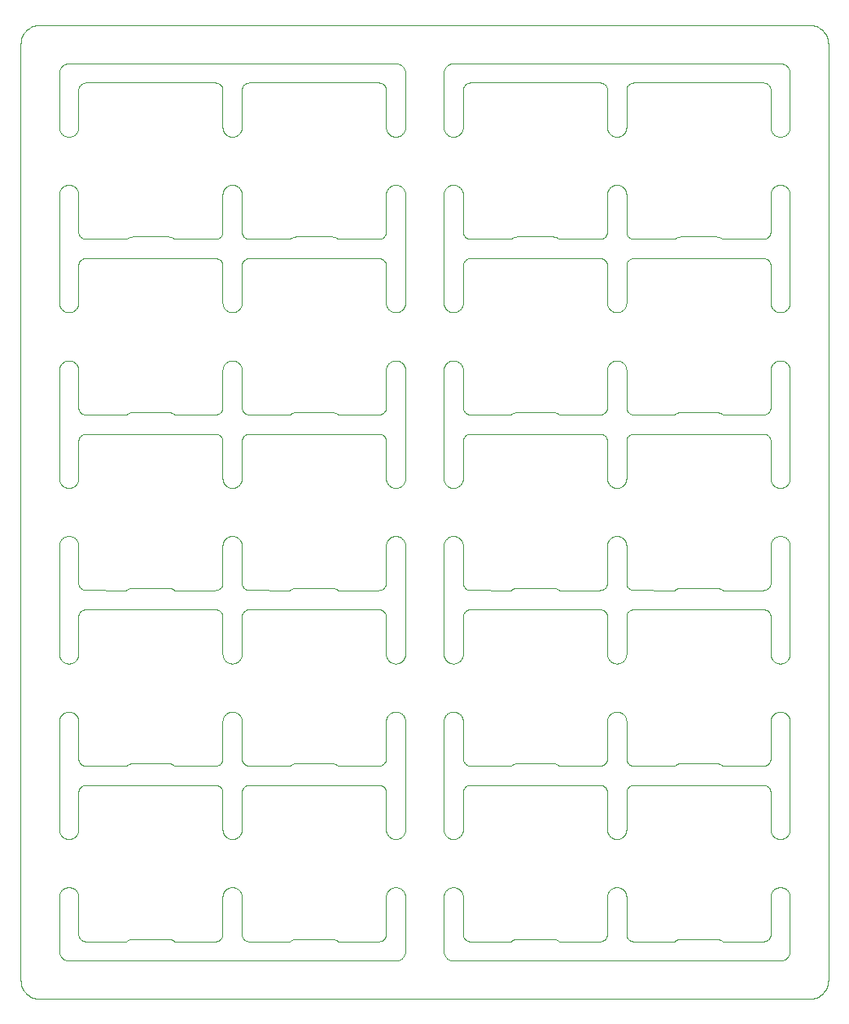
<source format=gbr>
%TF.GenerationSoftware,KiCad,Pcbnew,8.0.1-unknown-202403172319~81f55dfc9c~ubuntu22.04.1*%
%TF.CreationDate,2024-06-20T10:51:26+01:00*%
%TF.ProjectId,PANEL_COM_MOD,50414e45-4c5f-4434-9f4d-5f4d4f442e6b,1.0*%
%TF.SameCoordinates,Original*%
%TF.FileFunction,Profile,NP*%
%FSLAX46Y46*%
G04 Gerber Fmt 4.6, Leading zero omitted, Abs format (unit mm)*
G04 Created by KiCad (PCBNEW 8.0.1-unknown-202403172319~81f55dfc9c~ubuntu22.04.1) date 2024-06-20 10:51:26*
%MOMM*%
%LPD*%
G01*
G04 APERTURE LIST*
%TA.AperFunction,Profile*%
%ADD10C,0.100000*%
%TD*%
G04 APERTURE END LIST*
D10*
X6454306Y-76939056D02*
X6463056Y-76942745D01*
X37886210Y-58396555D02*
X37892631Y-58385648D01*
X6611549Y-42513437D02*
X6599091Y-42515669D01*
X61076119Y-53742317D02*
X61096009Y-53697445D01*
X38804909Y-34894215D02*
X38853268Y-34885823D01*
X39831470Y-17069428D02*
X39857729Y-17110896D01*
X20871588Y-61080734D02*
X20864178Y-61069951D01*
X39514104Y-4142271D02*
X39555571Y-4168530D01*
X77824883Y-40231017D02*
X77857817Y-40188470D01*
X39980786Y-35679909D02*
X39989177Y-35728269D01*
X4142272Y-11139102D02*
X4118079Y-11096396D01*
X68008224Y-40492521D02*
X68047523Y-40460380D01*
X45995184Y-83723021D02*
X45989176Y-83771734D01*
X78485896Y-66232731D02*
X78444429Y-66206472D01*
X62773136Y-71740523D02*
X62803334Y-71779209D01*
X39382685Y-29798880D02*
X39336891Y-29816544D01*
X45857858Y-53610788D02*
X45882053Y-53653485D01*
X77988380Y-24869802D02*
X77985996Y-24856937D01*
X60413236Y-40481473D02*
X60462257Y-40468780D01*
X79881921Y-17153602D02*
X79903989Y-17197443D01*
X77462257Y-40468780D02*
X77474425Y-40465299D01*
X11047524Y-58710381D02*
X11088404Y-58680277D01*
X38076121Y-11007683D02*
X38058456Y-10961889D01*
X5336891Y-66316546D02*
X5290286Y-66331942D01*
X45980785Y-10820090D02*
X45970031Y-10867980D01*
X78019214Y-29070091D02*
X78010823Y-29021731D01*
X63071649Y-58318655D02*
X63076933Y-58330156D01*
X20984333Y-39900910D02*
X20986565Y-39888452D01*
X21196792Y-35279300D02*
X21226989Y-35240606D01*
X78328440Y-11365950D02*
X78292892Y-11332106D01*
X60793464Y-76766602D02*
X60799962Y-76759678D01*
X60872272Y-58417702D02*
X60899057Y-58374729D01*
X22941689Y-17287965D02*
X22957090Y-17334561D01*
X20669268Y-24378412D02*
X20647318Y-24364157D01*
X23018528Y-24836763D02*
X23015668Y-24849091D01*
X46283556Y-22087077D02*
X46291028Y-22092937D01*
X78142270Y-84139106D02*
X78118078Y-84096400D01*
X63057481Y-79463146D02*
X63038795Y-79513601D01*
X21444429Y-89793533D02*
X21485897Y-89767274D01*
X63386179Y-79094525D02*
X63375272Y-79100945D01*
X45857728Y-84139106D02*
X45831469Y-84180574D01*
X63206637Y-58516506D02*
X63215586Y-58525455D01*
X44617315Y-84548883D02*
X44572444Y-84528992D01*
X79671559Y-66115953D02*
X79634393Y-66148013D01*
X61029967Y-72132021D02*
X61043058Y-72084717D01*
X62995184Y-47223019D02*
X62989176Y-47271732D01*
X62671687Y-89883990D02*
X62707233Y-89917827D01*
X79707107Y-35167893D02*
X79740951Y-35203441D01*
X45970031Y-10867980D02*
X45956940Y-10915284D01*
X46000641Y-61487350D02*
X46000000Y-61512671D01*
X6321732Y-58615311D02*
X6332299Y-58622275D01*
X60341374Y-42505818D02*
X60315346Y-42503082D01*
X77462257Y-76968782D02*
X77474425Y-76965301D01*
X23113789Y-40146554D02*
X23120753Y-40157121D01*
X6386180Y-60844524D02*
X6375273Y-60850944D01*
X46071649Y-40068654D02*
X46076933Y-40080155D01*
X6454360Y-79061081D02*
X6442860Y-79066365D01*
X20892631Y-40135647D02*
X20917205Y-40091373D01*
X60602601Y-22161339D02*
X60613819Y-22155479D01*
X20738320Y-22068824D02*
X20747711Y-22060340D01*
X44663109Y-97191548D02*
X44617315Y-97173883D01*
X23661604Y-79005770D02*
X23611549Y-79013439D01*
X63252287Y-58560342D02*
X63261678Y-58568826D01*
X78004814Y-90526985D02*
X78010822Y-90478272D01*
X62741077Y-53453365D02*
X62773136Y-53490522D01*
X61853268Y-48114178D02*
X61804908Y-48105786D01*
X21709714Y-16668059D02*
X21757019Y-16654968D01*
X77994182Y-6658623D02*
X77992474Y-6645651D01*
X22882054Y-17153483D02*
X22904125Y-17197316D01*
X37400909Y-40484333D02*
X37413237Y-40481473D01*
X62941688Y-72037968D02*
X62957089Y-72084564D01*
X44528602Y-4118078D02*
X44572444Y-4096010D01*
X39923880Y-17242315D02*
X39941545Y-17288108D01*
X79956940Y-29165285D02*
X79941544Y-29211891D01*
X39773011Y-4365606D02*
X39803208Y-4404300D01*
X15490670Y-40261606D02*
X15540658Y-40270584D01*
X61757018Y-66345033D02*
X61709714Y-66331942D01*
X37992475Y-61395654D02*
X37988381Y-61369804D01*
X39000001Y-97250004D02*
X5000000Y-97250004D01*
X20678267Y-40365310D02*
X20688468Y-40357819D01*
X61118078Y-65846399D02*
X61096010Y-65802558D01*
X37798348Y-79238659D02*
X37789341Y-79229168D01*
X63375271Y-58649060D02*
X63386178Y-58655481D01*
X22427702Y-53220988D02*
X22471540Y-53243051D01*
X37988381Y-43119803D02*
X37985997Y-43106938D01*
X44168530Y-17069428D02*
X44196792Y-17029299D01*
X77997945Y-43197698D02*
X77996918Y-43184655D01*
X68047523Y-95210383D02*
X68088403Y-95180279D01*
X44663109Y-89683459D02*
X44709714Y-89668063D01*
X60380197Y-42511620D02*
X60354347Y-42507526D01*
X60872272Y-76667703D02*
X60899057Y-76624730D01*
X22336891Y-66316546D02*
X22290286Y-66331942D01*
X38000000Y-72375001D02*
X38001204Y-72325933D01*
X79049068Y-48123796D02*
X79000000Y-48125001D01*
X44709714Y-29831940D02*
X44663109Y-29816544D01*
X62956940Y-65665287D02*
X62941544Y-65711893D01*
X77741893Y-79184142D02*
X77731944Y-79175645D01*
X37474426Y-40465299D02*
X37486402Y-40461205D01*
X38444430Y-11456469D02*
X38404301Y-11428207D01*
X55490669Y-58511607D02*
X55540657Y-58520585D01*
X79098018Y-84620188D02*
X79049068Y-84623798D01*
X61118077Y-90153606D02*
X61142270Y-90110900D01*
X6206638Y-76766507D02*
X6215587Y-76775456D01*
X45923879Y-11007683D02*
X45903989Y-11052555D01*
X37994233Y-94588402D02*
X37995832Y-94575847D01*
X38528603Y-16743078D02*
X38572444Y-16721010D01*
X77338397Y-95244237D02*
X77388450Y-95236569D01*
X39595700Y-29678208D02*
X39555571Y-29706470D01*
X62555705Y-16793488D02*
X62595831Y-16821744D01*
X61168529Y-84180574D02*
X61142270Y-84139106D01*
X45290445Y-16668048D02*
X45337045Y-16683440D01*
X21757019Y-11595030D02*
X21709715Y-11581939D01*
X62803207Y-29470700D02*
X62773010Y-29509394D01*
X20354348Y-60757527D02*
X20341376Y-60755819D01*
X39382685Y-53201121D02*
X39427556Y-53221012D01*
X37923192Y-94830218D02*
X37927320Y-94821666D01*
X11000115Y-40499512D02*
X11036356Y-40469092D01*
X61001203Y-35825931D02*
X61004814Y-35776982D01*
X5803208Y-53529301D02*
X5831470Y-53569430D01*
X4709715Y-97206944D02*
X4663110Y-97191548D01*
X77899057Y-40124728D02*
X77905478Y-40113821D01*
X4001205Y-10674068D02*
X4000000Y-10625000D01*
X23549923Y-76972268D02*
X23562091Y-76975750D01*
X44444429Y-35043530D02*
X44485896Y-35017271D01*
X78142270Y-11139102D02*
X78118078Y-11096396D01*
X63419780Y-22173190D02*
X63428434Y-22177100D01*
X77885842Y-79352685D02*
X77871587Y-79330735D01*
X77770834Y-24460659D02*
X77761343Y-24451652D01*
X63013434Y-24861549D02*
X63005766Y-24911602D01*
X77669267Y-42628413D02*
X77647317Y-42614158D01*
X68088403Y-22180275D02*
X68130758Y-22152284D01*
X45903989Y-29302556D02*
X45881921Y-29346397D01*
X15590125Y-58532089D02*
X15638944Y-58546089D01*
X6252288Y-76810343D02*
X6261679Y-76818827D01*
X55734136Y-40331429D02*
X55780265Y-40352677D01*
X38076120Y-17242315D02*
X38096010Y-17197443D01*
X39471398Y-48006922D02*
X39427556Y-48028990D01*
X5881922Y-29346397D02*
X5857729Y-29389103D01*
X11409525Y-95032364D02*
X11458974Y-95020862D01*
X63599090Y-6015667D02*
X63586762Y-6018528D01*
X60871587Y-24580732D02*
X60864177Y-24569949D01*
X62923879Y-47507685D02*
X62903989Y-47552557D01*
X79049068Y-11623794D02*
X79000000Y-11624999D01*
X61292892Y-89917896D02*
X61328440Y-89884052D01*
X37801846Y-22007112D02*
X37834829Y-21968691D01*
X39941545Y-65711893D02*
X39923880Y-65757686D01*
X37602602Y-22161339D02*
X37613820Y-22155479D01*
X61901981Y-84620188D02*
X61853268Y-84614180D01*
X78058455Y-35538109D02*
X78076119Y-35492316D01*
X77256543Y-42500172D02*
X77243454Y-42500001D01*
X82765251Y-152519D02*
X82753811Y-148106D01*
X78328440Y-29615951D02*
X78292892Y-29582107D01*
X15780266Y-95102680D02*
X15825256Y-95126243D01*
X46008965Y-21613522D02*
X46011197Y-21625979D01*
X61404299Y-53321793D02*
X61444428Y-53293531D01*
X1609879Y-101211279D02*
X1621959Y-101213375D01*
X20840829Y-6288394D02*
X20824358Y-6268054D01*
X22998796Y-83674072D02*
X22995185Y-83723021D01*
X46611548Y-24263436D02*
X46599090Y-24265668D01*
X4004816Y-72276984D02*
X4010824Y-72228271D01*
X6000000Y-83625004D02*
X5998796Y-83674072D01*
X46003366Y-6683612D02*
X46000641Y-6737347D01*
X77865308Y-21928267D02*
X77872272Y-21917700D01*
X72440290Y-22005177D02*
X72490669Y-22011605D01*
X23043613Y-42998513D02*
X23037469Y-43016489D01*
X37636162Y-42607322D02*
X37613496Y-42594235D01*
X44663109Y-11566543D02*
X44617315Y-11548879D01*
X72780265Y-76852679D02*
X72825255Y-76876242D01*
X20965431Y-76474473D02*
X20967985Y-76465327D01*
X37701225Y-79151209D02*
X37680051Y-79135825D01*
X44617315Y-11548879D02*
X44572444Y-11528988D01*
X77954554Y-61243565D02*
X77945175Y-61219131D01*
X61259047Y-71703443D02*
X61292892Y-71667895D01*
X4029969Y-35632019D02*
X4043060Y-35584715D01*
X45471397Y-84506924D02*
X45427555Y-84528992D01*
X63082793Y-58341374D02*
X63107367Y-58385648D01*
X38226990Y-29509394D02*
X38196792Y-29470700D01*
X39956941Y-35584715D02*
X39970032Y-35632019D01*
X38365606Y-16851988D02*
X38404300Y-16821791D01*
X5941689Y-90287969D02*
X5957090Y-90334565D01*
X4365607Y-11398010D02*
X4328441Y-11365950D01*
X78168529Y-35319429D02*
X78196791Y-35279300D01*
X63562090Y-40475748D02*
X63574418Y-40478608D01*
X46574418Y-95228611D02*
X46624019Y-95238805D01*
X1246189Y-148106D02*
X1234749Y-152519D01*
X23076934Y-94830158D02*
X23082794Y-94841376D01*
X4528603Y-29756921D02*
X4485897Y-29732729D01*
X38168530Y-47680572D02*
X38142271Y-47639104D01*
X4853269Y-4010823D02*
X4901982Y-4004815D01*
X20636162Y-24357321D02*
X20613496Y-24344234D01*
X46000641Y-43237349D02*
X46000000Y-43262670D01*
X63000000Y-79762672D02*
X63000000Y-83625004D01*
X60728510Y-76826825D02*
X60738319Y-76818828D01*
X46008965Y-94613526D02*
X46011197Y-94625983D01*
X44617315Y-97173883D02*
X44572444Y-97153993D01*
X61853268Y-11614176D02*
X61804908Y-11605784D01*
X20956387Y-40001489D02*
X20962531Y-39983513D01*
X60601996Y-24337991D02*
X60578677Y-24326109D01*
X4663110Y-84566547D02*
X4617316Y-84548883D01*
X63042892Y-76498394D02*
X63046985Y-76510370D01*
X46046985Y-94760371D02*
X46051680Y-94772124D01*
X21004815Y-90526985D02*
X21010823Y-90478272D01*
X62831469Y-11180570D02*
X62803207Y-11220699D01*
X37243455Y-5999999D02*
X23762672Y-5999999D01*
X46599090Y-60765670D02*
X46586762Y-60768531D01*
X45195091Y-11605784D02*
X45146731Y-11614176D01*
X44259048Y-35203441D02*
X44292892Y-35167893D01*
X6513598Y-24288797D02*
X6466114Y-24306383D01*
X38572445Y-84528992D02*
X38528603Y-84506924D01*
X60968778Y-39962259D02*
X60981471Y-39913238D01*
X23198154Y-60992890D02*
X23163107Y-61033714D01*
X78950931Y-29873795D02*
X78901981Y-29870185D01*
X1407876Y-101159750D02*
X1419519Y-101163596D01*
X21019214Y-90429912D02*
X21029968Y-90382022D01*
X81987727Y-101250003D02*
X82012257Y-101249401D01*
X32868992Y-22152056D02*
X32911360Y-22180060D01*
X60967010Y-79530791D02*
X60958922Y-79505900D01*
X4328441Y-11365950D02*
X4292893Y-11332106D01*
X46466112Y-79056386D02*
X46454359Y-79061081D01*
X20400909Y-76984335D02*
X20413237Y-76981475D01*
X79195091Y-34894215D02*
X79242980Y-34904969D01*
X78444428Y-35043530D02*
X78485896Y-35017271D01*
X37942518Y-76536860D02*
X37961204Y-76486405D01*
X60400908Y-58734334D02*
X60413236Y-58731474D01*
X44444429Y-4168530D02*
X44485896Y-4142271D01*
X77933638Y-94807144D02*
X77938922Y-94795644D01*
X77262651Y-40499359D02*
X77313223Y-40496794D01*
X79671559Y-96990955D02*
X79634393Y-97023014D01*
X6206639Y-42733498D02*
X6198154Y-42742889D01*
X46226555Y-95036880D02*
X46233396Y-95043466D01*
X44118078Y-29346397D02*
X44096010Y-29302556D01*
X60789340Y-60979167D02*
X60770834Y-60960661D01*
X60923890Y-79421325D02*
X60912008Y-79398006D01*
X20747711Y-40310341D02*
X20784412Y-40275454D01*
X45000196Y-16624999D02*
X45049258Y-16626203D01*
X61226989Y-84259397D02*
X61196791Y-84220703D01*
X20393063Y-79014006D02*
X20380198Y-79011622D01*
X4572445Y-84528992D02*
X4528603Y-84506924D01*
X20533887Y-58693620D02*
X20545640Y-58688925D01*
X62773136Y-53490522D02*
X62803334Y-53529208D01*
X20354348Y-79007528D02*
X20341376Y-79005820D01*
X55952251Y-22210180D02*
X55991562Y-22242336D01*
X79000000Y-16624999D02*
X79049068Y-16626204D01*
X46120752Y-21907120D02*
X46149680Y-21948681D01*
X51458973Y-40270859D02*
X51508941Y-40261881D01*
X46737344Y-79000645D02*
X46686774Y-79003211D01*
X79514103Y-16767270D02*
X79555570Y-16793529D01*
X44096010Y-29302556D02*
X44076120Y-29257684D01*
X78043059Y-29165285D02*
X78029968Y-29117981D01*
X83110973Y-337311D02*
X83100614Y-330751D01*
X60905765Y-79386507D02*
X60892678Y-79363841D01*
X21950932Y-66373797D02*
X21901982Y-66370187D01*
X39382685Y-71451122D02*
X39427556Y-71471013D01*
X23000000Y-10625000D02*
X22998796Y-10674068D01*
X62980785Y-47320092D02*
X62970031Y-47367982D01*
X15590125Y-76782090D02*
X15638944Y-76796090D01*
X38058456Y-90288112D02*
X38076120Y-90242319D01*
X37669268Y-60878414D02*
X37647318Y-60864159D01*
X38000000Y-47125002D02*
X38000000Y-43256546D01*
X20917205Y-76591375D02*
X20923065Y-76580157D01*
X61226988Y-35240606D02*
X61259047Y-35203441D01*
X21572445Y-11528988D02*
X21528603Y-11506920D01*
X28422123Y-22029151D02*
X28469145Y-22018796D01*
X4118079Y-29346397D02*
X4096011Y-29302556D01*
X37601997Y-6087990D02*
X37578678Y-6076108D01*
X6375272Y-58649060D02*
X6386179Y-58655481D01*
X5382685Y-29798880D02*
X5336891Y-29816544D01*
X60613495Y-6094233D02*
X60601997Y-6087990D01*
X37313224Y-58746795D02*
X37325843Y-58745834D01*
X77985996Y-61356939D02*
X77980554Y-61331339D01*
X61029967Y-17382018D02*
X61043058Y-17334714D01*
X37578678Y-42576110D02*
X37566868Y-42570477D01*
X37793361Y-58516505D02*
X37801846Y-58507114D01*
X46000959Y-58025344D02*
X46001280Y-58037972D01*
X39242981Y-29845031D02*
X39195092Y-29855785D01*
X79195091Y-48105786D02*
X79146731Y-48114178D01*
X37984333Y-58150911D02*
X37986565Y-58138453D01*
X77988380Y-43119803D02*
X77985996Y-43106938D01*
X21043060Y-29165285D02*
X21029969Y-29117981D01*
X61853267Y-16635822D02*
X61901981Y-16629814D01*
X60929523Y-6433131D02*
X60923890Y-6421321D01*
X6375272Y-76899061D02*
X6386179Y-76905482D01*
X78029968Y-47367982D02*
X78019214Y-47320092D01*
X4000000Y-83625004D02*
X4000000Y-72375001D01*
X77871587Y-42830733D02*
X77864177Y-42819950D01*
X60980554Y-6581336D02*
X60977500Y-6568613D01*
X6712029Y-76998721D02*
X6724653Y-76999043D01*
X77770834Y-79210662D02*
X77761343Y-79201655D01*
X23586763Y-42518530D02*
X23537742Y-42531222D01*
X46027733Y-21700076D02*
X46042892Y-21748391D01*
X83553331Y-100508933D02*
X83655628Y-100371001D01*
X60388450Y-22236565D02*
X60400908Y-22234333D01*
X22427556Y-29778989D02*
X22382685Y-29798880D01*
X78226989Y-11259393D02*
X78196791Y-11220699D01*
X20486402Y-22211204D02*
X20533887Y-22193618D01*
X5980786Y-47320092D02*
X5970032Y-47367982D01*
X20995832Y-21575843D02*
X20996793Y-21563224D01*
X60980554Y-79581340D02*
X60977500Y-79568617D01*
X44444429Y-11456469D02*
X44404300Y-11428207D01*
X62514241Y-16767236D02*
X62555705Y-16793488D01*
X23762672Y-24250000D02*
X23737345Y-24250642D01*
X46268833Y-22075072D02*
X46283556Y-22087077D01*
X45998981Y-90575745D02*
X46000195Y-90624806D01*
X4000000Y-90625002D02*
X4001205Y-90575934D01*
X45671559Y-66115953D02*
X45634393Y-66148013D01*
X62382834Y-16701101D02*
X62427701Y-16720986D01*
X39941545Y-47461892D02*
X39923880Y-47507685D01*
X4001205Y-96299072D02*
X4000000Y-96250004D01*
X37338398Y-22244233D02*
X37388451Y-22236565D01*
X63000641Y-24987348D02*
X63000000Y-25012669D01*
X46004167Y-79674160D02*
X46003206Y-79686779D01*
X44528602Y-66256923D02*
X44485896Y-66232731D01*
X67987737Y-95250001D02*
X67999883Y-95249706D01*
X61076120Y-11007683D02*
X61058455Y-10961889D01*
X4950932Y-71376207D02*
X5000000Y-71375002D01*
X4029969Y-17382018D02*
X4043060Y-17334714D01*
X37636162Y-6107320D02*
X37613496Y-6094233D01*
X5000000Y-48125001D02*
X4950932Y-48123796D01*
X77647317Y-60864159D02*
X77636161Y-60857323D01*
X32440291Y-58505179D02*
X32490670Y-58511607D01*
X20929524Y-79433135D02*
X20923891Y-79421325D01*
X62382684Y-84548883D02*
X62336890Y-84566547D01*
X62903989Y-84052559D02*
X62881921Y-84096400D01*
X5049259Y-89626207D02*
X5098202Y-89629817D01*
X22555571Y-84456473D02*
X22514104Y-84482732D01*
X44019214Y-53929910D02*
X44029968Y-53882020D01*
X79595699Y-89821795D02*
X79634393Y-89851992D01*
X38118079Y-84096400D02*
X38096011Y-84052559D01*
X38196792Y-17029299D02*
X38226989Y-16990605D01*
X60988380Y-61369804D02*
X60985996Y-61356939D01*
X61142270Y-84139106D02*
X61118078Y-84096400D01*
X38404301Y-11428207D02*
X38365607Y-11398010D01*
X37927320Y-94821666D02*
X37935251Y-94804404D01*
X11008225Y-95242524D02*
X11047524Y-95210383D01*
X4444430Y-89793533D02*
X4485897Y-89767274D01*
X46007448Y-24895855D02*
X46005048Y-24914699D01*
X39941545Y-96586894D02*
X39923880Y-96632688D01*
X60688468Y-40357819D02*
X60728510Y-40326823D01*
X37985997Y-6606936D02*
X37980555Y-6581336D01*
X39923880Y-11007683D02*
X39903990Y-11052555D01*
X45098201Y-53129815D02*
X45146908Y-53135822D01*
X22634394Y-47898012D02*
X22595700Y-47928209D01*
X21029969Y-65617983D02*
X21019215Y-65570093D01*
X45514103Y-84482732D02*
X45471397Y-84506924D01*
X46120752Y-40157121D02*
X46149680Y-40198682D01*
X61118078Y-29346397D02*
X61096010Y-29302556D01*
X37262652Y-58749360D02*
X37313224Y-58746795D01*
X60770834Y-79210662D02*
X60761343Y-79201655D01*
X62831469Y-65930573D02*
X62803207Y-65970702D01*
X60977500Y-79568617D02*
X60970726Y-79543337D01*
X61528602Y-11506920D02*
X61485896Y-11482728D01*
X11559302Y-95005453D02*
X11609923Y-95001587D01*
X77981471Y-21663237D02*
X77984331Y-21650909D01*
X21328441Y-53384050D02*
X21365606Y-53351990D01*
X33012259Y-77000003D02*
X37237331Y-77000003D01*
X20688469Y-58607820D02*
X20728511Y-58576824D01*
X22049259Y-34876204D02*
X22098202Y-34879814D01*
X60494102Y-42541078D02*
X60469211Y-42532990D01*
X27999885Y-76999704D02*
X28008225Y-76992523D01*
X38292893Y-71667895D02*
X38328441Y-71634051D01*
X4259049Y-11296558D02*
X4226990Y-11259393D01*
X37494103Y-24291077D02*
X37469212Y-24282989D01*
X37354348Y-42507526D02*
X37341376Y-42505818D01*
X63107368Y-42864355D02*
X63081257Y-42911399D01*
X21168530Y-35319429D02*
X21196792Y-35279300D01*
X5242981Y-66345033D02*
X5195092Y-66355787D01*
X20680051Y-6135821D02*
X20669268Y-6128411D01*
X20542959Y-24309831D02*
X20530871Y-24304824D01*
X79903989Y-47552557D02*
X79881921Y-47596398D01*
X23686775Y-79003211D02*
X23674157Y-79004172D01*
X39634394Y-89851992D02*
X39671560Y-89884052D01*
X60857817Y-58438470D02*
X60865308Y-58428269D01*
X4804909Y-34894215D02*
X4853269Y-34885823D01*
X46699436Y-58747760D02*
X46712028Y-58748720D01*
X20506436Y-42545446D02*
X20494103Y-42541078D01*
X722121Y-100787783D02*
X731405Y-100795792D01*
X37338398Y-40494234D02*
X37388451Y-40486566D01*
X60636161Y-24357321D02*
X60613495Y-24344234D01*
X46724652Y-22249040D02*
X50987737Y-22249997D01*
X77701224Y-42651207D02*
X77680050Y-42635823D01*
X63005766Y-6661601D02*
X63004167Y-6674156D01*
X21196792Y-71779302D02*
X21226989Y-71740608D01*
X78804908Y-66355787D02*
X78757018Y-66345033D01*
X38757019Y-48095032D02*
X38709715Y-48081941D01*
X39595700Y-97053211D02*
X39555571Y-97081473D01*
X63737344Y-6000641D02*
X63686774Y-6003207D01*
X61019213Y-90429912D02*
X61029967Y-90382022D01*
X46082794Y-42908630D02*
X46076934Y-42919847D01*
X46454359Y-6061077D02*
X46442859Y-6066361D01*
X62998795Y-47174070D02*
X62995184Y-47223019D01*
X77999999Y-28875001D02*
X77999999Y-25006545D01*
X63321732Y-60884694D02*
X63311531Y-60892185D01*
X6000722Y-76278488D02*
X6001142Y-76287978D01*
X45337045Y-16683440D02*
X45382834Y-16701101D01*
X68219454Y-58602928D02*
X68265566Y-58581688D01*
X4292893Y-53417894D02*
X4328441Y-53384050D01*
X63321731Y-22115309D02*
X63332298Y-22122273D01*
X22595832Y-35071745D02*
X22634524Y-35101935D01*
X21804909Y-66355787D02*
X21757019Y-66345033D01*
X39980786Y-96445095D02*
X39970032Y-96492984D01*
X63737344Y-79000645D02*
X63686774Y-79003211D01*
X39803208Y-11220699D02*
X39773011Y-11259393D01*
X4010824Y-10771730D02*
X4004816Y-10723017D01*
X60728510Y-95076826D02*
X60738319Y-95068829D01*
X20965298Y-21724426D02*
X20968779Y-21712258D01*
X20545640Y-40438924D02*
X20557140Y-40433640D01*
X63198152Y-22007112D02*
X63206637Y-22016503D01*
X46261678Y-40318826D02*
X46271487Y-40326823D01*
X60566867Y-60820478D02*
X60542958Y-60809833D01*
X83110973Y-100912692D02*
X83120997Y-100905632D01*
X63261678Y-22068825D02*
X63271487Y-22076822D01*
X21528603Y-11506920D02*
X21485897Y-11482728D01*
X39995185Y-96348022D02*
X39989177Y-96396735D01*
X37965298Y-58224428D02*
X37968779Y-58212260D01*
X62290445Y-89668052D02*
X62337045Y-89683444D01*
X80000000Y-90625002D02*
X80000000Y-96250004D01*
X37918742Y-21838602D02*
X37923192Y-21830214D01*
X330752Y-100350618D02*
X337312Y-100360977D01*
X60999314Y-24973834D02*
X60997945Y-24947697D01*
X44663109Y-16683455D02*
X44709714Y-16668059D01*
X77613495Y-42594235D02*
X77601997Y-42587992D01*
X20731945Y-6175641D02*
X20711605Y-6159170D01*
X79941544Y-53788110D02*
X79956940Y-53834716D01*
X63000000Y-28875001D02*
X62998795Y-28924069D01*
X21572445Y-66278991D02*
X21528603Y-66256923D01*
X77542958Y-42559832D02*
X77530870Y-42554825D01*
X4226990Y-16990605D02*
X4259049Y-16953440D01*
X60818929Y-21988413D02*
X60824883Y-21981016D01*
X5740952Y-66046561D02*
X5707108Y-66082109D01*
X44058455Y-4663109D02*
X44076120Y-4617315D01*
X44029968Y-90382022D02*
X44043059Y-90334718D01*
X22857729Y-47639104D02*
X22831470Y-47680572D01*
X6042893Y-39998392D02*
X6046986Y-40010368D01*
X77799962Y-22009675D02*
X77812698Y-21995579D01*
X20647318Y-24364157D02*
X20636162Y-24357321D01*
X46549922Y-76972268D02*
X46562090Y-76975750D01*
X23094521Y-61136182D02*
X23088661Y-61147400D01*
X77393062Y-60764005D02*
X77380197Y-60761621D01*
X63057481Y-24713143D02*
X63038795Y-24763598D01*
X23737345Y-42500643D02*
X23686775Y-42503209D01*
X37986565Y-21638451D02*
X37994233Y-21588398D01*
X4328441Y-71634051D02*
X4365607Y-71601991D01*
X77793464Y-58516601D02*
X77799962Y-58509677D01*
X39514104Y-29732729D02*
X39471398Y-29756921D01*
X6261679Y-22068825D02*
X6271488Y-22076822D01*
X38328441Y-53384050D02*
X38365606Y-53351990D01*
X62555705Y-53293490D02*
X62595831Y-53321746D01*
X38404301Y-29678208D02*
X38365607Y-29648011D01*
X62471397Y-84506924D02*
X62427555Y-84528992D01*
X39995185Y-65473020D02*
X39989177Y-65521733D01*
X20456666Y-42529274D02*
X20431386Y-42522500D01*
X37992475Y-6645651D02*
X37988381Y-6619801D01*
X56000114Y-58749704D02*
X56012258Y-58750001D01*
X46397396Y-76911342D02*
X46445702Y-76935037D01*
X20999358Y-58012654D02*
X21000000Y-57987333D01*
X61804908Y-89644218D02*
X61853267Y-89635826D01*
X78292892Y-84332110D02*
X78259048Y-84296562D01*
X51047523Y-22210379D02*
X51088403Y-22180275D01*
X72911359Y-58680062D02*
X72952251Y-58710182D01*
X63149680Y-40198682D02*
X63157171Y-40208883D01*
X62989346Y-72228095D02*
X62995362Y-72276801D01*
X45555705Y-71543491D02*
X45595831Y-71571747D01*
X21196792Y-47720701D02*
X21168530Y-47680572D01*
X20601997Y-6087990D02*
X20578678Y-6076108D01*
X32590125Y-22032087D02*
X32638944Y-22046087D01*
X37994183Y-61408626D02*
X37992475Y-61395654D01*
X22146732Y-66364179D02*
X22098019Y-66370187D01*
X77557139Y-58683641D02*
X77602601Y-58661341D01*
X44029968Y-4757019D02*
X44043059Y-4709714D01*
X46000000Y-10625000D02*
X45998795Y-10674068D01*
X78485896Y-71517273D02*
X78528602Y-71493081D01*
X78853267Y-89635826D02*
X78901981Y-89629818D01*
X60905765Y-61136506D02*
X60892678Y-61113840D01*
X22427702Y-89720990D02*
X22471540Y-89743053D01*
X38804909Y-84605788D02*
X38757019Y-84595034D01*
X45882053Y-35403484D02*
X45904124Y-35447317D01*
X60341374Y-79005820D02*
X60315346Y-79003084D01*
X4404301Y-29678208D02*
X4365607Y-29648011D01*
X77994232Y-94588402D02*
X77995831Y-94575847D01*
X62049258Y-34876204D02*
X62098201Y-34879814D01*
X37864178Y-6319948D02*
X37848794Y-6298774D01*
X46240482Y-95049787D02*
X46281307Y-95084833D01*
X4663110Y-16683455D02*
X4709715Y-16668059D01*
X32868992Y-76902059D02*
X32911360Y-76930063D01*
X46636476Y-40491034D02*
X46649031Y-40492633D01*
X77688468Y-95107822D02*
X77728510Y-95076826D01*
X11074682Y-40439949D02*
X11114366Y-40412683D01*
X46386179Y-60844524D02*
X46375272Y-60850944D01*
X63149680Y-94948685D02*
X63157171Y-94958886D01*
X63034701Y-79525577D02*
X63031220Y-79537745D01*
X61901981Y-34879815D02*
X61950930Y-34876205D01*
X79831469Y-84180574D02*
X79803207Y-84220703D01*
X45831597Y-17069327D02*
X45857858Y-17110786D01*
X21076120Y-53742317D02*
X21096010Y-53697445D01*
X79857728Y-35360897D02*
X79881921Y-35403603D01*
X60933638Y-94807144D02*
X60938922Y-94795644D01*
X79049068Y-34876205D02*
X79098018Y-34879815D01*
X22970032Y-65617983D02*
X22956941Y-65665287D01*
X4572445Y-16721010D02*
X4617316Y-16701119D01*
X1068301Y-101019093D02*
X1223539Y-101092515D01*
X60905478Y-21863820D02*
X60911338Y-21852602D01*
X39290286Y-4043059D02*
X39336891Y-4058455D01*
X21528603Y-84506924D02*
X21485897Y-84482732D01*
X22634524Y-89851938D02*
X22671688Y-89883990D01*
X60486401Y-58711206D02*
X60533886Y-58693620D01*
X20798348Y-42738657D02*
X20789341Y-42729166D01*
X23034569Y-43025531D02*
X23032015Y-43034677D01*
X5881922Y-47596398D02*
X5857729Y-47639104D01*
X23051681Y-94772124D02*
X23071650Y-94818657D01*
X62881921Y-11096396D02*
X62857728Y-11139102D01*
X20276166Y-42500686D02*
X20256544Y-42500172D01*
X37313224Y-76996796D02*
X37325843Y-76995835D01*
X62998795Y-83674072D02*
X62995184Y-83723021D01*
X62904124Y-90197320D02*
X62924019Y-90242183D01*
X39941545Y-53788110D02*
X39956941Y-53834716D01*
X60474425Y-76965301D02*
X60486401Y-76961207D01*
X61168529Y-17069428D02*
X61196791Y-17029299D01*
X46501607Y-95207110D02*
X46549922Y-95222269D01*
X77711604Y-24409171D02*
X77701224Y-24401206D01*
X45595699Y-29678208D02*
X45555570Y-29706470D01*
X56000114Y-76999705D02*
X56012258Y-77000002D01*
X32686989Y-95062552D02*
X32734137Y-95081432D01*
X4010824Y-90478272D02*
X4019215Y-90429912D01*
X63321732Y-6134691D02*
X63311531Y-6142182D01*
X37418663Y-24269445D02*
X37393063Y-24264003D01*
X38043060Y-10915284D02*
X38029969Y-10867980D01*
X4142272Y-47639104D02*
X4118079Y-47596398D01*
X20325843Y-76995835D02*
X20338398Y-76994236D01*
X37701225Y-6151205D02*
X37680051Y-6135821D01*
X79956940Y-96540289D02*
X79941544Y-96586894D01*
X32590125Y-58532089D02*
X32638944Y-58546089D01*
X37988381Y-24869802D02*
X37985997Y-24856937D01*
X6198154Y-79242891D02*
X6163107Y-79283715D01*
X63000000Y-25012669D02*
X63000000Y-28875001D01*
X60997945Y-43197698D02*
X60996918Y-43184655D01*
X44259048Y-16953440D02*
X44292892Y-16917892D01*
X46013913Y-43108419D02*
X46005766Y-43161603D01*
X44029968Y-65617983D02*
X44019214Y-65570093D01*
X61617315Y-89701123D02*
X61663108Y-89683459D01*
X23724653Y-40499041D02*
X27987540Y-40499998D01*
X11422123Y-22029151D02*
X11469145Y-22018796D01*
X63120753Y-61092882D02*
X63113789Y-61103450D01*
X79941544Y-90288112D02*
X79956940Y-90334718D01*
X63113788Y-58396555D02*
X63120752Y-58407122D01*
X23000196Y-35874803D02*
X23000960Y-39775343D01*
X6076934Y-94830158D02*
X6082794Y-94841376D01*
X21292893Y-84332110D02*
X21259049Y-84296562D01*
X72734136Y-58581430D02*
X72780265Y-58602678D01*
X77601996Y-60837993D02*
X77578677Y-60826111D01*
X60354347Y-60757527D02*
X60341375Y-60755819D01*
X20533887Y-40443619D02*
X20545640Y-40438924D01*
X77885842Y-6352681D02*
X77871587Y-6330731D01*
X62634393Y-11398010D02*
X62595699Y-11428207D01*
X61142270Y-29389103D02*
X61118078Y-29346397D01*
X77354347Y-79007528D02*
X77341375Y-79005820D01*
X45146731Y-48114178D02*
X45098018Y-48120186D01*
X83963371Y-1621958D02*
X83961275Y-1609878D01*
X78572443Y-53221012D02*
X78617315Y-53201121D01*
X5998796Y-17575930D02*
X6000000Y-17624998D01*
X44950931Y-4001204D02*
X44999999Y-4000000D01*
X79634393Y-16851988D02*
X79671559Y-16884048D01*
X5923880Y-11007683D02*
X5903990Y-11052555D01*
X82953319Y-242466D02*
X82942651Y-236423D01*
X39049069Y-97248799D02*
X39000001Y-97250004D01*
X68559301Y-58505451D02*
X68609922Y-58501585D01*
X1234749Y-152519D02*
X1223539Y-157488D01*
X5903990Y-29302556D02*
X5881922Y-29346397D01*
X79195091Y-29855785D02*
X79146731Y-29864177D01*
X39382685Y-34951120D02*
X39427556Y-34971011D01*
X60992474Y-43145653D02*
X60988380Y-43119803D01*
X77871587Y-79330735D02*
X77864177Y-79319952D01*
X72952251Y-95210184D02*
X72991562Y-95242340D01*
X21004815Y-72276984D02*
X21010823Y-72228271D01*
X82942651Y-101013580D02*
X82953319Y-101007537D01*
X37680051Y-6135821D02*
X37669268Y-6128411D01*
X82580481Y-86407D02*
X82568664Y-83137D01*
X60996918Y-6684652D02*
X60994182Y-6658624D01*
X23157172Y-21958883D02*
X23165170Y-21968691D01*
X22243147Y-89654964D02*
X22290446Y-89668052D01*
X20789341Y-24479165D02*
X20770835Y-24460659D01*
X60761343Y-42701653D02*
X60741893Y-42684140D01*
X6261679Y-76818828D02*
X6271488Y-76826825D01*
X63007366Y-94600971D02*
X63008965Y-94613526D01*
X28114366Y-40412683D02*
X28155317Y-40387360D01*
X61404299Y-16821791D02*
X61444428Y-16793529D01*
X22427702Y-16720986D02*
X22471540Y-16743049D01*
X11422123Y-40279152D02*
X11469145Y-40268797D01*
X60970726Y-79543337D02*
X60967010Y-79530791D01*
X60770834Y-6210658D02*
X60761343Y-6201651D01*
X39707108Y-71667895D02*
X39740952Y-71703443D01*
X77613819Y-22155479D02*
X77624726Y-22149058D01*
X21485897Y-66232731D02*
X21444430Y-66206472D01*
X32540658Y-22020583D02*
X32590125Y-22032087D01*
X23454360Y-6061077D02*
X23442860Y-6066361D01*
X16000115Y-40499703D02*
X16012259Y-40500000D01*
X20647318Y-60864159D02*
X20636162Y-60857323D01*
X37840829Y-79288398D02*
X37824358Y-79268058D01*
X60954554Y-24743563D02*
X60945175Y-24719129D01*
X78196791Y-53529301D02*
X78226988Y-53490607D01*
X63064748Y-42945601D02*
X63060948Y-42954304D01*
X20701225Y-24401206D02*
X20680051Y-24385822D01*
X23489581Y-58703146D02*
X23498586Y-58706160D01*
X77613819Y-76905482D02*
X77624726Y-76899061D01*
X78259048Y-29546559D02*
X78226989Y-29509394D01*
X79773010Y-89990609D02*
X79803207Y-90029303D01*
X23291117Y-95092831D02*
X23301318Y-95100322D01*
X6364353Y-95142635D02*
X6408627Y-95167209D01*
X39290286Y-16668059D02*
X39336891Y-16683455D01*
X23386180Y-24344522D02*
X23375273Y-24350942D01*
X37338398Y-76994236D02*
X37388451Y-76986568D01*
X44226989Y-53490607D02*
X44259048Y-53453442D01*
X79595699Y-11428207D02*
X79555570Y-11456469D01*
X4485897Y-11482728D02*
X4444430Y-11456469D01*
X77636161Y-6107320D02*
X77613495Y-6094233D01*
X61058455Y-10961889D02*
X61043059Y-10915284D01*
X5195092Y-71394217D02*
X5242981Y-71404971D01*
X77999357Y-94512656D02*
X77999999Y-94487335D01*
X60905765Y-24636504D02*
X60892678Y-24613838D01*
X83258929Y-100803335D02*
X83268595Y-100795792D01*
X21617316Y-89701123D02*
X21663109Y-89683459D01*
X4000000Y-47125002D02*
X4000000Y-35874999D01*
X37302303Y-6002053D02*
X37276166Y-6000684D01*
X67999884Y-76999704D02*
X68008224Y-76992523D01*
X77761343Y-79201655D02*
X77741893Y-79184142D01*
X32686989Y-76812551D02*
X32734137Y-76831431D01*
X77256543Y-60750173D02*
X77243454Y-60750002D01*
X46477878Y-95198322D02*
X46489631Y-95203017D01*
X77738319Y-22068824D02*
X77747710Y-22060340D01*
X22773011Y-84259397D02*
X22740952Y-84296562D01*
X77999999Y-39737332D02*
X77999999Y-35874999D01*
X78118077Y-90153606D02*
X78142270Y-90110900D01*
X20506436Y-60795447D02*
X20494103Y-60791079D01*
X77431385Y-6022498D02*
X77418662Y-6019444D01*
X20938923Y-94795644D02*
X20943618Y-94783891D01*
X38709715Y-11581939D02*
X38663110Y-11566543D01*
X45146731Y-66364179D02*
X45098018Y-66370187D01*
X22555571Y-66206472D02*
X22514104Y-66232731D01*
X23027734Y-94700080D02*
X23042893Y-94748395D01*
X38404300Y-71571794D02*
X38444429Y-71543532D01*
X20970727Y-43043335D02*
X20967011Y-43030789D01*
X77313223Y-58746795D02*
X77325842Y-58745834D01*
X77812698Y-94995583D02*
X77818929Y-94988417D01*
X55686988Y-76812551D02*
X55734136Y-76831431D01*
X78001204Y-65424071D02*
X77999999Y-65375003D01*
X78029967Y-35632019D02*
X78043058Y-35584715D01*
X21142271Y-71860899D02*
X21168530Y-71819431D01*
X44118078Y-4528602D02*
X44142271Y-4485896D01*
X78259047Y-16953440D02*
X78292892Y-16917892D01*
X77968778Y-76462261D02*
X77981471Y-76413240D01*
X78259048Y-11296558D02*
X78226989Y-11259393D01*
X46021794Y-43071267D02*
X46017500Y-43089773D01*
X37731945Y-79175645D02*
X37711605Y-79159174D01*
X28265567Y-76831689D02*
X28312697Y-76812817D01*
X60961203Y-39986403D02*
X60965297Y-39974427D01*
X37980555Y-79581340D02*
X37977501Y-79568617D01*
X77731944Y-60925644D02*
X77711604Y-60909173D01*
X21058456Y-29211890D02*
X21043060Y-29165285D01*
X39427556Y-84528992D02*
X39382685Y-84548883D01*
X44572444Y-29778989D02*
X44528602Y-29756921D01*
X51559301Y-22005449D02*
X51609922Y-22001583D01*
X39098019Y-71379817D02*
X39146732Y-71385825D01*
X78043059Y-83915288D02*
X78029968Y-83867984D01*
X78019213Y-72179911D02*
X78029967Y-72132021D01*
X5514104Y-35017271D02*
X5555571Y-35043530D01*
X79980785Y-65570093D02*
X79970031Y-65617983D01*
X44196792Y-96845703D02*
X44168530Y-96805574D01*
X4365607Y-53351990D02*
X4404301Y-53321793D01*
X37243455Y-60750002D02*
X23762672Y-60750002D01*
X6454360Y-60811080D02*
X6442860Y-60816364D01*
X45195091Y-84605788D02*
X45146731Y-84614180D01*
X44485896Y-66232731D02*
X44444429Y-66206472D01*
X79881921Y-4528602D02*
X79903989Y-4572444D01*
X78142270Y-53610898D02*
X78168529Y-53569430D01*
X46046985Y-40010368D02*
X46051680Y-40022121D01*
X83277879Y-100787783D02*
X83405120Y-100672459D01*
X21292893Y-71667895D02*
X21328441Y-71634051D01*
X37850318Y-21948681D02*
X37879246Y-21907120D01*
X6001924Y-39797443D02*
X6007367Y-39850968D01*
X62049258Y-89626207D02*
X62098201Y-89629817D01*
X23005767Y-24911602D02*
X23004168Y-24924157D01*
X61572444Y-84528992D02*
X61528602Y-84506924D01*
X77929523Y-61183134D02*
X77923890Y-61171324D01*
X21804909Y-89644218D02*
X21853268Y-89635826D01*
X46586762Y-79018532D02*
X46537741Y-79031224D01*
X60741893Y-24434139D02*
X60731944Y-24425642D01*
X20728511Y-76826825D02*
X20738320Y-76818828D01*
X6149681Y-76698684D02*
X6157172Y-76708885D01*
X21292893Y-89917896D02*
X21328441Y-89884052D01*
X37999829Y-79743459D02*
X37999315Y-79723837D01*
X23525574Y-24284703D02*
X23513598Y-24288797D01*
X5956941Y-10915284D02*
X5941545Y-10961890D01*
X38328441Y-89884052D02*
X38365606Y-89851992D01*
X22882054Y-53653485D02*
X22904125Y-53697318D01*
X46408626Y-95167209D02*
X46419844Y-95173069D01*
X60992474Y-6645651D02*
X60988380Y-6619801D01*
X77938922Y-21795640D02*
X77943617Y-21783887D01*
X63624019Y-22238801D02*
X63636476Y-22241033D01*
X11088404Y-58680277D02*
X11130759Y-58652286D01*
X79290285Y-4043059D02*
X79336890Y-4058455D01*
X46008965Y-76363525D02*
X46011197Y-76375982D01*
X78142270Y-65889105D02*
X78118078Y-65846399D01*
X4043060Y-90334718D02*
X4058456Y-90288112D01*
X21444429Y-35043530D02*
X21485897Y-35017271D01*
X79740951Y-71703443D02*
X79773010Y-71740608D01*
X20728511Y-22076822D02*
X20738320Y-22068825D01*
X44058455Y-96586894D02*
X44043059Y-96540289D01*
X11432Y-1791826D02*
X9931Y-1803995D01*
X5857729Y-65889105D02*
X5831470Y-65930573D01*
X15590125Y-22032087D02*
X15638944Y-22046087D01*
X37647318Y-60864159D02*
X37636162Y-60857323D01*
X46252288Y-42689661D02*
X46215587Y-42724549D01*
X21804909Y-84605788D02*
X21757019Y-84595034D01*
X23056382Y-61216116D02*
X23038796Y-61263600D01*
X20994233Y-21588398D02*
X20995832Y-21575843D01*
X62941544Y-47461892D02*
X62923879Y-47507685D01*
X5740952Y-71703443D02*
X5773011Y-71740608D01*
X37276166Y-79000688D02*
X37256544Y-79000174D01*
X79195091Y-84605788D02*
X79146731Y-84614180D01*
X63157171Y-58458885D02*
X63165169Y-58468693D01*
X80000000Y-17624998D02*
X80000000Y-28875001D01*
X20994233Y-94588402D02*
X20995832Y-94575847D01*
X22995363Y-72276801D02*
X22998982Y-72325744D01*
X4572445Y-97153993D02*
X4528603Y-97131925D01*
X23762672Y-42500001D02*
X23737345Y-42500643D01*
X44804908Y-4019214D02*
X44853268Y-4010823D01*
X62671559Y-47865952D02*
X62634393Y-47898012D01*
X37935251Y-76554403D02*
X37939051Y-76545700D01*
X77954554Y-79493566D02*
X77945175Y-79469132D01*
X37892679Y-24613838D02*
X37885843Y-24602682D01*
X5382685Y-34951120D02*
X5427556Y-34971011D01*
X79555570Y-29706470D02*
X79514103Y-29732729D01*
X23271489Y-24423178D02*
X23261680Y-24431176D01*
X44950931Y-97248799D02*
X44901981Y-97245188D01*
X45671559Y-11365950D02*
X45634393Y-11398010D01*
X61901981Y-29870185D02*
X61853268Y-29864177D01*
X38259049Y-47796560D02*
X38226990Y-47759395D01*
X4196793Y-17029299D02*
X4226990Y-16990605D01*
X37462258Y-22218779D02*
X37474426Y-22215298D01*
X83763576Y-100192655D02*
X83769089Y-100181703D01*
X21000000Y-10625000D02*
X21000000Y-6756544D01*
X4804909Y-71394217D02*
X4853269Y-71385825D01*
X61019214Y-10820090D02*
X61010823Y-10771730D01*
X6375273Y-60850944D02*
X6332300Y-60877729D01*
X20977501Y-6568613D02*
X20970727Y-6543333D01*
X45970186Y-35631859D02*
X45980947Y-35679741D01*
X78168529Y-65930573D02*
X78142270Y-65889105D01*
X32440291Y-22005177D02*
X32490670Y-22011605D01*
X60770834Y-60960661D02*
X60761343Y-60951654D01*
X79382684Y-53201121D02*
X79427555Y-53221012D01*
X62555570Y-66206472D02*
X62514103Y-66232731D01*
X20667700Y-95122277D02*
X20678267Y-95115313D01*
X83842511Y-100026465D02*
X83847480Y-100015255D01*
X79595699Y-53321793D02*
X79634393Y-53351990D01*
X60999828Y-43243457D02*
X60999314Y-43223835D01*
X78043059Y-47415286D02*
X78029968Y-47367982D01*
X20341375Y-60755819D02*
X20315347Y-60753083D01*
X46000959Y-94525346D02*
X46001280Y-94537974D01*
X72338879Y-95000033D02*
X72389650Y-95001319D01*
X46024251Y-94687912D02*
X46027733Y-94700080D01*
X32686989Y-58562550D02*
X32734137Y-58581430D01*
X6463056Y-58692744D02*
X6480697Y-58699791D01*
X78076119Y-35492316D02*
X78096009Y-35447444D01*
X39049069Y-11623794D02*
X39000001Y-11624999D01*
X46311530Y-58607820D02*
X46321731Y-58615311D01*
X63034701Y-43025575D02*
X63031220Y-43037743D01*
X20431386Y-79022502D02*
X20418663Y-79019448D01*
X45741077Y-53453365D02*
X45773136Y-53490522D01*
X23140051Y-61063893D02*
X23134577Y-61071653D01*
X51047523Y-58710381D02*
X51088403Y-58680277D01*
X45923879Y-29257684D02*
X45903989Y-29302556D01*
X5634394Y-47898012D02*
X5595700Y-47928209D01*
X21118078Y-71903605D02*
X21142271Y-71860899D01*
X44328440Y-66115953D02*
X44292892Y-66082109D01*
X60325842Y-76995835D02*
X60338397Y-76994236D01*
X23061077Y-6454359D02*
X23056382Y-6466113D01*
X23298718Y-22098509D02*
X23342879Y-22129246D01*
X21709714Y-34918060D02*
X21757019Y-34904969D01*
X23206535Y-24483402D02*
X23200037Y-24490326D01*
X45634523Y-71601937D02*
X45671687Y-71633989D01*
X60462257Y-95218783D02*
X60474425Y-95215302D01*
X56000114Y-22249702D02*
X56012258Y-22249999D01*
X23311531Y-76857821D02*
X23321732Y-76865312D01*
X61950930Y-53126206D02*
X61999998Y-53125001D01*
X46165170Y-79281312D02*
X46157172Y-79291121D01*
X5995185Y-10723017D02*
X5989177Y-10771730D01*
X51088403Y-58680277D02*
X51130758Y-58652286D01*
X6215587Y-58525455D02*
X6252288Y-58560342D01*
X23120753Y-21907120D02*
X23149681Y-21948681D01*
X22427702Y-34970987D02*
X22471540Y-34993050D01*
X46021391Y-21675580D02*
X46024251Y-21687908D01*
X37918742Y-94838606D02*
X37923192Y-94830218D01*
X44076120Y-4617315D02*
X44096010Y-4572444D01*
X63466112Y-60806385D02*
X63454359Y-60811080D01*
X45957089Y-35584562D02*
X45970186Y-35631859D01*
X46353445Y-22136210D02*
X46364352Y-22142631D01*
X79970031Y-53882020D02*
X79980785Y-53929910D01*
X23712029Y-95248722D02*
X23724653Y-95249044D01*
X77905478Y-58363822D02*
X77911338Y-58352604D01*
X44196792Y-11220699D02*
X44168530Y-11180570D01*
X50999884Y-40499702D02*
X51008224Y-40492521D01*
X55540657Y-40270584D02*
X55590124Y-40282088D01*
X5980786Y-72179911D02*
X5989177Y-72228271D01*
X5242981Y-29845031D02*
X5195092Y-29855785D01*
X6206639Y-6233496D02*
X6198154Y-6242887D01*
X38950932Y-48123796D02*
X38901982Y-48120186D01*
X46215587Y-24474548D02*
X46206638Y-24483497D01*
X77711604Y-79159174D02*
X77701224Y-79151209D01*
X72686988Y-76812551D02*
X72734136Y-76831431D01*
X46113789Y-79353451D02*
X46107368Y-79364357D01*
X46712028Y-58748720D02*
X46724652Y-58749042D01*
X22195263Y-89644213D02*
X22243147Y-89654964D01*
X45242980Y-29845031D02*
X45195091Y-29855785D01*
X55825255Y-58626241D02*
X55868991Y-58652058D01*
X22831598Y-53569329D02*
X22857859Y-53610788D01*
X6721486Y-22249039D02*
X10987540Y-22249997D01*
X44010823Y-72228271D02*
X44019214Y-72179911D01*
X37784412Y-95025457D02*
X37793361Y-95016508D01*
X39881922Y-71903605D02*
X39903990Y-71947446D01*
X77980554Y-6581336D02*
X77977500Y-6568613D01*
X77413236Y-40481473D02*
X77462257Y-40468780D01*
X45924019Y-17242179D02*
X45941688Y-17287965D01*
X6015668Y-43099092D02*
X6013435Y-43111550D01*
X77923890Y-61171324D02*
X77912008Y-61148005D01*
X20850318Y-76698684D02*
X20879246Y-76657123D01*
X20815861Y-6258105D02*
X20798348Y-6238655D01*
X21118078Y-53653604D02*
X21142271Y-53610898D01*
X2012273Y-101250004D02*
X81987727Y-101250004D01*
X77954554Y-24743563D02*
X77945175Y-24719129D01*
X77815860Y-42758107D02*
X77798347Y-42738657D01*
X21709714Y-89668063D02*
X21757019Y-89654972D01*
X78617315Y-16701119D02*
X78663108Y-16683455D01*
X62146908Y-71385823D02*
X62195262Y-71394212D01*
X37557140Y-22183639D02*
X37602602Y-22161339D01*
X39956941Y-29165285D02*
X39941545Y-29211891D01*
X22998982Y-90575745D02*
X23000196Y-90624806D01*
X21019214Y-35679909D02*
X21029968Y-35632019D01*
X40000000Y-28875001D02*
X39998796Y-28924069D01*
X23027734Y-21700076D02*
X23042893Y-21748391D01*
X37418663Y-60769447D02*
X37393063Y-60764005D01*
X68312696Y-22062814D02*
X68360724Y-22046358D01*
X78528602Y-34993079D02*
X78572443Y-34971011D01*
X5098019Y-34879815D02*
X5146732Y-34885823D01*
X4757020Y-11595030D02*
X4709715Y-11581939D01*
X63149681Y-6301318D02*
X63120753Y-6342879D01*
X4292893Y-84332110D02*
X4259049Y-84296562D01*
X63281307Y-95084833D02*
X63291115Y-95092831D01*
X22671688Y-71633989D02*
X22707234Y-71667826D01*
X22995363Y-90526802D02*
X22998982Y-90575745D01*
X37784412Y-76775456D02*
X37793361Y-76766507D01*
X46198152Y-40257113D02*
X46206637Y-40266504D01*
X62904124Y-71947319D02*
X62924019Y-71992182D01*
X6140051Y-79313894D02*
X6134577Y-79321654D01*
X77968778Y-58212260D02*
X77981471Y-58163239D01*
X61404299Y-89821795D02*
X61444428Y-89793533D01*
X62242980Y-84595034D02*
X62195091Y-84605788D01*
X63021391Y-94675584D02*
X63024251Y-94687912D01*
X23661604Y-24255767D02*
X23611549Y-24263436D01*
X38058456Y-47461891D02*
X38043060Y-47415286D01*
X78196791Y-35279300D02*
X78226988Y-35240606D01*
X4000000Y-10625000D02*
X4000000Y-4999999D01*
X79290285Y-11581939D02*
X79242980Y-11595030D01*
X44950931Y-71376207D02*
X44999999Y-71375002D01*
X22634394Y-66148013D02*
X22595700Y-66178210D01*
X51409524Y-76782363D02*
X51458973Y-76770861D01*
X20850318Y-94948685D02*
X20881055Y-94904525D01*
X21043059Y-90334718D02*
X21058456Y-90288112D01*
X5803208Y-35279300D02*
X5831470Y-35319429D01*
X45514103Y-47982730D02*
X45471397Y-48006922D01*
X77494102Y-24291077D02*
X77469211Y-24282989D01*
X77980554Y-24831337D02*
X77977500Y-24818614D01*
X5923880Y-17242315D02*
X5941545Y-17288108D01*
X6364353Y-40392632D02*
X6408627Y-40417206D01*
X39707108Y-29582107D02*
X39671560Y-29615951D01*
X62049068Y-84623798D02*
X62000000Y-84625003D01*
X37262652Y-22249358D02*
X37313224Y-22246793D01*
X44000000Y-35874999D02*
X44001204Y-35825931D01*
X20793361Y-40266504D02*
X20801846Y-40257113D01*
X63165169Y-94968695D02*
X63200215Y-95009520D01*
X60613819Y-40405480D02*
X60624726Y-40399059D01*
X21000000Y-28875001D02*
X21000000Y-25006545D01*
X45290285Y-66331942D02*
X45242980Y-66345033D01*
X62803334Y-17029206D02*
X62831597Y-17069327D01*
X45923879Y-65757686D02*
X45903989Y-65802558D01*
X23042893Y-21748391D02*
X23046986Y-21760367D01*
X77912008Y-61148004D02*
X77905765Y-61136506D01*
X46004167Y-43174158D02*
X46003206Y-43186777D01*
X37315346Y-24253081D02*
X37302303Y-24252054D01*
X5707108Y-47832108D02*
X5671560Y-47865952D01*
X6624020Y-58738803D02*
X6636477Y-58741035D01*
X28458974Y-95020862D02*
X28508942Y-95011884D01*
X78663108Y-89683459D02*
X78709713Y-89668063D01*
X45995362Y-90526802D02*
X45998981Y-90575745D01*
X722121Y-462220D02*
X594880Y-577544D01*
X61196791Y-11220699D02*
X61168529Y-11180570D01*
X77899057Y-94874731D02*
X77905478Y-94863824D01*
X45195091Y-48105786D02*
X45146731Y-48114178D01*
X28564410Y-40254932D02*
X28612432Y-40251454D01*
X39773011Y-35240606D02*
X39803208Y-35279300D01*
X21663109Y-71433458D02*
X21709714Y-71418062D01*
X20613496Y-24344234D02*
X20601998Y-24337991D01*
X10999885Y-95249705D02*
X11008225Y-95242524D01*
X28130759Y-95152288D02*
X28174481Y-95126483D01*
X62803334Y-35279207D02*
X62831597Y-35319328D01*
X6149681Y-94948685D02*
X6157172Y-94958886D01*
X4853269Y-89635826D02*
X4901982Y-89629818D01*
X79471397Y-34993079D02*
X79514103Y-35017271D01*
X61001204Y-10674068D02*
X60999999Y-10625000D01*
X23611549Y-6013435D02*
X23599091Y-6015667D01*
X44365606Y-47898012D02*
X44328440Y-47865952D01*
X5903990Y-84052559D02*
X5881922Y-84096400D01*
X37738320Y-76818827D02*
X37747711Y-76810343D01*
X61001204Y-65424071D02*
X60999999Y-65375003D01*
X46071650Y-79431350D02*
X46051681Y-79477883D01*
X44004815Y-96348022D02*
X44001204Y-96299072D01*
X20981472Y-76413240D02*
X20984332Y-76400912D01*
X46042892Y-76498394D02*
X46046985Y-76510370D01*
X60812698Y-40245580D02*
X60818929Y-40238414D01*
X60341374Y-6005816D02*
X60315346Y-6003080D01*
X44168530Y-47680572D02*
X44142271Y-47639104D01*
X63215586Y-58525455D02*
X63252287Y-58560342D01*
X45336890Y-11566543D02*
X45290285Y-11581939D01*
X60798347Y-42738657D02*
X60789340Y-42729166D01*
X45671559Y-84365954D02*
X45634393Y-84398014D01*
X78168529Y-90069432D02*
X78196791Y-90029303D01*
X21168530Y-11180570D02*
X21142271Y-11139102D01*
X38853268Y-34885823D02*
X38901982Y-34879815D01*
X77789340Y-79229168D02*
X77770834Y-79210662D01*
X4259049Y-29546559D02*
X4226990Y-29509394D01*
X60506435Y-79045448D02*
X60494102Y-79041080D01*
X60864177Y-24569949D02*
X60848793Y-24548775D01*
X39555571Y-89793533D02*
X39595700Y-89821795D01*
X44663109Y-48066545D02*
X44617315Y-48048881D01*
X77923890Y-79421325D02*
X77912008Y-79398006D01*
X60892678Y-6363837D02*
X60885842Y-6352681D01*
X45555570Y-11456469D02*
X45514103Y-11482728D01*
X22773011Y-66009396D02*
X22740952Y-66046561D01*
X20996793Y-94563228D02*
X20999358Y-94512656D01*
X46686774Y-60753210D02*
X46674156Y-60754171D01*
X39000001Y-34875000D02*
X39049069Y-34876205D01*
X62741077Y-71703366D02*
X62773136Y-71740523D01*
X44853268Y-4010823D02*
X44901981Y-4004815D01*
X62831469Y-47680572D02*
X62803207Y-47720701D01*
X45924019Y-53742181D02*
X45941688Y-53787967D01*
X6445703Y-76935037D02*
X6454306Y-76939056D01*
X45555570Y-47956471D02*
X45514103Y-47982730D01*
X46213122Y-95023447D02*
X46226555Y-95036880D01*
X46386179Y-6094521D02*
X46375272Y-6100941D01*
X20380198Y-6011618D02*
X20354348Y-6007524D01*
X46261679Y-24431176D02*
X46252288Y-24439660D01*
X23574419Y-40478608D02*
X23624020Y-40488802D01*
X22923880Y-84007687D02*
X22903990Y-84052559D01*
X6000960Y-94525346D02*
X6001281Y-94537974D01*
X63031220Y-61287744D02*
X63018527Y-61336765D01*
X22049259Y-53126205D02*
X22098202Y-53129815D01*
X44058455Y-72038111D02*
X44076120Y-71992318D01*
X77338397Y-76994236D02*
X77388450Y-76986568D01*
X39803208Y-90029303D02*
X39831470Y-90069432D01*
X60728510Y-40326823D02*
X60738319Y-40318826D01*
X38029968Y-53882020D02*
X38043059Y-53834716D01*
X78617315Y-66298882D02*
X78572444Y-66278991D01*
X44999999Y-97250004D02*
X44950931Y-97248799D01*
X37793361Y-76766506D02*
X37801846Y-76757115D01*
X4901982Y-4004815D02*
X4950932Y-4001204D01*
X21901982Y-11620184D02*
X21853269Y-11614176D01*
X37313224Y-40496794D02*
X37325843Y-40495833D01*
X23206639Y-79233500D02*
X23198154Y-79242891D01*
X4901982Y-89629818D02*
X4950932Y-89626208D01*
X44226989Y-11259393D02*
X44196792Y-11220699D01*
X20848794Y-24548775D02*
X20840829Y-24538395D01*
X82402085Y-101208592D02*
X82568664Y-101166866D01*
X39881922Y-4528602D02*
X39903990Y-4572444D01*
X5671560Y-53384050D02*
X5707108Y-53417894D01*
X46001280Y-58037972D02*
X46002240Y-58050567D01*
X39956941Y-10915284D02*
X39941545Y-10961890D01*
X45000196Y-71375002D02*
X45049258Y-71376206D01*
X62957089Y-17334561D02*
X62970186Y-17381858D01*
X46004027Y-6674139D02*
X46003366Y-6683612D01*
X45998981Y-54075743D02*
X46000195Y-54124804D01*
X60981471Y-39913238D02*
X60984331Y-39900910D01*
X11660567Y-22000290D02*
X15338880Y-22000029D01*
X61142270Y-17110896D02*
X61168529Y-17069428D01*
X6000000Y-54125000D02*
X6000000Y-57993674D01*
X46737344Y-6000641D02*
X46686774Y-6003207D01*
X22941545Y-10961890D02*
X22923880Y-11007683D01*
X44757019Y-89654972D02*
X44804908Y-89644218D01*
X60798347Y-60988658D02*
X60789340Y-60979167D01*
X22904125Y-17197316D02*
X22924020Y-17242179D01*
X5427556Y-71471013D02*
X5471398Y-71493081D01*
X44617315Y-71451122D02*
X44663109Y-71433458D01*
X60911338Y-76602605D02*
X60933638Y-76557143D01*
X38292893Y-35167893D02*
X38328441Y-35134049D01*
X20761344Y-42701653D02*
X20741894Y-42684140D01*
X46686774Y-6003207D02*
X46674156Y-6004168D01*
X38000000Y-94487335D02*
X38000000Y-90625002D01*
X62923879Y-84007687D02*
X62903989Y-84052559D01*
X61118077Y-17153602D02*
X61142270Y-17110896D01*
X23107368Y-94885650D02*
X23113789Y-94896557D01*
X60865308Y-40178268D02*
X60872272Y-40167701D01*
X37864178Y-24569949D02*
X37848794Y-24548775D01*
X4043060Y-10915284D02*
X4029969Y-10867980D01*
X46011197Y-58125981D02*
X46021391Y-58175582D01*
X77545639Y-95188927D02*
X77557139Y-95183643D01*
X46445702Y-58685036D02*
X46454305Y-58689055D01*
X4901982Y-48120186D02*
X4853269Y-48114178D01*
X78617315Y-34951120D02*
X78663108Y-34933456D01*
X37557140Y-40433640D02*
X37602602Y-40411340D01*
X46051681Y-61227882D02*
X46046986Y-61239635D01*
X77688468Y-40357819D02*
X77728510Y-40326823D01*
X68088403Y-76930278D02*
X68130758Y-76902287D01*
X4019215Y-35679909D02*
X4029969Y-35632019D01*
X20530871Y-79054827D02*
X20506437Y-79045448D01*
X6094400Y-6386109D02*
X6090056Y-6394553D01*
X4757020Y-4029968D02*
X4804909Y-4019214D01*
X46311531Y-60892185D02*
X46271488Y-60923180D01*
X32952252Y-22210180D02*
X32991563Y-22242336D01*
X6501608Y-40457107D02*
X6549923Y-40472266D01*
X79671559Y-4259048D02*
X79707107Y-4292892D01*
X38404301Y-84428211D02*
X38365607Y-84398014D01*
X46674156Y-42504170D02*
X46661603Y-42505768D01*
X4328441Y-4259048D02*
X4365607Y-4226989D01*
X21096010Y-90197447D02*
X21118078Y-90153606D01*
X4663110Y-71433458D02*
X4709715Y-71418062D01*
X60276165Y-42500686D02*
X60256543Y-42500172D01*
X37462258Y-95218783D02*
X37474426Y-95215302D01*
X62903989Y-47552557D02*
X62881921Y-47596398D01*
X20413237Y-76981475D02*
X20462258Y-76968782D01*
X45427701Y-53220988D02*
X45471539Y-53243051D01*
X79555570Y-35043530D02*
X79595699Y-35071792D01*
X61010822Y-53978270D02*
X61019213Y-53929910D01*
X23599091Y-60765670D02*
X23586763Y-60768531D01*
X15338880Y-40250030D02*
X15389651Y-40251316D01*
X68559301Y-76755452D02*
X68609922Y-76751586D01*
X28660675Y-58500292D02*
X32338880Y-58500031D01*
X77988380Y-79619805D02*
X77985996Y-79606940D01*
X20474426Y-76965301D02*
X20486402Y-76961207D01*
X4196793Y-65970702D02*
X4168531Y-65930573D01*
X38168530Y-17069428D02*
X38196792Y-17029299D01*
X55590124Y-40282088D02*
X55638943Y-40296088D01*
X61485896Y-66232731D02*
X61444429Y-66206472D01*
X21901982Y-16629814D02*
X21950931Y-16626204D01*
X63071649Y-94818657D02*
X63076933Y-94830158D01*
X15540658Y-76770586D02*
X15590125Y-76782090D01*
X44001204Y-35825931D02*
X44004815Y-35776982D01*
X44617315Y-48048881D02*
X44572444Y-48028990D01*
X37474426Y-22215298D02*
X37486402Y-22211204D01*
X79998795Y-72325933D02*
X80000000Y-72375001D01*
X45941688Y-72037968D02*
X45957089Y-72084564D01*
X23724653Y-76999043D02*
X27987738Y-77000000D01*
X46076934Y-24669846D02*
X46071650Y-24681347D01*
X22555706Y-16793488D02*
X22595832Y-16821744D01*
X61010823Y-47271732D02*
X61004814Y-47223019D01*
X39740952Y-47796560D02*
X39707108Y-47832108D01*
X44019214Y-10820090D02*
X44010823Y-10771730D01*
X68409524Y-40282361D02*
X68458973Y-40270859D01*
X78757018Y-66345033D02*
X78709714Y-66331942D01*
X60945175Y-79469132D02*
X60940168Y-79457044D01*
X23024252Y-21687908D02*
X23027734Y-21700076D01*
X55440290Y-76755180D02*
X55490669Y-76761608D01*
X77999999Y-47125002D02*
X77999999Y-43256546D01*
X5989177Y-17478268D02*
X5995185Y-17526981D01*
X61901981Y-16629814D02*
X61950930Y-16626204D01*
X37741894Y-24434139D02*
X37731945Y-24425642D01*
X77892678Y-24613838D02*
X77885842Y-24602682D01*
X44019214Y-72179911D02*
X44029968Y-72132021D01*
X60701224Y-24401206D02*
X60680050Y-24385822D01*
X4001205Y-90575934D02*
X4004816Y-90526985D01*
X60469211Y-42532990D02*
X60456665Y-42529274D01*
X62098201Y-53129815D02*
X62146908Y-53135822D01*
X62923879Y-11007683D02*
X62903989Y-11052555D01*
X38058456Y-29211890D02*
X38043060Y-29165285D01*
X20256544Y-42500172D02*
X20243455Y-42500001D01*
X60988380Y-43119803D02*
X60985996Y-43106938D01*
X45740951Y-66046561D02*
X45707107Y-66082109D01*
X4142272Y-71860899D02*
X4168531Y-71819431D01*
X731405Y-100795792D02*
X741071Y-100803335D01*
X23024252Y-39937909D02*
X23027734Y-39950077D01*
X6198154Y-60992890D02*
X6163107Y-61033714D01*
X39671560Y-11365950D02*
X39634394Y-11398010D01*
X82208173Y-11431D02*
X82196004Y-9930D01*
X5881922Y-65846399D02*
X5857729Y-65889105D01*
X37815861Y-42758107D02*
X37798348Y-42738657D01*
X45995362Y-17526798D02*
X45998981Y-17575741D01*
X68559301Y-22005449D02*
X68609922Y-22001583D01*
X63107367Y-76635649D02*
X63113788Y-76646556D01*
X23061077Y-61204362D02*
X23056382Y-61216116D01*
X22195092Y-11605784D02*
X22146732Y-11614176D01*
X37761344Y-6201651D02*
X37741894Y-6184138D01*
X62514103Y-29732729D02*
X62471397Y-29756921D01*
X78142270Y-17110896D02*
X78168529Y-17069428D01*
X45980785Y-65570093D02*
X45970031Y-65617983D01*
X39671560Y-53384050D02*
X39707108Y-53417894D01*
X78572443Y-89721014D02*
X78617315Y-89701123D01*
X79903989Y-29302556D02*
X79881921Y-29346397D01*
X32911360Y-58680062D02*
X32952252Y-58710182D01*
X22803335Y-53529208D02*
X22831598Y-53569329D01*
X6157172Y-40208884D02*
X6165170Y-40218692D01*
X44804908Y-66355787D02*
X44757019Y-66345033D01*
X46149681Y-24551319D02*
X46120753Y-24592880D01*
X22634524Y-35101935D02*
X22671688Y-35133987D01*
X38999999Y-48125001D02*
X38950932Y-48123796D01*
X6586763Y-79018532D02*
X6537742Y-79031224D01*
X60243454Y-24250000D02*
X46762671Y-24250000D01*
X20940169Y-42957042D02*
X20929524Y-42933133D01*
X21757019Y-16654968D02*
X21804909Y-16644214D01*
X77945175Y-61219131D02*
X77940168Y-61207043D01*
X37871588Y-42830733D02*
X37864178Y-42819950D01*
X68047523Y-40460380D02*
X68088403Y-40430276D01*
X63000641Y-6737347D02*
X63000000Y-6762668D01*
X79989176Y-29021731D02*
X79980785Y-29070091D01*
X20985997Y-43106938D02*
X20980555Y-43081338D01*
X6233397Y-40293463D02*
X6240483Y-40299784D01*
X5998796Y-72325933D02*
X6000000Y-72375001D01*
X6003207Y-43186777D02*
X6000642Y-43237349D01*
X45857728Y-29389103D02*
X45831469Y-29430571D01*
X23321732Y-58615311D02*
X23332299Y-58622275D01*
X60864177Y-42819950D02*
X60848793Y-42798776D01*
X21004815Y-10723017D02*
X21001205Y-10674068D01*
X23611549Y-60763438D02*
X23599091Y-60765670D01*
X44096010Y-17197443D02*
X44118078Y-17153602D01*
X79980785Y-4804908D02*
X79989176Y-4853268D01*
X62773010Y-66009396D02*
X62740951Y-66046561D01*
X44096010Y-71947446D02*
X44118078Y-71903605D01*
X21404300Y-71571794D02*
X21444429Y-71543532D01*
X28329847Y-40306587D02*
X28375655Y-40291759D01*
X4043060Y-35584715D02*
X4058456Y-35538109D01*
X44004815Y-10723017D02*
X44001204Y-10674068D01*
X44226989Y-84259397D02*
X44196792Y-84220703D01*
X78168529Y-71819431D02*
X78196791Y-71779302D01*
X62741077Y-16953363D02*
X62773136Y-16990520D01*
X38853268Y-53135824D02*
X38901982Y-53129816D01*
X5980786Y-17429908D02*
X5989177Y-17478268D01*
X23525574Y-6034702D02*
X23513598Y-6038796D01*
X46375271Y-76899061D02*
X46386178Y-76905482D01*
X6046986Y-40010368D02*
X6051681Y-40022121D01*
X5471398Y-71493081D02*
X5514104Y-71517273D01*
X39427556Y-48028990D02*
X39382685Y-48048881D01*
X6562091Y-76975750D02*
X6574419Y-76978610D01*
X37545640Y-58688925D02*
X37557140Y-58683641D01*
X46762671Y-42500001D02*
X46737344Y-42500643D01*
X45924019Y-90242183D02*
X45941688Y-90287969D01*
X6003207Y-61436778D02*
X6000642Y-61487350D01*
X21004815Y-65473020D02*
X21001205Y-65424071D01*
X22970187Y-35631859D02*
X22980948Y-35679741D01*
X22831470Y-84180574D02*
X22803208Y-84220703D01*
X22243147Y-34904961D02*
X22290446Y-34918049D01*
X6000722Y-39778486D02*
X6001142Y-39787976D01*
X79707107Y-29582107D02*
X79671559Y-29615951D01*
X44142271Y-65889105D02*
X44118078Y-65846399D01*
X37892631Y-21885646D02*
X37918742Y-21838602D01*
X60761343Y-6201651D02*
X60741893Y-6184138D01*
X22957090Y-35584562D02*
X22970187Y-35631859D01*
X594880Y-577544D02*
X586000Y-585999D01*
X60243454Y-42500001D02*
X46762671Y-42500001D01*
X37886210Y-94896557D02*
X37892631Y-94885650D01*
X5471398Y-53243080D02*
X5514104Y-53267272D01*
X60669267Y-60878414D02*
X60647317Y-60864159D01*
X62290285Y-48081941D02*
X62242980Y-48095032D01*
X63000195Y-90624806D02*
X63000959Y-94525346D01*
X41412Y-1597914D02*
X38725Y-1609878D01*
X62195091Y-29855785D02*
X62146731Y-29864177D01*
X37999315Y-61473836D02*
X37997946Y-61447699D01*
X38725Y-99640125D02*
X41412Y-99652089D01*
X5980786Y-10820090D02*
X5970032Y-10867980D01*
X79514103Y-84482732D02*
X79471397Y-84506924D01*
X77770834Y-6210658D02*
X77761343Y-6201651D01*
X21404300Y-89821795D02*
X21444429Y-89793533D01*
X63271488Y-79173181D02*
X63261679Y-79181179D01*
X62970186Y-17381858D02*
X62980947Y-17429740D01*
X6113789Y-21896553D02*
X6120753Y-21907120D01*
X38000000Y-65375003D02*
X38000000Y-61506547D01*
X37456666Y-79029276D02*
X37431386Y-79022502D01*
X62098018Y-66370187D02*
X62049068Y-66373797D01*
X21365607Y-47898012D02*
X21328441Y-47865952D01*
X77678266Y-76865312D02*
X77688467Y-76857821D01*
X15952252Y-58710182D02*
X15991563Y-58742338D01*
X79514103Y-29732729D02*
X79471397Y-29756921D01*
X63489580Y-76953147D02*
X63498585Y-76956161D01*
X60905478Y-76613823D02*
X60911338Y-76602605D01*
X37912009Y-42898003D02*
X37905766Y-42886505D01*
X23549923Y-58722267D02*
X23562091Y-58725749D01*
X77469211Y-79032992D02*
X77456665Y-79029276D01*
X22098019Y-84620188D02*
X22049069Y-84623798D01*
X46206536Y-95016606D02*
X46213122Y-95023447D01*
X63206536Y-95016606D02*
X63213122Y-95023447D01*
X236424Y-100192655D02*
X242467Y-100203323D01*
X21004815Y-83723021D02*
X21001205Y-83674072D01*
X62337045Y-89683444D02*
X62382834Y-89701105D01*
X28174481Y-95126483D02*
X28219455Y-95102930D01*
X15952252Y-95210184D02*
X15991563Y-95242340D01*
X39740952Y-84296562D02*
X39707108Y-84332110D01*
X23187301Y-24504422D02*
X23181070Y-24511587D01*
X6375273Y-24350942D02*
X6332300Y-24377727D01*
X20578678Y-24326109D02*
X20566868Y-24320476D01*
X63076933Y-76580157D02*
X63082793Y-76591375D01*
X20688469Y-40357819D02*
X20728511Y-40326823D01*
X61485896Y-29732729D02*
X61444429Y-29706470D01*
X4328441Y-53384050D02*
X4365607Y-53351990D01*
X22803208Y-29470700D02*
X22773011Y-29509394D01*
X20909944Y-94855450D02*
X20933639Y-94807144D01*
X83662688Y-100360977D02*
X83669248Y-100350618D01*
X63261679Y-60931178D02*
X63252288Y-60939662D01*
X23364353Y-95142635D02*
X23408627Y-95167209D01*
X79980785Y-10820090D02*
X79970031Y-10867980D01*
X20848794Y-61048777D02*
X20840829Y-61038397D01*
X60892678Y-79363841D02*
X60885842Y-79352685D01*
X20566868Y-24320476D02*
X20542959Y-24309831D01*
X20770835Y-60960661D02*
X20761344Y-60951654D01*
X77601996Y-24337991D02*
X77578677Y-24326109D01*
X20338398Y-76994236D02*
X20388451Y-76986568D01*
X39195092Y-89644218D02*
X39242981Y-89654972D01*
X20933639Y-21807140D02*
X20938923Y-21795640D01*
X60276165Y-6000684D02*
X60256543Y-6000170D01*
X79881921Y-90153606D02*
X79903989Y-90197447D01*
X78058455Y-53788110D02*
X78076119Y-53742317D01*
X61076119Y-17242315D02*
X61096009Y-17197443D01*
X5989347Y-90478096D02*
X5995363Y-90526802D01*
X22595832Y-16821744D02*
X22634524Y-16851934D01*
X82390121Y-38724D02*
X82378041Y-36628D01*
X4617316Y-11548879D02*
X4572445Y-11528988D01*
X6311532Y-42642184D02*
X6271489Y-42673179D01*
X63198153Y-60992890D02*
X63165170Y-61031311D01*
X77980554Y-61331339D02*
X77977500Y-61318616D01*
X39514104Y-47982730D02*
X39471398Y-48006922D01*
X23321733Y-79134695D02*
X23311532Y-79142186D01*
X4019215Y-96445095D02*
X4010824Y-96396735D01*
X78444429Y-84456473D02*
X78404300Y-84428211D01*
X60967010Y-43030789D02*
X60958922Y-43005898D01*
X22595832Y-71571747D02*
X22634524Y-71601937D01*
X21328441Y-47865952D02*
X21292893Y-47832108D01*
X61226988Y-16990605D02*
X61259047Y-16953440D01*
X15780266Y-22102676D02*
X15825256Y-22126239D01*
X15686989Y-58562550D02*
X15734137Y-58581430D01*
X22671560Y-11365950D02*
X22634394Y-11398010D01*
X22336891Y-84566547D02*
X22290286Y-84581943D01*
X38528603Y-34993079D02*
X38572444Y-34971011D01*
X46699436Y-22247758D02*
X46712028Y-22248718D01*
X44001204Y-90575934D02*
X44004815Y-90526985D01*
X62970031Y-10867980D02*
X62956940Y-10915284D01*
X11360725Y-76796361D02*
X11409525Y-76782363D01*
X63081257Y-24661398D02*
X63076807Y-24669787D01*
X46003206Y-43186777D02*
X46000641Y-43237349D01*
X23021392Y-58175582D02*
X23024252Y-58187910D01*
X79740951Y-84296562D02*
X79707107Y-84332110D01*
X77338397Y-40494234D02*
X77388450Y-40486566D01*
X4757020Y-29845031D02*
X4709715Y-29831940D01*
X60486401Y-40461205D02*
X60533886Y-40443619D01*
X22707108Y-66082109D02*
X22671560Y-66115953D01*
X63525573Y-42534704D02*
X63513597Y-42538798D01*
X20992475Y-43145653D02*
X20988381Y-43119803D01*
X51360724Y-58546360D02*
X51409524Y-58532362D01*
X63477878Y-95198322D02*
X63489631Y-95203017D01*
X51008224Y-40492521D02*
X51047523Y-40460380D01*
X68660674Y-95000294D02*
X72338879Y-95000033D01*
X60929523Y-79433135D02*
X60923890Y-79421325D01*
X20940169Y-24707041D02*
X20929524Y-24683132D01*
X38901982Y-16629814D02*
X38950931Y-16626204D01*
X22924020Y-35492180D02*
X22941689Y-35537966D01*
X23332299Y-58622275D02*
X23375272Y-58649060D01*
X63027733Y-21700076D02*
X63042892Y-21748391D01*
X78853268Y-29864177D02*
X78804908Y-29855785D01*
X6332299Y-76872276D02*
X6375272Y-76899061D01*
X20506436Y-6045444D02*
X20494103Y-6041076D01*
X78853267Y-53135824D02*
X78901981Y-53129816D01*
X63198153Y-42742889D02*
X63165170Y-42781310D01*
X20815861Y-61008108D02*
X20798348Y-60988658D01*
X46042892Y-94748395D02*
X46046985Y-94760371D01*
X44029968Y-72132021D02*
X44043059Y-72084717D01*
X23149681Y-21948681D02*
X23157172Y-21958882D01*
X11559302Y-58505451D02*
X11609923Y-58501585D01*
X63562090Y-95225751D02*
X63574418Y-95228611D01*
X60393062Y-24264003D02*
X60380197Y-24261619D01*
X20789341Y-42729166D02*
X20770835Y-42710660D01*
X78118078Y-29346397D02*
X78096010Y-29302556D01*
X4058456Y-10961890D02*
X4043060Y-10915284D01*
X63599090Y-60765670D02*
X63586762Y-60768531D01*
X68174480Y-95126483D02*
X68219454Y-95102930D01*
X79995184Y-90526985D02*
X79998795Y-90575934D01*
X23001281Y-94537974D02*
X23002241Y-94550569D01*
X22857859Y-17110786D02*
X22882054Y-17153483D01*
X39336891Y-66316546D02*
X39290286Y-66331942D01*
X39740952Y-4328440D02*
X39773011Y-4365606D01*
X39995185Y-83723021D02*
X39989177Y-83771734D01*
X23100942Y-6375272D02*
X23094521Y-6386179D01*
X79290285Y-29831940D02*
X79242980Y-29845031D01*
X38617316Y-11548879D02*
X38572445Y-11528988D01*
X21950932Y-29873795D02*
X21901982Y-29870185D01*
X37688469Y-76857821D02*
X37728511Y-76826825D01*
X23261680Y-6181175D02*
X23252289Y-6189659D01*
X21404301Y-47928209D02*
X21365607Y-47898012D01*
X20688469Y-95107822D02*
X20728511Y-95076826D01*
X6431346Y-40428350D02*
X6477879Y-40448319D01*
X4404301Y-66178210D02*
X4365607Y-66148013D01*
X79471397Y-53243080D02*
X79514103Y-53267272D01*
X79382684Y-4076120D02*
X79427555Y-4096010D01*
X46466112Y-6056382D02*
X46454359Y-6061077D01*
X23649032Y-58742634D02*
X23699437Y-58747760D01*
X39555571Y-71543532D02*
X39595700Y-71571794D01*
X79098018Y-34879815D02*
X79146731Y-34885823D01*
X5740952Y-35203441D02*
X5773011Y-35240606D01*
X23466113Y-79056386D02*
X23454360Y-79061081D01*
X77413236Y-95231476D02*
X77462257Y-95218783D01*
X62555570Y-47956471D02*
X62514103Y-47982730D01*
X39098019Y-84620188D02*
X39049069Y-84623798D01*
X28559302Y-58505451D02*
X28609923Y-58501585D01*
X45707233Y-16917823D02*
X45741077Y-16953363D01*
X77988380Y-6619801D02*
X77985996Y-6606936D01*
X22595700Y-11428207D02*
X22555571Y-11456469D01*
X5514104Y-71517273D02*
X5555571Y-71543532D01*
X72868991Y-95152060D02*
X72911359Y-95180064D01*
X44259048Y-66046561D02*
X44226989Y-66009396D01*
X72780265Y-58602678D02*
X72825255Y-58626241D01*
X60747710Y-95060344D02*
X60786707Y-95023275D01*
X4001205Y-54075932D02*
X4004816Y-54026983D01*
X5595700Y-84428211D02*
X5555571Y-84456473D01*
X21950932Y-84623798D02*
X21901982Y-84620188D01*
X60954554Y-42993564D02*
X60945175Y-42969130D01*
X79336890Y-29816544D02*
X79290285Y-29831940D01*
X60262651Y-40499359D02*
X60313223Y-40496794D01*
X77486401Y-40461205D02*
X77533886Y-40443619D01*
X62857858Y-90110790D02*
X62882053Y-90153487D01*
X78617315Y-71451122D02*
X78663108Y-71433458D01*
X5049069Y-16626204D02*
X5098019Y-16629814D01*
X46611548Y-42513437D02*
X46599090Y-42515669D01*
X63165169Y-21968691D02*
X63198152Y-22007112D01*
X37986565Y-94638455D02*
X37994233Y-94588402D01*
X5000000Y-66375002D02*
X4950932Y-66373797D01*
X46000195Y-54124804D02*
X46000959Y-58025344D01*
X28047524Y-58710381D02*
X28088404Y-58680277D01*
X37879246Y-21907120D02*
X37886210Y-21896553D01*
X60667699Y-40372274D02*
X60678266Y-40365310D01*
X21485897Y-11482728D02*
X21444430Y-11456469D01*
X22803335Y-35279207D02*
X22831598Y-35319328D01*
X4709715Y-16668059D02*
X4757020Y-16654968D01*
X79382684Y-71451122D02*
X79427555Y-71471013D01*
X20315346Y-24253081D02*
X20302303Y-24252054D01*
X20949567Y-58269212D02*
X20953145Y-58260416D01*
X5337046Y-89683444D02*
X5382835Y-89701105D01*
X79923879Y-17242315D02*
X79941544Y-17288108D01*
X5336891Y-11566543D02*
X5290286Y-11581939D01*
X63321652Y-40365426D02*
X63329480Y-40370801D01*
X22195263Y-71394212D02*
X22243147Y-71404963D01*
X63397397Y-42588663D02*
X63386179Y-42594523D01*
X82931699Y-230910D02*
X82776461Y-157488D01*
X20237331Y-22249999D02*
X20262652Y-22249358D01*
X78365606Y-29648011D02*
X78328440Y-29615951D01*
X44485896Y-29732729D02*
X44444429Y-29706470D01*
X4404301Y-4196792D02*
X4444430Y-4168530D01*
X6386179Y-76905482D02*
X6397397Y-76911342D01*
X77905478Y-21863820D02*
X77911338Y-21852602D01*
X79427555Y-11528988D02*
X79382684Y-11548879D01*
X63072679Y-61178340D02*
X63064748Y-61195602D01*
X6311532Y-60892185D02*
X6271489Y-60923180D01*
X39970032Y-65617983D02*
X39956941Y-65665287D01*
X63674156Y-60754171D02*
X63661603Y-60755769D01*
X61757018Y-84595034D02*
X61709714Y-84581943D01*
X51130758Y-22152284D02*
X51174480Y-22126479D01*
X77996918Y-6684652D02*
X77994182Y-6658624D01*
X62471539Y-34993050D02*
X62514241Y-35017237D01*
X38118078Y-35403603D02*
X38142271Y-35360897D01*
X22049259Y-89626207D02*
X22098202Y-89629817D01*
X44029968Y-35632019D02*
X44043059Y-35584715D01*
X20302303Y-24252054D02*
X20276166Y-24250685D01*
X78999998Y-29875000D02*
X78950931Y-29873795D01*
X78004814Y-83723021D02*
X78001204Y-83674072D01*
X79671559Y-35134049D02*
X79707107Y-35167893D01*
X39242981Y-66345033D02*
X39195092Y-66355787D01*
X62671559Y-29615951D02*
X62634393Y-29648011D01*
X46454359Y-79061081D02*
X46442859Y-79066365D01*
X20923065Y-58330156D02*
X20928349Y-58318655D01*
X6408627Y-40417206D02*
X6419845Y-40423066D01*
X78292892Y-47832108D02*
X78259048Y-47796560D01*
X6498586Y-58706160D02*
X6549923Y-58722267D01*
X38259049Y-84296562D02*
X38226990Y-84259397D01*
X45773136Y-89990524D02*
X45803334Y-90029210D01*
X46082793Y-58341374D02*
X46107367Y-58385648D01*
X78709714Y-84581943D02*
X78663109Y-84566547D01*
X22595832Y-89821748D02*
X22634524Y-89851938D01*
X21617316Y-71451122D02*
X21663109Y-71433458D01*
X45555705Y-35043489D02*
X45595831Y-35071745D01*
X22803208Y-11220699D02*
X22773011Y-11259393D01*
X78404299Y-89821795D02*
X78444428Y-89793533D01*
X51312696Y-76812817D02*
X51360724Y-76796361D01*
X38444429Y-16793529D02*
X38485897Y-16767270D01*
X6027734Y-21700076D02*
X6042893Y-21748391D01*
X6386180Y-79094525D02*
X6375273Y-79100945D01*
X22382835Y-53201103D02*
X22427702Y-53220988D01*
X37824358Y-79268058D02*
X37815861Y-79258109D01*
X39980786Y-72179911D02*
X39989177Y-72228271D01*
X77994232Y-21588398D02*
X77995831Y-21575843D01*
X37388451Y-95236569D02*
X37400909Y-95234337D01*
X60506435Y-24295445D02*
X60494102Y-24291077D01*
X62337045Y-53183442D02*
X62382834Y-53201103D01*
X39098019Y-66370187D02*
X39049069Y-66373797D01*
X20984333Y-58150911D02*
X20986565Y-58138453D01*
X77669267Y-6128411D02*
X77647317Y-6114156D01*
X4001205Y-83674072D02*
X4000000Y-83625004D01*
X77933638Y-40057141D02*
X77938922Y-40045641D01*
X6477879Y-95198322D02*
X6489632Y-95203017D01*
X62671559Y-66115953D02*
X62634393Y-66148013D01*
X37315346Y-42503082D02*
X37302303Y-42502055D01*
X63261679Y-24431176D02*
X63252288Y-24439660D01*
X60815860Y-6258105D02*
X60798347Y-6238655D01*
X77494102Y-79041080D02*
X77469211Y-79032992D01*
X446669Y-741070D02*
X344372Y-879002D01*
X60997945Y-6697696D02*
X60996918Y-6684653D01*
X68409524Y-22032360D02*
X68458973Y-22020858D01*
X45998795Y-47174070D02*
X45995184Y-47223019D01*
X61096010Y-47552557D02*
X61076120Y-47507685D01*
X20624727Y-40399059D02*
X20667700Y-40372274D01*
X44259048Y-29546559D02*
X44226989Y-29509394D01*
X72868991Y-58652058D02*
X72911359Y-58680062D01*
X39803208Y-4404300D02*
X39831470Y-4444429D01*
X63724652Y-40499041D02*
X67987737Y-40499998D01*
X5290286Y-11581939D02*
X5242981Y-11595030D01*
X79242980Y-89654972D02*
X79290285Y-89668063D01*
X15490670Y-76761608D02*
X15540658Y-76770586D01*
X63397397Y-79088665D02*
X63386179Y-79094525D01*
X77872272Y-76667703D02*
X77899057Y-76624730D01*
X37545640Y-22188923D02*
X37557140Y-22183639D01*
X61019213Y-53929910D02*
X61029967Y-53882020D01*
X80000000Y-10625000D02*
X79998795Y-10674068D01*
X45904124Y-17197316D02*
X45924019Y-17242179D01*
X22634524Y-71601937D02*
X22671688Y-71633989D01*
X4572445Y-11528988D02*
X4528603Y-11506920D01*
X20578678Y-42576110D02*
X20566868Y-42570477D01*
X22707234Y-53417825D02*
X22741078Y-53453365D01*
X4118079Y-96721401D02*
X4096011Y-96677559D01*
X32686989Y-40312549D02*
X32734137Y-40331429D01*
X62903989Y-11052555D02*
X62881921Y-11096396D01*
X51265566Y-76831689D02*
X51312696Y-76812817D01*
X38853269Y-66364179D02*
X38804909Y-66355787D01*
X6513598Y-79038800D02*
X6466114Y-79056386D01*
X5995185Y-17526981D02*
X5998796Y-17575930D01*
X45290445Y-34918049D02*
X45337045Y-34933441D01*
X21000000Y-83625004D02*
X21000000Y-79756548D01*
X38617316Y-16701119D02*
X38663109Y-16683455D01*
X20728511Y-58576824D02*
X20738320Y-58568827D01*
X55991562Y-58742338D02*
X56000113Y-58749703D01*
X63024251Y-58187910D02*
X63027733Y-58200078D01*
X22970187Y-17381858D02*
X22980948Y-17429740D01*
X78010822Y-72228271D02*
X78019213Y-72179911D01*
X37380198Y-6011618D02*
X37354348Y-6007524D01*
X44004815Y-90526985D02*
X44010823Y-90478272D01*
X5831470Y-11180570D02*
X5803208Y-11220699D01*
X20400909Y-95234336D02*
X20413237Y-95231476D01*
X46737344Y-42500643D02*
X46686774Y-42503209D01*
X44292892Y-96957111D02*
X44259048Y-96921563D01*
X38019215Y-29070091D02*
X38010824Y-29021731D01*
X45857728Y-65889105D02*
X45831469Y-65930573D01*
X83769089Y-1068300D02*
X83763576Y-1057348D01*
X39881922Y-84096400D02*
X39857729Y-84139106D01*
X62998981Y-54075743D02*
X63000195Y-54124804D01*
X61663109Y-48066545D02*
X61617315Y-48048881D01*
X63574418Y-95228611D02*
X63624019Y-95238805D01*
X39671560Y-16884048D02*
X39707108Y-16917892D01*
X4168531Y-96805574D02*
X4142272Y-96764107D01*
X22290286Y-11581939D02*
X22242981Y-11595030D01*
X6000722Y-21528485D02*
X6001142Y-21537975D01*
X63027733Y-76450079D02*
X63042892Y-76498394D01*
X23321732Y-76865312D02*
X23332299Y-76872276D01*
X4709715Y-89668063D02*
X4757020Y-89654972D01*
X20842827Y-58458884D02*
X20850318Y-58448683D01*
X77566867Y-79070479D02*
X77542958Y-79059834D01*
X4950932Y-48123796D02*
X4901982Y-48120186D01*
X23261680Y-24431176D02*
X23252289Y-24439660D01*
X4142272Y-96764107D02*
X4118079Y-96721401D01*
X46649031Y-40492633D02*
X46699436Y-40497759D01*
X45882053Y-71903486D02*
X45904124Y-71947319D01*
X5970187Y-90381862D02*
X5980948Y-90429744D01*
X20494103Y-42541078D02*
X20469212Y-42532990D01*
X15825256Y-22126239D02*
X15868992Y-22152056D01*
X79634393Y-89851992D02*
X79671559Y-89884052D01*
X6082794Y-94841376D02*
X6107368Y-94885650D01*
X4950932Y-97248799D02*
X4901982Y-97245188D01*
X4709715Y-4043059D02*
X4757020Y-4029968D01*
X37967011Y-24780788D02*
X37958923Y-24755897D01*
X77798347Y-24488656D02*
X77789340Y-24479165D01*
X61663108Y-71433458D02*
X61709713Y-71418062D01*
X61901981Y-66370187D02*
X61853268Y-66364179D01*
X72638943Y-22046087D02*
X72686988Y-22062548D01*
X44901981Y-84620188D02*
X44853268Y-84614180D01*
X45146731Y-84614180D02*
X45098018Y-84620188D01*
X61001204Y-47174070D02*
X60999999Y-47125002D01*
X39956941Y-4709714D02*
X39970032Y-4757019D01*
X22923880Y-11007683D02*
X22903990Y-11052555D01*
X45290285Y-29831940D02*
X45242980Y-29845031D01*
X23513598Y-6038796D02*
X23466114Y-6056382D01*
X79514103Y-53267272D02*
X79555570Y-53293531D01*
X63271487Y-76826825D02*
X63311529Y-76857821D01*
X20302303Y-60752056D02*
X20276166Y-60750687D01*
X46586762Y-42518530D02*
X46537741Y-42531222D01*
X5382685Y-84548883D02*
X5336891Y-84566547D01*
X61142270Y-71860899D02*
X61168529Y-71819431D01*
X61901981Y-53129816D02*
X61950930Y-53126206D01*
X37879246Y-76657123D02*
X37886210Y-76646556D01*
X23737345Y-24250642D02*
X23686775Y-24253208D01*
X78029968Y-65617983D02*
X78019214Y-65570093D01*
X37977501Y-43068615D02*
X37970727Y-43043335D01*
X60786707Y-58523273D02*
X60793464Y-58516601D01*
X44000000Y-17624998D02*
X44001204Y-17575930D01*
X4168531Y-84180574D02*
X4142272Y-84139106D01*
X23206639Y-60983499D02*
X23198154Y-60992890D01*
X5857859Y-90110790D02*
X5882054Y-90153487D01*
X37945176Y-61219131D02*
X37940169Y-61207043D01*
X32825256Y-22126239D02*
X32868992Y-22152056D01*
X39980786Y-17429908D02*
X39989177Y-17478268D01*
X79242980Y-84595034D02*
X79195091Y-84605788D01*
X21292893Y-29582107D02*
X21259049Y-29546559D01*
X62970186Y-53881860D02*
X62980947Y-53929742D01*
X4118079Y-53653604D02*
X4142272Y-53610898D01*
X15638944Y-95046091D02*
X15686989Y-95062552D01*
X63686774Y-42503209D02*
X63674156Y-42504170D01*
X63057481Y-6463142D02*
X63038795Y-6513597D01*
X38096010Y-90197447D02*
X38118078Y-90153606D01*
X45098201Y-71379816D02*
X45146908Y-71385823D01*
X23332300Y-79127730D02*
X23321733Y-79134695D01*
X45336890Y-48066545D02*
X45290285Y-48081941D01*
X62980947Y-53929742D02*
X62989346Y-53978094D01*
X44118078Y-35403603D02*
X44142271Y-35360897D01*
X20885843Y-79352685D02*
X20871588Y-79330735D01*
X77462257Y-95218783D02*
X77474425Y-95215302D01*
X6071650Y-58318655D02*
X6076934Y-58330156D01*
X61804908Y-53144216D02*
X61853267Y-53135824D01*
X45290285Y-48081941D02*
X45242980Y-48095032D01*
X77669267Y-79128415D02*
X77647317Y-79114160D01*
X44950931Y-16626204D02*
X44999999Y-16624999D01*
X4485897Y-66232731D02*
X4444430Y-66206472D01*
X68508941Y-95011884D02*
X68559301Y-95005453D01*
X46431345Y-22178349D02*
X46477878Y-22198318D01*
X5634394Y-53351990D02*
X5671560Y-53384050D01*
X78043058Y-90334718D02*
X78058455Y-90288112D01*
X32440291Y-40255178D02*
X32490670Y-40261606D01*
X63428434Y-22177100D02*
X63477878Y-22198318D01*
X46107367Y-94885650D02*
X46113788Y-94896557D01*
X38663110Y-84566547D02*
X38617316Y-84548883D01*
X45995362Y-72276801D02*
X45998981Y-72325744D01*
X44000000Y-83625004D02*
X44000000Y-72375001D01*
X11516610Y-22010717D02*
X11564410Y-22004931D01*
X61058455Y-17288108D02*
X61076119Y-17242315D01*
X78528602Y-71493081D02*
X78572443Y-71471013D01*
X39195092Y-48105786D02*
X39146732Y-48114178D01*
X20923891Y-6421321D02*
X20912009Y-6398002D01*
X60624726Y-95149062D02*
X60667699Y-95122277D01*
X77994232Y-39838399D02*
X77995831Y-39825844D01*
X39995185Y-17526981D02*
X39998796Y-17575930D01*
X63003206Y-79686779D02*
X63000641Y-79737351D01*
X39740952Y-89953444D02*
X39773011Y-89990609D01*
X45970186Y-72131861D02*
X45980947Y-72179743D01*
X45989346Y-35728093D02*
X45995362Y-35776799D01*
X46000959Y-21525342D02*
X46001280Y-21537970D01*
X37798348Y-60988658D02*
X37789341Y-60979167D01*
X5941545Y-65711893D02*
X5923880Y-65757686D01*
X60911338Y-21852602D02*
X60933638Y-21807140D01*
X46051680Y-94772124D02*
X46071649Y-94818657D01*
X4853269Y-29864177D02*
X4804909Y-29855785D01*
X6661604Y-6005766D02*
X6611549Y-6013435D01*
X23082794Y-76591375D02*
X23107368Y-76635649D01*
X5336891Y-16683455D02*
X5382685Y-16701119D01*
X27987540Y-22249997D02*
X27999887Y-22249692D01*
X46198153Y-79242891D02*
X46165170Y-79281312D01*
X79740951Y-89953444D02*
X79773010Y-89990609D01*
X44292892Y-47832108D02*
X44259048Y-47796560D01*
X21617316Y-29798880D02*
X21572445Y-29778989D01*
X4196793Y-47720701D02*
X4168531Y-47680572D01*
X45904124Y-53697318D02*
X45924019Y-53742181D01*
X22803335Y-17029206D02*
X22831598Y-17069327D01*
X60911338Y-94852606D02*
X60933638Y-94807144D01*
X4000000Y-17624998D02*
X4001205Y-17575930D01*
X46005766Y-61411604D02*
X46004167Y-61424159D01*
X77578677Y-6076108D02*
X77566867Y-6070475D01*
X61010822Y-90478272D02*
X61019213Y-90429912D01*
X38328441Y-71634051D02*
X38365606Y-71601991D01*
X16000115Y-76999705D02*
X16012259Y-77000002D01*
X4004816Y-10723017D02*
X4001205Y-10674068D01*
X44950931Y-53126206D02*
X44999999Y-53125001D01*
X6066361Y-61192862D02*
X6061077Y-61204362D01*
X44999999Y-29875000D02*
X44950931Y-29873795D01*
X60848793Y-6298774D02*
X60840828Y-6288394D01*
X63051680Y-94772124D02*
X63071649Y-94818657D01*
X63113788Y-40146554D02*
X63120752Y-40157121D01*
X32638944Y-40296088D02*
X32686989Y-40312549D01*
X22904125Y-53697318D02*
X22924020Y-53742181D01*
X63157171Y-76708886D02*
X63165169Y-76718694D01*
X44572444Y-11528988D02*
X44528602Y-11506920D01*
X51660674Y-22000290D02*
X55338879Y-22000029D01*
X5595700Y-35071792D02*
X5634394Y-35101989D01*
X62995362Y-90526802D02*
X62998981Y-90575745D01*
X38901982Y-53129816D02*
X38950931Y-53126206D01*
X4328441Y-96990955D02*
X4292893Y-96957111D01*
X5857729Y-17110896D02*
X5881922Y-17153602D01*
X5995185Y-35776982D02*
X5998796Y-35825931D01*
X46165170Y-6281308D02*
X46157172Y-6291117D01*
X11130759Y-76902287D02*
X11174481Y-76876482D01*
X20985997Y-79606940D02*
X20980555Y-79581340D01*
X44259048Y-11296558D02*
X44226989Y-11259393D01*
X63271487Y-22076822D02*
X63311529Y-22107818D01*
X5595700Y-11428207D02*
X5555571Y-11456469D01*
X21019215Y-47320092D02*
X21010824Y-47271732D01*
X63076807Y-42919788D02*
X63072679Y-42928339D01*
X37842827Y-40208883D02*
X37850318Y-40198682D01*
X72868991Y-40402057D02*
X72911359Y-40430061D01*
X39980786Y-10820090D02*
X39970032Y-10867980D01*
X44528602Y-84506924D02*
X44485896Y-84482732D01*
X5195092Y-11605784D02*
X5146732Y-11614176D01*
X77786707Y-58523273D02*
X77793464Y-58516601D01*
X77977500Y-24818614D02*
X77970726Y-24793334D01*
X46661603Y-6005766D02*
X46611548Y-6013435D01*
X23442860Y-79066365D02*
X23397398Y-79088665D01*
X39000001Y-53125001D02*
X39049069Y-53126206D01*
X22941689Y-72037968D02*
X22957090Y-72084564D01*
X61757018Y-89654972D02*
X61804908Y-89644218D01*
X77602601Y-76911342D02*
X77613819Y-76905482D01*
X11265567Y-58581688D02*
X11312697Y-58562816D01*
X39989177Y-53978270D02*
X39995185Y-54026983D01*
X6001924Y-58047444D02*
X6007367Y-58100969D01*
X37393063Y-42514004D02*
X37380198Y-42511620D01*
X22471540Y-89743053D02*
X22514242Y-89767240D01*
X45707107Y-47832108D02*
X45671559Y-47865952D01*
X44292892Y-71667895D02*
X44328440Y-71634051D01*
X4076121Y-71992318D02*
X4096011Y-71947446D01*
X38010824Y-65521733D02*
X38004815Y-65473020D01*
X38444430Y-66206472D02*
X38404301Y-66178210D01*
X60542958Y-6059830D02*
X60530870Y-6054823D01*
X37968779Y-39962259D02*
X37981472Y-39913238D01*
X83990971Y-1816223D02*
X83990069Y-1803995D01*
X37885843Y-79352685D02*
X37871588Y-79330735D01*
X20486402Y-58711206D02*
X20533887Y-58693620D01*
X5595700Y-47928209D02*
X5555571Y-47956471D01*
X21001205Y-83674072D02*
X21000000Y-83625004D01*
X39903990Y-65802558D02*
X39881922Y-65846399D01*
X62634523Y-89851938D02*
X62671687Y-89883990D01*
X23636477Y-22241033D02*
X23649032Y-22242632D01*
X79707107Y-66082109D02*
X79671559Y-66115953D01*
X63712028Y-58748720D02*
X63724652Y-58749042D01*
X77857817Y-58438470D02*
X77865308Y-58428269D01*
X60999999Y-21487331D02*
X60999999Y-17624998D01*
X21118078Y-35403603D02*
X21142271Y-35360897D01*
X61142270Y-90110900D02*
X61168529Y-90069432D01*
X21029968Y-90382022D02*
X21043059Y-90334718D01*
X20986565Y-58138453D02*
X20994233Y-58088400D01*
X44019214Y-65570093D02*
X44010823Y-65521733D01*
X46480696Y-58699791D02*
X46489580Y-58703145D01*
X60315345Y-79003084D02*
X60302302Y-79002057D01*
X21058456Y-47461891D02*
X21043060Y-47415286D01*
X68130758Y-76902287D02*
X68174480Y-76876482D01*
X77701224Y-79151209D02*
X77680050Y-79135825D01*
X44196792Y-65970702D02*
X44168530Y-65930573D01*
X60840828Y-24538395D02*
X60824357Y-24518055D01*
X60418662Y-79019448D02*
X60393062Y-79014006D01*
X22956941Y-10915284D02*
X22941545Y-10961890D01*
X39382685Y-4076120D02*
X39427556Y-4096010D01*
X55540657Y-76770586D02*
X55590124Y-76782090D01*
X46480696Y-76949792D02*
X46489580Y-76953146D01*
X4000000Y-28875001D02*
X4000000Y-17624998D01*
X62881921Y-47596398D02*
X62857728Y-47639104D01*
X20530871Y-6054823D02*
X20506437Y-6045444D01*
X46046986Y-42989634D02*
X46042893Y-43001610D01*
X61901981Y-71379817D02*
X61950930Y-71376207D01*
X38168530Y-71819431D02*
X38196792Y-71779302D01*
X77474425Y-58715300D02*
X77486401Y-58711206D01*
X22773011Y-29509394D02*
X22740952Y-29546559D01*
X37999358Y-76262655D02*
X38000000Y-76237334D01*
X46149681Y-42801320D02*
X46120753Y-42842881D01*
X21001204Y-35825931D02*
X21004815Y-35776982D01*
X72490669Y-76761608D02*
X72540657Y-76770586D01*
X21058456Y-10961889D02*
X21043060Y-10915284D01*
X62000196Y-34875000D02*
X62049258Y-34876204D01*
X79595699Y-66178210D02*
X79555570Y-66206472D01*
X77578677Y-42576110D02*
X77566867Y-42570477D01*
X78950931Y-11623794D02*
X78901981Y-11620184D01*
X79970031Y-17382018D02*
X79980785Y-17429908D01*
X39740952Y-29546559D02*
X39707108Y-29582107D01*
X39242981Y-53154970D02*
X39290286Y-53168061D01*
X32590125Y-40282088D02*
X32638944Y-40296088D01*
X20840829Y-79288398D02*
X20824358Y-79268058D01*
X4004816Y-96348022D02*
X4001205Y-96299072D01*
X152520Y-100015255D02*
X157489Y-100026465D01*
X46051680Y-40022121D02*
X46071649Y-40068654D01*
X37942518Y-40036858D02*
X37961204Y-39986403D01*
X39707108Y-35167893D02*
X39740952Y-35203441D01*
X78663108Y-71433458D02*
X78709713Y-71418062D01*
X44058455Y-35538109D02*
X44076120Y-35492316D01*
X60999314Y-61473836D02*
X60997945Y-61447699D01*
X78019213Y-53929910D02*
X78029967Y-53882020D01*
X63000959Y-39775343D02*
X63001280Y-39787971D01*
X78004814Y-72276984D02*
X78010822Y-72228271D01*
X72590124Y-40282088D02*
X72638943Y-40296088D01*
X78365605Y-71601991D02*
X78404299Y-71571794D01*
X45882053Y-53653485D02*
X45904124Y-53697318D01*
X20840829Y-42788396D02*
X20824358Y-42768056D01*
X21004815Y-35776982D02*
X21010823Y-35728269D01*
X4485897Y-84482732D02*
X4444430Y-84456473D01*
X6321733Y-42634693D02*
X6311532Y-42642184D01*
X32540658Y-58520585D02*
X32590125Y-58532089D01*
X23071650Y-94818657D02*
X23076934Y-94830158D01*
X5740952Y-47796560D02*
X5707108Y-47832108D01*
X15338880Y-58500031D02*
X15389651Y-58501317D01*
X37486402Y-40461205D02*
X37533887Y-40443619D01*
X77818929Y-58488415D02*
X77824883Y-58481018D01*
X72734136Y-95081432D02*
X72780265Y-95102680D01*
X63060948Y-24704303D02*
X63057481Y-24713143D01*
X22555571Y-11456469D02*
X22514104Y-11482728D01*
X60741893Y-42684140D02*
X60731944Y-42675643D01*
X23042893Y-94748395D02*
X23046986Y-94760371D01*
X22998982Y-17575741D02*
X23000196Y-17624802D01*
X4292893Y-47832108D02*
X4259049Y-47796560D01*
X77999999Y-79756548D02*
X77999828Y-79743459D01*
X46549922Y-58722267D02*
X46562090Y-58725749D01*
X37996919Y-24934653D02*
X37994183Y-24908625D01*
X63712028Y-40498719D02*
X63724652Y-40499041D01*
X61058455Y-35538109D02*
X61076119Y-35492316D01*
X6724653Y-76999043D02*
X10987738Y-77000000D01*
X60413236Y-95231476D02*
X60462257Y-95218783D01*
X39773011Y-47759395D02*
X39740952Y-47796560D01*
X45000196Y-53125001D02*
X45049258Y-53126205D01*
X46000959Y-76275345D02*
X46001280Y-76287973D01*
X78196791Y-71779302D02*
X78226988Y-71740608D01*
X45634523Y-89851938D02*
X45671687Y-89883990D01*
X23271488Y-76826825D02*
X23311530Y-76857821D01*
X60984332Y-58150911D02*
X60986564Y-58138453D01*
X60996918Y-24934653D02*
X60994182Y-24908625D01*
X21010823Y-90478272D02*
X21019214Y-90429912D01*
X72734136Y-40331429D02*
X72780265Y-40352677D01*
X22671560Y-84365954D02*
X22634394Y-84398014D01*
X77997945Y-61447699D02*
X77996918Y-61434656D01*
X39336891Y-4058455D02*
X39382685Y-4076120D01*
X46008826Y-6636458D02*
X46007448Y-6645854D01*
X22773137Y-71740523D02*
X22803335Y-71779209D01*
X51088403Y-76930278D02*
X51130758Y-76902287D01*
X23013435Y-24861549D02*
X23005767Y-24911602D01*
X62923879Y-65757686D02*
X62903989Y-65802558D01*
X38142271Y-47639104D02*
X38118079Y-47596398D01*
X6107368Y-40135647D02*
X6113789Y-40146554D01*
X60984332Y-76400912D02*
X60986564Y-76388454D01*
X11284805Y-40323604D02*
X11329847Y-40306587D01*
X44901981Y-4004815D02*
X44950931Y-4001204D01*
X21663109Y-53183457D02*
X21709714Y-53168061D01*
X38076120Y-90242319D02*
X38096010Y-90197447D01*
X4043060Y-29165285D02*
X4029969Y-29117981D01*
X55952251Y-76960183D02*
X55991562Y-76992339D01*
X21058456Y-17288108D02*
X21076120Y-17242315D01*
X6712019Y-22248858D02*
X6721486Y-22249039D01*
X61528602Y-53243080D02*
X61572443Y-53221012D01*
X22989347Y-90478096D02*
X22995363Y-90526802D01*
X6100942Y-24625273D02*
X6094521Y-24636180D01*
X63271487Y-58576824D02*
X63311529Y-58607820D01*
X83988568Y-1791826D02*
X83963371Y-1621958D01*
X46149680Y-40198682D02*
X46157171Y-40208883D01*
X39427556Y-89721014D02*
X39471398Y-89743082D01*
X22831598Y-90069331D02*
X22857859Y-90110790D01*
X44118078Y-90153606D02*
X44142271Y-90110900D01*
X44118078Y-71903605D02*
X44142271Y-71860899D01*
X60786707Y-95023275D02*
X60793464Y-95016603D01*
X15338880Y-22000029D02*
X15389651Y-22001315D01*
X37789341Y-42729166D02*
X37770835Y-42710660D01*
X39336891Y-48066545D02*
X39290286Y-48081941D01*
X72868991Y-22152056D02*
X72911359Y-22180060D01*
X21853268Y-71385825D02*
X21901982Y-71379817D01*
X20994233Y-76338401D02*
X20995832Y-76325846D01*
X23149681Y-94948685D02*
X23157172Y-94958886D01*
X77341374Y-79005820D02*
X77315346Y-79003084D01*
X1223539Y-157488D02*
X1068301Y-230910D01*
X4096011Y-96677559D02*
X4076121Y-96632688D01*
X46375272Y-79100945D02*
X46332299Y-79127730D01*
X4118079Y-90153606D02*
X4142272Y-90110900D01*
X39857729Y-35360897D02*
X39881922Y-35403603D01*
X77999999Y-83625004D02*
X77999999Y-79756548D01*
X23397397Y-58661341D02*
X23445703Y-58685036D01*
X37761344Y-42701653D02*
X37741894Y-42684140D01*
X5831470Y-53569430D02*
X5857729Y-53610898D01*
X63724652Y-58749042D02*
X67987737Y-58749999D01*
X20912009Y-42898003D02*
X20905766Y-42886505D01*
X20879246Y-40157121D02*
X20886210Y-40146554D01*
X4853269Y-48114178D02*
X4804909Y-48105786D01*
X39514104Y-53267272D02*
X39555571Y-53293531D01*
X46021794Y-61321268D02*
X46017500Y-61339774D01*
X79555570Y-89793533D02*
X79595699Y-89821795D01*
X38000000Y-83625004D02*
X38000000Y-79756548D01*
X37848794Y-42798776D02*
X37840829Y-42788396D01*
X23737345Y-79000645D02*
X23686775Y-79003211D01*
X20542959Y-42559832D02*
X20530871Y-42554825D01*
X37961204Y-39986403D02*
X37965298Y-39974427D01*
X60986564Y-94638455D02*
X60994232Y-94588402D01*
X39707108Y-96957111D02*
X39671560Y-96990955D01*
X38076121Y-29257684D02*
X38058456Y-29211890D01*
X63021391Y-76425583D02*
X63024251Y-76437911D01*
X79098018Y-11620184D02*
X79049068Y-11623794D01*
X44118078Y-65846399D02*
X44096010Y-65802558D01*
X60380197Y-6011618D02*
X60354347Y-6007524D01*
X44757019Y-4029968D02*
X44804908Y-4019214D01*
X63699436Y-76997761D02*
X63712028Y-76998721D01*
X6018528Y-6586762D02*
X6015668Y-6599090D01*
X4043060Y-96540289D02*
X4029969Y-96492984D01*
X60413236Y-58731474D02*
X60462257Y-58718781D01*
X72825255Y-76876242D02*
X72868991Y-76902059D01*
X78076119Y-17242315D02*
X78096009Y-17197443D01*
X63686774Y-60753210D02*
X63674156Y-60754171D01*
X63649031Y-58742634D02*
X63699436Y-58747760D01*
X77380197Y-79011622D02*
X77354347Y-79007528D01*
X21096010Y-35447444D02*
X21118078Y-35403603D01*
X77728510Y-22076822D02*
X77738319Y-22068825D01*
X23071650Y-76568656D02*
X23076934Y-76580157D01*
X21259049Y-66046561D02*
X21226990Y-66009396D01*
X4709715Y-29831940D02*
X4663110Y-29816544D01*
X6024252Y-39937909D02*
X6027734Y-39950077D01*
X79290285Y-66331942D02*
X79242980Y-66345033D01*
X39740952Y-66046561D02*
X39707108Y-66082109D01*
X78709714Y-48081941D02*
X78663109Y-48066545D01*
X45382834Y-89701105D02*
X45427701Y-89720990D01*
X46442859Y-6066361D02*
X46397397Y-6088661D01*
X77486401Y-22211204D02*
X77533886Y-22193618D01*
X37313224Y-22246793D02*
X37325843Y-22245832D01*
X37980555Y-43081338D02*
X37977501Y-43068615D01*
X63624019Y-95238805D02*
X63636476Y-95241037D01*
X77418662Y-24269445D02*
X77393062Y-24264003D01*
X60892678Y-61113840D02*
X60885842Y-61102684D01*
X10999885Y-76999704D02*
X11008225Y-76992523D01*
X46271488Y-24423178D02*
X46261679Y-24431176D01*
X5242981Y-34904969D02*
X5290286Y-34918060D01*
X68130758Y-22152284D02*
X68174480Y-22126479D01*
X77812698Y-76745582D02*
X77818929Y-76738416D01*
X20996919Y-43184654D02*
X20994183Y-43158626D01*
X61757018Y-48095032D02*
X61709714Y-48081941D01*
X78444429Y-47956471D02*
X78404300Y-47928209D01*
X15868992Y-58652058D02*
X15911360Y-58680062D01*
X20994183Y-6658623D02*
X20992475Y-6645651D01*
X22941689Y-90287969D02*
X22957090Y-90334565D01*
X21365607Y-66148013D02*
X21328441Y-66115953D01*
X5634394Y-16851988D02*
X5671560Y-16884048D01*
X22773137Y-53490522D02*
X22803335Y-53529208D01*
X46419844Y-40423066D02*
X46431345Y-40428350D01*
X46113788Y-21896553D02*
X46120752Y-21907120D01*
X77613495Y-60844236D02*
X77601997Y-60837993D01*
X62146908Y-89635824D02*
X62195262Y-89644213D01*
X51312696Y-58562816D02*
X51360724Y-58546360D01*
X6113669Y-6353374D02*
X6108697Y-6361464D01*
X4096011Y-4572444D02*
X4118079Y-4528602D01*
X22514242Y-89767240D02*
X22555706Y-89793492D01*
X44118078Y-53653604D02*
X44142271Y-53610898D01*
X77970726Y-43043335D02*
X77967010Y-43030789D01*
X63454359Y-24311078D02*
X63442859Y-24316362D01*
X79382684Y-34951120D02*
X79427555Y-34971011D01*
X5098019Y-29870185D02*
X5049069Y-29873795D01*
X23005767Y-43161603D02*
X23004168Y-43174158D01*
X38292893Y-47832108D02*
X38259049Y-47796560D01*
X23466113Y-60806385D02*
X23454360Y-60811080D01*
X78365606Y-11398010D02*
X78328440Y-11365950D01*
X23001281Y-39787971D02*
X23002241Y-39800566D01*
X6480697Y-76949792D02*
X6489581Y-76953146D01*
X20784412Y-58525455D02*
X20793361Y-58516506D01*
X61404300Y-11428207D02*
X61365606Y-11398010D01*
X44804908Y-11605784D02*
X44757019Y-11595030D01*
X37393063Y-6014002D02*
X37380198Y-6011618D01*
X6301318Y-95100322D02*
X6342879Y-95129250D01*
X37474426Y-95215302D02*
X37486402Y-95211208D01*
X21804909Y-29855785D02*
X21757019Y-29845031D01*
X46120752Y-58407122D02*
X46149680Y-58448683D01*
X39555571Y-4168530D02*
X39595700Y-4196792D01*
X21259048Y-53453442D02*
X21292893Y-53417894D01*
X45146908Y-89635824D02*
X45195262Y-89644213D01*
X45989346Y-72228095D02*
X45995362Y-72276801D01*
X21901982Y-34879815D02*
X21950931Y-34876205D01*
X4010824Y-17478268D02*
X4019215Y-17429908D01*
X344372Y-100371001D02*
X446669Y-100508933D01*
X37996793Y-94563228D02*
X37999358Y-94512656D01*
X44757019Y-48095032D02*
X44709714Y-48081941D01*
X38901982Y-48120186D02*
X38853269Y-48114178D01*
X23408627Y-95167209D02*
X23419845Y-95173069D01*
X5290286Y-66331942D02*
X5242981Y-66345033D01*
X22980948Y-90429744D02*
X22989347Y-90478096D01*
X79427555Y-97153993D02*
X79382684Y-97173883D01*
X77892678Y-42863839D02*
X77885842Y-42852683D01*
X60958922Y-79505900D02*
X60954554Y-79493567D01*
X6674157Y-79004172D02*
X6661604Y-79005770D01*
X38950931Y-16626204D02*
X38999999Y-16624999D01*
X63000000Y-43262670D02*
X63000000Y-47125002D01*
X55490669Y-40261606D02*
X55540657Y-40270584D01*
X62803334Y-90029210D02*
X62831597Y-90069331D01*
X21076120Y-90242319D02*
X21096010Y-90197447D01*
X45098018Y-11620184D02*
X45049068Y-11623794D01*
X32780266Y-40352677D02*
X32825256Y-40376240D01*
X46024252Y-24812092D02*
X46021392Y-24824420D01*
X68130758Y-58652286D02*
X68174480Y-58626481D01*
X60938922Y-40045641D02*
X60943617Y-40033888D01*
X55991562Y-40492337D02*
X56000113Y-40499702D01*
X77943617Y-76533890D02*
X77961203Y-76486405D01*
X79098018Y-89629818D02*
X79146731Y-89635826D01*
X6291117Y-40342828D02*
X6301318Y-40350319D01*
X77818929Y-94988417D02*
X77824883Y-94981020D01*
X45903989Y-47552557D02*
X45881921Y-47596398D01*
X72389650Y-58501317D02*
X72440290Y-58505179D01*
X5831470Y-17069428D02*
X5857729Y-17110896D01*
X22924020Y-53742181D02*
X22941689Y-53787967D01*
X46649031Y-22242632D02*
X46699436Y-22247758D01*
X82183776Y-101240975D02*
X82196004Y-101240073D01*
X38365607Y-47898012D02*
X38328441Y-47865952D01*
X37935251Y-40054401D02*
X37939051Y-40045698D01*
X4663110Y-11566543D02*
X4617316Y-11548879D01*
X39595700Y-47928209D02*
X39555571Y-47956471D01*
X46342878Y-95129250D02*
X46353445Y-95136214D01*
X23200037Y-24490326D02*
X23187301Y-24504422D01*
X11240636Y-40342768D02*
X11284805Y-40323604D01*
X6018528Y-43086764D02*
X6015668Y-43099092D01*
X61328440Y-84365954D02*
X61292892Y-84332110D01*
X83405120Y-577544D02*
X83277879Y-462220D01*
X60380197Y-79011622D02*
X60354347Y-79007528D01*
X63057481Y-42963144D02*
X63038795Y-43013599D01*
X38029969Y-47367982D02*
X38019215Y-47320092D01*
X38196792Y-71779302D02*
X38226989Y-71740608D01*
X5427556Y-16721010D02*
X5471398Y-16743078D01*
X44168530Y-29430571D02*
X44142271Y-29389103D01*
X63661603Y-79005770D02*
X63611548Y-79013439D01*
X6071651Y-42931348D02*
X6050433Y-42980792D01*
X37923891Y-6421321D02*
X37912009Y-6398002D01*
X37988381Y-61369804D02*
X37985997Y-61356939D01*
X20747711Y-22060340D02*
X20784412Y-22025453D01*
X23107368Y-40135647D02*
X23113789Y-40146554D01*
X37923192Y-40080215D02*
X37927320Y-40071663D01*
X6000642Y-79737351D02*
X6000001Y-79762672D01*
X77961203Y-58236404D02*
X77965297Y-58224428D01*
X62957089Y-53834563D02*
X62970186Y-53881860D01*
X22957090Y-72084564D02*
X22970187Y-72131861D01*
X46489631Y-95203017D02*
X46501607Y-95207110D01*
X68008224Y-58742522D02*
X68047523Y-58710381D01*
X20701225Y-42651207D02*
X20680051Y-42635823D01*
X46489631Y-40453014D02*
X46501607Y-40457107D01*
X16012259Y-77000003D02*
X20237331Y-77000003D01*
X37393063Y-24264003D02*
X37380198Y-24261619D01*
X46525573Y-60784705D02*
X46513597Y-60788799D01*
X45989176Y-65521733D02*
X45980785Y-65570093D01*
X28559302Y-76755452D02*
X28609923Y-76751586D01*
X68008224Y-22242520D02*
X68047523Y-22210379D01*
X21019214Y-72179911D02*
X21029968Y-72132021D01*
X45803334Y-53529208D02*
X45831597Y-53569329D01*
X23213292Y-24476730D02*
X23206535Y-24483402D01*
X77961203Y-21736402D02*
X77965297Y-21724426D01*
X15338880Y-76750032D02*
X15389651Y-76751318D01*
X61292892Y-29582107D02*
X61259048Y-29546559D01*
X5773011Y-35240606D02*
X5803208Y-35279300D01*
X45243146Y-89654964D02*
X45290445Y-89668052D01*
X61328440Y-47865952D02*
X61292892Y-47832108D01*
X46454305Y-76939056D02*
X46463055Y-76942745D01*
X77824357Y-6268054D02*
X77815860Y-6258105D01*
X38950931Y-71376207D02*
X38999999Y-71375002D01*
X20624727Y-76899061D02*
X20667700Y-76872276D01*
X37601997Y-42587992D02*
X37578678Y-42576110D01*
X60542958Y-60809833D02*
X60530870Y-60804826D01*
X6000000Y-6762668D02*
X6000000Y-10625000D01*
X4617316Y-4076120D02*
X4663110Y-4058455D01*
X39514104Y-84482732D02*
X39471398Y-84506924D01*
X77912008Y-42898003D02*
X77905765Y-42886505D01*
X21142271Y-47639104D02*
X21118079Y-47596398D01*
X4853269Y-97239180D02*
X4804909Y-97230789D01*
X5998796Y-28924069D02*
X5995185Y-28973018D01*
X63001280Y-39787971D02*
X63002240Y-39800566D01*
X20761344Y-6201651D02*
X20741894Y-6184138D01*
X46513597Y-6038796D02*
X46466113Y-6056382D01*
X21365607Y-11398010D02*
X21328441Y-11365950D01*
X23686775Y-24253208D02*
X23674157Y-24254169D01*
X32911360Y-95180064D02*
X32952252Y-95210184D01*
X4226990Y-11259393D02*
X4196793Y-11220699D01*
X62707107Y-84332110D02*
X62671559Y-84365954D01*
X78328440Y-16884048D02*
X78365605Y-16851988D01*
X60815860Y-61008108D02*
X60798347Y-60988658D01*
X21168530Y-53569430D02*
X21196792Y-53529301D01*
X63076807Y-61169789D02*
X63072679Y-61178340D01*
X22707108Y-29582107D02*
X22671560Y-29615951D01*
X62957089Y-90334565D02*
X62970186Y-90381862D01*
X39098019Y-16629814D02*
X39146732Y-16635822D01*
X77995831Y-58075845D02*
X77996792Y-58063226D01*
X82592124Y-101159750D02*
X82753811Y-101101897D01*
X38196792Y-90029303D02*
X38226989Y-89990609D01*
X46537741Y-79031224D02*
X46525573Y-79034706D01*
X62857858Y-35360787D02*
X62882053Y-35403484D01*
X51312696Y-22062814D02*
X51360724Y-22046358D01*
X20986565Y-21638451D02*
X20994233Y-21588398D01*
X32825256Y-95126243D02*
X32868992Y-95152060D01*
X39970032Y-35632019D02*
X39980786Y-35679909D01*
X594880Y-100672459D02*
X722121Y-100787783D01*
X46002240Y-21550565D02*
X46007366Y-21600967D01*
X39989177Y-10771730D02*
X39980786Y-10820090D01*
X61004814Y-10723017D02*
X61001204Y-10674068D01*
X45471539Y-34993050D02*
X45514241Y-35017237D01*
X23011198Y-94625983D02*
X23021392Y-94675584D01*
X6088661Y-24647398D02*
X6066361Y-24692860D01*
X63051680Y-76522123D02*
X63071649Y-76568656D01*
X77911338Y-94852606D02*
X77933638Y-94807144D01*
X5707108Y-53417894D02*
X5740952Y-53453442D01*
X44058455Y-47461892D02*
X44043059Y-47415286D01*
X68008224Y-76992523D02*
X68047523Y-76960382D01*
X38999999Y-29875000D02*
X38950932Y-29873795D01*
X62098201Y-89629817D02*
X62146908Y-89635824D01*
X6252288Y-22060340D02*
X6261679Y-22068824D01*
X62903989Y-65802558D02*
X62881921Y-65846399D01*
X22903990Y-84052559D02*
X22881922Y-84096400D01*
X22098202Y-89629817D02*
X22146909Y-89635824D01*
X39146732Y-66364179D02*
X39098019Y-66370187D01*
X39146732Y-16635822D02*
X39195092Y-16644214D01*
X22989347Y-17478092D02*
X22995363Y-17526798D01*
X37738320Y-58568826D02*
X37747711Y-58560342D01*
X77431385Y-24272499D02*
X77418662Y-24269445D01*
X23000960Y-21525342D02*
X23001281Y-21537970D01*
X39242981Y-97220035D02*
X39195092Y-97230789D01*
X46386178Y-58655481D02*
X46397396Y-58661341D01*
X20885843Y-42852683D02*
X20871588Y-42830733D01*
X37728511Y-95076826D02*
X37738320Y-95068829D01*
X6252289Y-79189663D02*
X6215588Y-79224551D01*
X38292893Y-16917892D02*
X38328441Y-16884048D01*
X6611549Y-60763438D02*
X6599091Y-60765670D01*
X20456666Y-24279273D02*
X20431386Y-24272499D01*
X22970187Y-72131861D02*
X22980948Y-72179743D01*
X4853269Y-84614180D02*
X4804909Y-84605788D01*
X46674156Y-60754171D02*
X46661603Y-60755769D01*
X60578677Y-79076112D02*
X60566867Y-79070479D01*
X6599091Y-79015671D02*
X6586763Y-79018532D01*
X60741893Y-60934141D02*
X60731944Y-60925644D01*
X62998981Y-35825742D02*
X63000195Y-35874803D01*
X60967010Y-61280790D02*
X60958922Y-61255899D01*
X38617316Y-48048881D02*
X38572445Y-48028990D01*
X60923890Y-42921323D02*
X60912008Y-42898004D01*
X20243455Y-5999999D02*
X6762672Y-5999999D01*
X23000642Y-79737351D02*
X23000001Y-79762672D01*
X77786707Y-95023275D02*
X77793464Y-95016603D01*
X21853268Y-16635822D02*
X21901982Y-16629814D01*
X4663110Y-89683459D02*
X4709715Y-89668063D01*
X22195092Y-66355787D02*
X22146732Y-66364179D01*
X44572444Y-16721010D02*
X44617315Y-16701119D01*
X79595699Y-47928209D02*
X79555570Y-47956471D01*
X46261679Y-6181175D02*
X46252288Y-6189659D01*
X79995184Y-54026983D02*
X79998795Y-54075932D01*
X6332300Y-6127726D02*
X6321733Y-6134691D01*
X78901981Y-53129816D02*
X78950930Y-53126206D01*
X46149681Y-79301322D02*
X46120753Y-79342883D01*
X77799962Y-76759678D02*
X77812698Y-76745582D01*
X6071650Y-21818653D02*
X6076934Y-21830154D01*
X37613820Y-76905482D02*
X37624727Y-76899061D01*
X22146732Y-48114178D02*
X22098019Y-48120186D01*
X6291117Y-95092831D02*
X6301318Y-95100322D01*
X55780265Y-58602678D02*
X55825255Y-58626241D01*
X60474425Y-58715300D02*
X60486401Y-58711206D01*
X22989177Y-83771734D02*
X22980786Y-83820094D01*
X21853268Y-89635826D02*
X21901982Y-89629818D01*
X63737344Y-60750644D02*
X63686774Y-60753210D01*
X60578677Y-42576110D02*
X60566867Y-42570477D01*
X39857729Y-53610898D02*
X39881922Y-53653604D01*
X22741078Y-16953363D02*
X22773137Y-16990520D01*
X62995362Y-72276801D02*
X62998981Y-72325744D01*
X62924019Y-35492180D02*
X62941688Y-35537966D01*
X44572444Y-34971011D02*
X44617315Y-34951120D01*
X6000161Y-58006327D02*
X6000722Y-58028487D01*
X79098018Y-97245188D02*
X79049068Y-97248799D01*
X20784412Y-76775456D02*
X20793361Y-76766507D01*
X20413237Y-95231476D02*
X20462258Y-95218783D01*
X44168530Y-96805574D02*
X44142271Y-96764107D01*
X20892631Y-58385648D02*
X20917205Y-58341374D01*
X6015668Y-61349093D02*
X6013435Y-61361551D01*
X44365606Y-16851988D02*
X44404300Y-16821791D01*
X5290286Y-71418062D02*
X5336891Y-71433458D01*
X20985997Y-6606936D02*
X20980555Y-6581336D01*
X77857817Y-40188469D02*
X77865308Y-40178268D01*
X37601997Y-79087994D02*
X37578678Y-79076112D01*
X6252289Y-24439660D02*
X6213292Y-24476730D01*
X6108697Y-6361464D02*
X6099060Y-6377835D01*
X5980786Y-65570093D02*
X5970032Y-65617983D01*
X44901981Y-34879815D02*
X44950931Y-34876205D01*
X23386180Y-42594523D02*
X23375273Y-42600943D01*
X79995184Y-72276984D02*
X79998795Y-72325933D01*
X45707107Y-66082109D02*
X45671559Y-66115953D01*
X79671559Y-84365954D02*
X79634393Y-84398014D01*
X63157172Y-79291121D02*
X63149681Y-79301322D01*
X60994182Y-61408626D02*
X60992474Y-61395654D01*
X46026786Y-43052947D02*
X46024116Y-43062060D01*
X46120753Y-61092882D02*
X46113789Y-61103450D01*
X6200216Y-40259517D02*
X6206537Y-40266603D01*
X79427555Y-48028990D02*
X79382684Y-48048881D01*
X77354347Y-24257525D02*
X77341375Y-24255817D01*
X6513598Y-6038796D02*
X6466114Y-6056382D01*
X4004816Y-54026983D02*
X4010824Y-53978270D01*
X20923891Y-42921323D02*
X20912009Y-42898004D01*
X44058455Y-53788110D02*
X44076120Y-53742317D01*
X20680051Y-60885824D02*
X20669268Y-60878414D01*
X79595699Y-4196792D02*
X79634393Y-4226989D01*
X11265567Y-76831689D02*
X11312697Y-76812817D01*
X63291116Y-95092831D02*
X63301317Y-95100322D01*
X20977501Y-61318616D02*
X20970727Y-61293336D01*
X62998981Y-90575745D02*
X63000195Y-90624806D01*
X4096011Y-84052559D02*
X4076121Y-84007687D01*
X63082793Y-94841376D02*
X63107367Y-94885650D01*
X4328441Y-29615951D02*
X4292893Y-29582107D01*
X23332299Y-76872276D02*
X23375272Y-76899061D01*
X38226990Y-66009396D02*
X38196792Y-65970702D01*
X78901981Y-11620184D02*
X78853268Y-11614176D01*
X20892631Y-76635649D02*
X20917205Y-76591375D01*
X20624727Y-95149062D02*
X20667700Y-95122277D01*
X20545640Y-58688925D02*
X20557140Y-58683641D01*
X39514104Y-89767274D02*
X39555571Y-89793533D01*
X4142272Y-65889105D02*
X4118079Y-65846399D01*
X61142270Y-65889105D02*
X61118078Y-65846399D01*
X23375273Y-79100945D02*
X23332300Y-79127730D01*
X46661603Y-79005770D02*
X46611548Y-79013439D01*
X39049069Y-66373797D02*
X39000001Y-66375002D01*
X5803208Y-65970702D02*
X5773011Y-66009396D01*
X37940169Y-6457040D02*
X37929524Y-6433131D01*
X23000000Y-79762672D02*
X23000000Y-83625004D01*
X39881922Y-47596398D02*
X39857729Y-47639104D01*
X62471397Y-66256923D02*
X62427555Y-66278991D01*
X62970186Y-90381862D02*
X62980947Y-90429744D01*
X63375272Y-6100941D02*
X63332299Y-6127726D01*
X16000115Y-58749704D02*
X16012259Y-58750001D01*
X6674157Y-24254169D02*
X6661604Y-24255767D01*
X55540657Y-22020583D02*
X55590124Y-22032087D01*
X21528603Y-89743082D02*
X21572444Y-89721014D01*
X60647317Y-6114156D02*
X60636161Y-6107320D01*
X20999358Y-39762653D02*
X21000000Y-39737332D01*
X77262651Y-22249358D02*
X77313223Y-22246793D01*
X61901981Y-11620184D02*
X61853268Y-11614176D01*
X4804909Y-29855785D02*
X4757020Y-29845031D01*
X21142271Y-53610898D02*
X21168530Y-53569430D01*
X45595699Y-11428207D02*
X45555570Y-11456469D01*
X60999314Y-79723837D02*
X60997945Y-79697700D01*
X23021392Y-94675584D02*
X23024252Y-94687912D01*
X77770834Y-60960661D02*
X77761343Y-60951654D01*
X77678266Y-58615311D02*
X77688467Y-58607820D01*
X38999999Y-84625003D02*
X38950932Y-84623798D01*
X78001203Y-35825931D02*
X78004814Y-35776982D01*
X6353446Y-95136214D02*
X6364353Y-95142635D01*
X51609922Y-95001587D02*
X51660674Y-95000294D01*
X32991563Y-76992339D02*
X33000114Y-76999704D01*
X46000000Y-6762668D02*
X46000000Y-10625000D01*
X68360724Y-40296359D02*
X68409524Y-40282361D01*
X22195263Y-53144211D02*
X22243147Y-53154962D01*
X38019214Y-72179911D02*
X38029968Y-72132021D01*
X60985996Y-61356939D02*
X60980554Y-61331339D01*
X21019215Y-65570093D02*
X21010824Y-65521733D01*
X60943617Y-21783887D02*
X60961203Y-21736402D01*
X72991562Y-22242336D02*
X73000113Y-22249701D01*
X37967011Y-43030789D02*
X37958923Y-43005898D01*
X45671559Y-47865952D02*
X45634393Y-47898012D01*
X61259047Y-35203441D02*
X61292892Y-35167893D01*
X62970186Y-72131861D02*
X62980947Y-72179743D01*
X46332299Y-60877729D02*
X46321732Y-60884694D01*
X32389651Y-58501317D02*
X32440291Y-58505179D01*
X28074682Y-22189948D02*
X28114366Y-22162682D01*
X5555571Y-71543532D02*
X5595700Y-71571794D01*
X61010822Y-17478268D02*
X61019213Y-17429908D01*
X78019213Y-90429912D02*
X78029967Y-90382022D01*
X23181070Y-24511587D02*
X23175116Y-24518985D01*
X39881922Y-17153602D02*
X39903990Y-17197443D01*
X78118077Y-53653604D02*
X78142270Y-53610898D01*
X45337045Y-34933441D02*
X45382834Y-34951102D01*
X62970186Y-35631859D02*
X62980947Y-35679741D01*
X20905766Y-24636504D02*
X20892679Y-24613838D01*
X60566867Y-24320476D02*
X60542958Y-24309831D01*
X20669268Y-79128415D02*
X20647318Y-79114160D01*
X5471398Y-29756921D02*
X5427556Y-29778989D01*
X39998796Y-17575930D02*
X40000000Y-17624998D01*
X23165170Y-76718694D02*
X23198153Y-76757115D01*
X4196793Y-35279300D02*
X4226990Y-35240606D01*
X23724653Y-22249040D02*
X27987540Y-22249997D01*
X5514104Y-47982730D02*
X5471398Y-48006922D01*
X45980947Y-35679741D02*
X45989346Y-35728093D01*
X51130758Y-58652286D02*
X51174480Y-58626481D01*
X39427556Y-71471013D02*
X39471398Y-71493081D01*
X20462258Y-58718781D02*
X20474426Y-58715300D01*
X20886210Y-40146554D02*
X20892631Y-40135647D01*
X60824883Y-94981020D02*
X60857817Y-94938473D01*
X37994183Y-6658623D02*
X37992475Y-6645651D01*
X77256543Y-6000170D02*
X77243454Y-5999999D01*
X79903989Y-90197447D02*
X79923879Y-90242319D01*
X37842827Y-76708885D02*
X37850318Y-76698684D01*
X45671687Y-71633989D02*
X45707233Y-71667826D01*
X60341374Y-24255817D02*
X60315346Y-24253081D01*
X38259049Y-29546559D02*
X38226990Y-29509394D01*
X45740951Y-47796560D02*
X45707107Y-47832108D01*
X44043059Y-47415286D02*
X44029968Y-47367982D01*
X62336890Y-29816544D02*
X62290285Y-29831940D01*
X20871588Y-24580732D02*
X20864178Y-24569949D01*
X56012258Y-58750002D02*
X60237330Y-58750002D01*
X45998795Y-65424071D02*
X45995184Y-65473020D01*
X21029969Y-29117981D02*
X21019215Y-29070091D01*
X79290285Y-97206944D02*
X79242980Y-97220035D01*
X40000000Y-65375003D02*
X39998796Y-65424071D01*
X51559301Y-40255450D02*
X51609922Y-40251584D01*
X63165170Y-79281312D02*
X63157172Y-79291121D01*
X37533887Y-58693620D02*
X37545640Y-58688925D01*
X6674157Y-60754171D02*
X6661604Y-60755769D01*
X6737345Y-24250642D02*
X6686775Y-24253208D01*
X6261680Y-42681177D02*
X6252289Y-42689661D01*
X23586763Y-79018532D02*
X23537742Y-79031224D01*
X45995184Y-28973018D02*
X45989176Y-29021731D01*
X6094521Y-79386183D02*
X6088661Y-79397401D01*
X78001204Y-47174070D02*
X77999999Y-47125002D01*
X2012273Y0D02*
X1987743Y-602D01*
X21485897Y-84482732D02*
X21444430Y-84456473D01*
X60542958Y-42559832D02*
X60530870Y-42554825D01*
X23261680Y-79181179D02*
X23252289Y-79189663D01*
X20506436Y-24295445D02*
X20494103Y-24291077D01*
X38001205Y-65424071D02*
X38000000Y-65375003D01*
X63574418Y-22228607D02*
X63624019Y-22238801D01*
X77992474Y-43145653D02*
X77988380Y-43119803D01*
X6071650Y-40068654D02*
X6076934Y-40080155D01*
X6480697Y-58699791D02*
X6489581Y-58703145D01*
X60984332Y-94650913D02*
X60986564Y-94638455D01*
X21444429Y-53293531D02*
X21485897Y-53267272D01*
X23151295Y-79298582D02*
X23140051Y-79313894D01*
X60636161Y-79107324D02*
X60613495Y-79094237D01*
X60789340Y-6229164D02*
X60770834Y-6210658D01*
X37834829Y-94968695D02*
X37842827Y-94958887D01*
X45957089Y-72084564D02*
X45970186Y-72131861D01*
X37801846Y-95007116D02*
X37834829Y-94968695D01*
X79740951Y-29546559D02*
X79707107Y-29582107D01*
X4757020Y-16654968D02*
X4804909Y-16644214D01*
X39989177Y-4853268D02*
X39995185Y-4901981D01*
X330752Y-899385D02*
X242467Y-1046680D01*
X44043059Y-53834716D02*
X44058455Y-53788110D01*
X23024252Y-94687912D02*
X23027734Y-94700080D01*
X60995831Y-39825844D02*
X60996792Y-39813225D01*
X23215588Y-79224551D02*
X23206639Y-79233500D01*
X37850318Y-40198682D02*
X37879246Y-40157121D01*
X62146908Y-16635820D02*
X62195262Y-16644209D01*
X23157060Y-6291033D02*
X23151295Y-6298578D01*
X6636477Y-95241037D02*
X6649032Y-95242636D01*
X4168531Y-47680572D02*
X4142272Y-47639104D01*
X1816224Y-101240975D02*
X1987743Y-101249401D01*
X39903990Y-84052559D02*
X39881922Y-84096400D01*
X51130758Y-76902287D02*
X51174480Y-76876482D01*
X44226989Y-4365606D02*
X44259048Y-4328440D01*
X60992474Y-24895652D02*
X60988380Y-24869802D01*
X44168530Y-11180570D02*
X44142271Y-11139102D01*
X20923891Y-61171324D02*
X20912009Y-61148005D01*
X6261680Y-79181179D02*
X6252289Y-79189663D01*
X61019214Y-65570093D02*
X61010823Y-65521733D01*
X44404300Y-89821795D02*
X44444429Y-89793533D01*
X37542959Y-79059834D02*
X37530871Y-79054827D01*
X38118078Y-90153606D02*
X38142271Y-90110900D01*
X20678267Y-95115313D02*
X20688468Y-95107822D01*
X79146731Y-34885823D02*
X79195091Y-34894215D01*
X20313224Y-58746795D02*
X20325843Y-58745834D01*
X68265566Y-95081690D02*
X68312696Y-95062818D01*
X22514242Y-71517239D02*
X22555706Y-71543491D01*
X77968778Y-21712258D02*
X77981471Y-21663237D01*
X37892631Y-58385648D02*
X37918742Y-58338604D01*
X23056382Y-79466117D02*
X23038796Y-79513601D01*
X20530871Y-24304824D02*
X20506437Y-24295445D01*
X21804909Y-16644214D02*
X21853268Y-16635822D01*
X45514241Y-71517239D02*
X45555705Y-71543491D01*
X63081257Y-61161400D02*
X63076807Y-61169789D01*
X23004168Y-24924157D02*
X23003207Y-24936776D01*
X6165170Y-58468693D02*
X6198153Y-58507114D01*
X20256544Y-79000174D02*
X20243455Y-79000003D01*
X39098019Y-53129816D02*
X39146732Y-53135824D01*
X11469145Y-40268797D02*
X11516610Y-40260718D01*
X60678266Y-22115309D02*
X60688467Y-22107818D01*
X23624020Y-22238801D02*
X23636477Y-22241033D01*
X5995185Y-65473020D02*
X5989177Y-65521733D01*
X60711604Y-60909173D02*
X60701224Y-60901208D01*
X77824357Y-79268058D02*
X77815860Y-79258109D01*
X55780265Y-76852679D02*
X55825255Y-76876242D01*
X46661603Y-60755769D02*
X46611548Y-60763438D01*
X78709714Y-29831940D02*
X78663109Y-29816544D01*
X37842827Y-21958882D02*
X37850318Y-21948681D01*
X23386180Y-60844524D02*
X23375273Y-60850944D01*
X4485897Y-53267272D02*
X4528603Y-53243080D01*
X23000000Y-83625004D02*
X22998796Y-83674072D01*
X23046986Y-58260369D02*
X23051681Y-58272122D01*
X6261680Y-60931178D02*
X6252289Y-60939662D01*
X6000001Y-21493672D02*
X6000161Y-21506325D01*
X63261678Y-58568827D02*
X63271487Y-58576824D01*
X60789340Y-79229168D02*
X60770834Y-79210662D01*
X39773011Y-66009396D02*
X39740952Y-66046561D01*
X62998795Y-28924069D02*
X62995184Y-28973018D01*
X72338879Y-76750032D02*
X72389650Y-76751318D01*
X61259048Y-84296562D02*
X61226989Y-84259397D01*
X46498585Y-58706160D02*
X46549922Y-58722267D01*
X37431386Y-6022498D02*
X37418663Y-6019444D01*
X77354347Y-6007524D02*
X77341375Y-6005816D01*
X37815861Y-24508106D02*
X37798348Y-24488656D01*
X63157171Y-21958883D02*
X63165169Y-21968691D01*
X37892679Y-42863839D02*
X37885843Y-42852683D01*
X6599090Y-22234333D02*
X6611548Y-22236565D01*
X37688469Y-95107822D02*
X37728511Y-95076826D01*
X6649032Y-40492633D02*
X6699437Y-40497759D01*
X22242981Y-48095032D02*
X22195092Y-48105786D01*
X77864177Y-6319948D02*
X77848793Y-6298774D01*
X20262652Y-76999361D02*
X20313224Y-76996796D01*
X39555571Y-66206472D02*
X39514104Y-66232731D01*
X86408Y-1419518D02*
X83138Y-1431335D01*
X44168530Y-84180574D02*
X44142271Y-84139106D01*
X37530871Y-60804826D02*
X37506437Y-60795447D01*
X4196793Y-53529301D02*
X4226990Y-53490607D01*
X38528603Y-29756921D02*
X38485897Y-29732729D01*
X63007366Y-58100969D02*
X63008965Y-58113524D01*
X77566867Y-60820478D02*
X77542958Y-60809833D01*
X78168529Y-47680572D02*
X78142270Y-47639104D01*
X20967011Y-6530787D02*
X20958923Y-6505896D01*
X78142270Y-71860899D02*
X78168529Y-71819431D01*
X5857729Y-84139106D02*
X5831470Y-84180574D01*
X20985997Y-24856937D02*
X20980555Y-24831337D01*
X46000000Y-25012669D02*
X46000000Y-28875001D01*
X37325843Y-22245832D02*
X37338398Y-22244233D01*
X39773011Y-84259397D02*
X39740952Y-84296562D01*
X5881922Y-53653604D02*
X5903990Y-53697445D01*
X78528602Y-66256923D02*
X78485896Y-66232731D01*
X20711605Y-60909173D02*
X20701225Y-60901208D01*
X63549922Y-22222265D02*
X63562090Y-22225747D01*
X44804908Y-71394217D02*
X44853268Y-71385825D01*
X46113789Y-24603448D02*
X46107368Y-24614354D01*
X44001204Y-47174070D02*
X44000000Y-47125002D01*
X38663109Y-71433458D02*
X38709714Y-71418062D01*
X44000000Y-54125000D02*
X44001204Y-54075932D01*
X46027734Y-6549923D02*
X46024252Y-6562091D01*
X38001205Y-10674068D02*
X38000000Y-10625000D01*
X77738319Y-76818827D02*
X77747710Y-76810343D01*
X4709715Y-11581939D02*
X4663110Y-11566543D01*
X16012259Y-95250004D02*
X20237331Y-95250004D01*
X46261588Y-22068933D02*
X46268833Y-22075072D01*
X23386180Y-79094525D02*
X23375273Y-79100945D01*
X79471397Y-16743078D02*
X79514103Y-16767270D01*
X77996792Y-58063226D02*
X77999357Y-58012654D01*
X39195092Y-29855785D02*
X39146732Y-29864177D01*
X6525574Y-42534704D02*
X6513598Y-42538798D01*
X20928349Y-58318655D02*
X20949567Y-58269212D01*
X21096011Y-65802558D02*
X21076121Y-65757686D01*
X23198153Y-58507114D02*
X23206638Y-58516505D01*
X45924019Y-35492180D02*
X45941688Y-35537966D01*
X5049069Y-48123796D02*
X5000001Y-48125001D01*
X20815861Y-24508106D02*
X20798348Y-24488656D01*
X61196791Y-71779302D02*
X61226988Y-71740608D01*
X4001205Y-4950931D02*
X4004816Y-4901981D01*
X4004816Y-83723021D02*
X4001205Y-83674072D01*
X37456666Y-42529274D02*
X37431386Y-42522500D01*
X60313223Y-95246797D02*
X60325842Y-95245836D01*
X38118078Y-53653604D02*
X38142271Y-53610898D01*
X37999358Y-58012654D02*
X38000000Y-57987333D01*
X39471398Y-16743078D02*
X39514104Y-16767270D01*
X46574418Y-76978610D02*
X46624019Y-76988804D01*
X77999828Y-61493458D02*
X77999314Y-61473836D01*
X21404300Y-35071792D02*
X21444429Y-35043530D01*
X46375272Y-24350942D02*
X46332299Y-24377727D01*
X79881921Y-35403603D02*
X79903989Y-35447444D01*
X63015667Y-61349093D02*
X63013434Y-61361551D01*
X6712029Y-58748720D02*
X6724653Y-58749042D01*
X37879246Y-94907124D02*
X37886210Y-94896557D01*
X38226990Y-47759395D02*
X38196792Y-47720701D01*
X5336891Y-84566547D02*
X5290286Y-84581943D01*
X38444429Y-71543532D02*
X38485897Y-71517273D01*
X78404299Y-53321793D02*
X78444428Y-53293531D01*
X44168530Y-53569430D02*
X44196792Y-53529301D01*
X46082793Y-76591375D02*
X46107367Y-76635649D01*
X20891303Y-21888535D02*
X20900940Y-21872164D01*
X23254584Y-22062522D02*
X23261589Y-22068933D01*
X60815860Y-42758107D02*
X60798347Y-42738657D01*
X63252288Y-24439660D02*
X63215587Y-24474548D01*
X46024116Y-43062060D02*
X46021794Y-43071267D01*
X60262651Y-58749360D02*
X60313223Y-58746795D01*
X21328441Y-29615951D02*
X21292893Y-29582107D01*
X20999315Y-61473836D02*
X20997946Y-61447699D01*
X61001203Y-54075932D02*
X61004814Y-54026983D01*
X44328440Y-11365950D02*
X44292892Y-11332106D01*
X11074682Y-22189948D02*
X11114366Y-22162682D01*
X44572444Y-66278991D02*
X44528602Y-66256923D01*
X79803207Y-11220699D02*
X79773010Y-11259393D01*
X32734137Y-76831431D02*
X32780266Y-76852679D01*
X21259048Y-16953440D02*
X21292893Y-16917892D01*
X61485896Y-47982730D02*
X61444429Y-47956471D01*
X44404300Y-84428211D02*
X44365606Y-84398014D01*
X21076121Y-65757686D02*
X21058456Y-65711892D01*
X5195092Y-66355787D02*
X5146732Y-66364179D01*
X39970032Y-17382018D02*
X39980786Y-17429908D01*
X61950930Y-89626208D02*
X61999998Y-89625003D01*
X21000000Y-79756548D02*
X20999829Y-79743459D01*
X38076121Y-47507685D02*
X38058456Y-47461891D01*
X44043059Y-72084717D02*
X44058455Y-72038111D01*
X37871588Y-6330731D02*
X37864178Y-6319948D01*
X79000000Y-89625003D02*
X79049068Y-89626208D01*
X60933638Y-76557143D02*
X60938922Y-76545643D01*
X77315345Y-42503082D02*
X77302302Y-42502055D01*
X37912009Y-24648002D02*
X37905766Y-24636504D01*
X6037469Y-43016489D02*
X6034569Y-43025531D01*
X46215587Y-60974550D02*
X46206638Y-60983499D01*
X44196792Y-84220703D02*
X44168530Y-84180574D01*
X68047523Y-76960382D02*
X68088403Y-76930278D01*
X15734137Y-58581430D02*
X15780266Y-58602678D01*
X5941545Y-72038111D02*
X5956941Y-72084717D01*
X22427556Y-84528992D02*
X22382685Y-84548883D01*
X4528603Y-53243080D02*
X4572445Y-53221012D01*
X79803207Y-35279300D02*
X79831469Y-35319429D01*
X61663108Y-16683455D02*
X61709713Y-16668059D01*
X37864178Y-61069951D02*
X37848794Y-61048777D01*
X23031221Y-79537745D02*
X23018528Y-79586766D01*
X22671688Y-89883990D02*
X22707234Y-89917827D01*
X38000000Y-57987333D02*
X38000000Y-54125000D01*
X38663110Y-29816544D02*
X38617316Y-29798880D01*
X6599091Y-24265668D02*
X6586763Y-24268529D01*
X37905766Y-24636504D02*
X37892679Y-24613838D01*
X63001280Y-94537974D02*
X63002240Y-94550569D01*
X4709715Y-48081941D02*
X4663110Y-48066545D01*
X20711605Y-42659172D02*
X20701225Y-42651207D01*
X61004814Y-54026983D02*
X61010822Y-53978270D01*
X63013434Y-61361551D02*
X63005766Y-61411604D01*
X60994182Y-79658627D02*
X60992474Y-79645655D01*
X37413237Y-58731474D02*
X37462258Y-58718781D01*
X5707108Y-71667895D02*
X5740952Y-71703443D01*
X61804908Y-29855785D02*
X61757018Y-29845031D01*
X63454305Y-76939056D02*
X63463055Y-76942745D01*
X62242980Y-29845031D02*
X62195091Y-29855785D01*
X4617316Y-71451122D02*
X4663110Y-71433458D01*
X37506436Y-79045448D02*
X37494103Y-79041080D01*
X63466112Y-79056386D02*
X63454359Y-79061081D01*
X21000000Y-90625002D02*
X21001204Y-90575934D01*
X4029969Y-10867980D02*
X4019215Y-10820090D01*
X38019214Y-35679909D02*
X38029968Y-35632019D01*
X6513598Y-42538798D02*
X6466114Y-42556384D01*
X22195092Y-84605788D02*
X22146732Y-84614180D01*
X39831470Y-11180570D02*
X39803208Y-11220699D01*
X37688469Y-58607820D02*
X37728511Y-58576824D01*
X63018527Y-79586766D02*
X63015667Y-79599094D01*
X60824883Y-76731019D02*
X60857817Y-76688472D01*
X4043060Y-72084717D02*
X4058456Y-72038111D01*
X11660675Y-58500292D02*
X15338880Y-58500031D01*
X39903990Y-29302556D02*
X39881922Y-29346397D01*
X63454359Y-60811080D02*
X63442859Y-60816364D01*
X82776461Y-157488D02*
X82765251Y-152519D01*
X6024252Y-76437911D02*
X6027734Y-76450079D01*
X61226988Y-53490607D02*
X61259047Y-53453442D01*
X45242980Y-84595034D02*
X45195091Y-84605788D01*
X79903989Y-35447444D02*
X79923879Y-35492316D01*
X46649031Y-95242636D02*
X46699436Y-95247762D01*
X5290286Y-84581943D02*
X5242981Y-84595034D01*
X37988381Y-79619805D02*
X37985997Y-79606940D01*
X5242981Y-53154970D02*
X5290286Y-53168061D01*
X23636477Y-40491034D02*
X23649032Y-40492633D01*
X55911359Y-40430061D02*
X55952251Y-40460181D01*
X78804908Y-29855785D02*
X78757018Y-29845031D01*
X77494102Y-42541078D02*
X77469211Y-42532990D01*
X46321732Y-6134691D02*
X46311531Y-6142182D01*
X63513597Y-24288797D02*
X63466113Y-24306383D01*
X6005767Y-43161603D02*
X6004168Y-43174158D01*
X4019215Y-4804908D02*
X4029969Y-4757019D01*
X63586762Y-42518530D02*
X63537741Y-42531222D01*
X60313223Y-76996796D02*
X60325842Y-76995835D01*
X20602602Y-22161339D02*
X20613820Y-22155479D01*
X78004814Y-10723017D02*
X78001204Y-10674068D01*
X20996919Y-79684656D02*
X20994183Y-79658628D01*
X44196792Y-53529301D02*
X44226989Y-53490607D01*
X37636162Y-60857323D02*
X37613496Y-60844236D01*
X45049068Y-29873795D02*
X45000000Y-29875000D01*
X63042892Y-94748395D02*
X63046985Y-94760371D01*
X46120753Y-79342883D02*
X46113789Y-79353451D01*
X51609922Y-22001583D02*
X51660674Y-22000290D01*
X44950931Y-89626208D02*
X44999999Y-89625003D01*
X44617315Y-66298882D02*
X44572444Y-66278991D01*
X32780266Y-58602678D02*
X32825256Y-58626241D01*
X6537742Y-60781223D02*
X6525574Y-60784705D01*
X61004814Y-72276984D02*
X61010822Y-72228271D01*
X77872272Y-58417702D02*
X77899057Y-58374729D01*
X51312696Y-95062818D02*
X51360724Y-95046362D01*
X20418663Y-60769447D02*
X20393063Y-60764005D01*
X45049068Y-66373797D02*
X45000000Y-66375002D01*
X77738319Y-40318825D02*
X77747710Y-40310341D01*
X51609922Y-76751586D02*
X51660674Y-76750293D01*
X83916862Y-99818668D02*
X83958588Y-99652089D01*
X61950930Y-34876205D02*
X61999998Y-34875000D01*
X60530870Y-79054827D02*
X60506436Y-79045448D01*
X51508941Y-40261881D02*
X51559301Y-40255450D01*
X21328441Y-66115953D02*
X21292893Y-66082109D01*
X60613819Y-95155483D02*
X60624726Y-95149062D01*
X23076934Y-21830154D02*
X23082794Y-21841372D01*
X77965297Y-94724430D02*
X77968778Y-94712262D01*
X6088661Y-79397401D02*
X6066361Y-79442863D01*
X44001204Y-72325933D02*
X44004815Y-72276984D01*
X4259049Y-66046561D02*
X4226990Y-66009396D01*
X60995831Y-94575847D02*
X60996792Y-94563228D01*
X77701224Y-24401206D02*
X77680050Y-24385822D01*
X45290445Y-89668052D02*
X45337045Y-89683444D01*
X6271488Y-76826825D02*
X6311530Y-76857821D01*
X45957089Y-17334561D02*
X45970186Y-17381858D01*
X46498585Y-76956161D02*
X46549922Y-76972268D01*
X63454359Y-6061077D02*
X63442859Y-6066361D01*
X63513597Y-42538798D02*
X63466113Y-42556384D01*
X63332299Y-60877729D02*
X63321732Y-60884694D01*
X61999998Y-48125001D02*
X61950931Y-48123796D01*
X23000000Y-47125002D02*
X22998796Y-47174070D01*
X63442859Y-60816364D02*
X63397397Y-60838664D01*
X60613495Y-79094237D02*
X60601997Y-79087994D01*
X60770834Y-42710660D02*
X60761343Y-42701653D01*
X63000000Y-65375003D02*
X62998795Y-65424071D01*
X72338879Y-58500031D02*
X72389650Y-58501317D01*
X22098202Y-34879814D02*
X22146909Y-34885821D01*
X37942518Y-21786857D02*
X37961204Y-21736402D01*
X21168530Y-47680572D02*
X21142271Y-47639104D01*
X55911359Y-22180060D02*
X55952251Y-22210180D01*
X37885843Y-61102684D02*
X37871588Y-61080734D01*
X5098019Y-11620184D02*
X5049069Y-11623794D01*
X37996793Y-39813225D02*
X37999358Y-39762653D01*
X77977500Y-79568617D02*
X77970726Y-79543337D01*
X22773011Y-47759395D02*
X22740952Y-47796560D01*
X39970032Y-53882020D02*
X39980786Y-53929910D01*
X60999999Y-57987333D02*
X60999999Y-54125000D01*
X46157171Y-76708886D02*
X46165169Y-76718694D01*
X6082794Y-21841372D02*
X6107368Y-21885646D01*
X77636161Y-42607322D02*
X77613495Y-42594235D01*
X44663109Y-34933456D02*
X44709714Y-34918060D01*
X15991563Y-40492337D02*
X16000114Y-40499702D01*
X39634394Y-35101989D02*
X39671560Y-35134049D01*
X77647317Y-6114156D02*
X77636161Y-6107320D01*
X62049258Y-71376206D02*
X62098201Y-71379816D01*
X21757019Y-34904969D02*
X21804909Y-34894215D01*
X60678266Y-76865312D02*
X60688467Y-76857821D01*
X20431386Y-60772501D02*
X20418663Y-60769447D01*
X37848794Y-6298774D02*
X37840829Y-6288394D01*
X20462258Y-76968782D02*
X20474426Y-76965301D01*
X82012257Y-602D02*
X81987727Y0D01*
X78572443Y-16721010D02*
X78617315Y-16701119D01*
X44058455Y-29211891D02*
X44043059Y-29165285D01*
X21617316Y-53201121D02*
X21663109Y-53183457D01*
X20815861Y-79258109D02*
X20798348Y-79238659D01*
X23008966Y-58113524D02*
X23011198Y-58125981D01*
X37997946Y-79697700D02*
X37996919Y-79684657D01*
X23525574Y-42534704D02*
X23513598Y-42538798D01*
X79000000Y-34875000D02*
X79049068Y-34876205D01*
X62980947Y-35679741D02*
X62989346Y-35728093D01*
X37935251Y-94804404D02*
X37939051Y-94795701D01*
X23375273Y-60850944D02*
X23332300Y-60877729D01*
X44757019Y-84595034D02*
X44709714Y-84581943D01*
X37431386Y-24272499D02*
X37418663Y-24269445D01*
X78901981Y-84620188D02*
X78853268Y-84614180D01*
X61292892Y-11332106D02*
X61259048Y-11296558D01*
X38444429Y-53293531D02*
X38485897Y-53267272D01*
X32389651Y-40251316D02*
X32440291Y-40255178D01*
X38663109Y-53183457D02*
X38709714Y-53168061D01*
X23134577Y-6321650D02*
X23129402Y-6329612D01*
X39941545Y-72038111D02*
X39956941Y-72084717D01*
X45857858Y-71860789D02*
X45882053Y-71903486D01*
X46233396Y-95043466D02*
X46240482Y-95049787D01*
X5956941Y-35584715D02*
X5970032Y-35632019D01*
X6661604Y-79005770D02*
X6611549Y-79013439D01*
X21901982Y-66370187D02*
X21853269Y-66364179D01*
X6762672Y-5999999D02*
X6737345Y-6000641D01*
X37341375Y-60755819D02*
X37315347Y-60753083D01*
X60999999Y-54125000D02*
X61001203Y-54075932D01*
X20967985Y-58215326D02*
X20981472Y-58163239D01*
X6442860Y-42566363D02*
X6397398Y-42588663D01*
X22000197Y-71375002D02*
X22049259Y-71376206D01*
X77996792Y-39813225D02*
X77999357Y-39762653D01*
X6001142Y-58037977D02*
X6001924Y-58047444D01*
X63636476Y-22241033D02*
X63649031Y-22242632D01*
X6157172Y-94958887D02*
X6165170Y-94968695D01*
X63038795Y-24763598D02*
X63034701Y-24775574D01*
X79634393Y-84398014D02*
X79595699Y-84428211D01*
X44000000Y-47125002D02*
X44000000Y-35874999D01*
X61804908Y-66355787D02*
X61757018Y-66345033D01*
X77761343Y-6201651D02*
X77741893Y-6184138D01*
X5924020Y-90242183D02*
X5941689Y-90287969D01*
X72686988Y-58562550D02*
X72734136Y-58581430D01*
X1987743Y-101249401D02*
X2012273Y-101250003D01*
X79336890Y-71433458D02*
X79382684Y-71451122D01*
X60848793Y-42798776D02*
X60840828Y-42788396D01*
X22471540Y-71493052D02*
X22514242Y-71517239D01*
X60400908Y-95234336D02*
X60413236Y-95231476D01*
X20413237Y-40481473D02*
X20462258Y-40468780D01*
X32686989Y-22062548D02*
X32734137Y-22081428D01*
X23000960Y-58025344D02*
X23001281Y-58037972D01*
X60494102Y-60791079D02*
X60469211Y-60782991D01*
X77848793Y-6298774D02*
X77840828Y-6288394D01*
X77885842Y-24602682D02*
X77871587Y-24580732D01*
X20871588Y-42830733D02*
X20864178Y-42819950D01*
X23151295Y-6298578D02*
X23140051Y-6313890D01*
X46311531Y-42642184D02*
X46271488Y-42673179D01*
X78096010Y-84052559D02*
X78076120Y-84007687D01*
X11219455Y-58602928D02*
X11265567Y-58581688D01*
X44259048Y-84296562D02*
X44226989Y-84259397D01*
X39382685Y-66298882D02*
X39336891Y-66316546D01*
X5970032Y-72132021D02*
X5980786Y-72179911D01*
X62956940Y-47415286D02*
X62941544Y-47461892D01*
X62427701Y-71470989D02*
X62471539Y-71493052D01*
X45634393Y-66148013D02*
X45595699Y-66178210D01*
X61404299Y-35071792D02*
X61444428Y-35043530D01*
X60824357Y-24518055D02*
X60815860Y-24508106D01*
X77968778Y-94712262D02*
X77981471Y-94663241D01*
X46008826Y-24886459D02*
X46007448Y-24895855D01*
X20545640Y-76938926D02*
X20557140Y-76933642D01*
X79471397Y-84506924D02*
X79427555Y-84528992D01*
X61709713Y-16668059D02*
X61757018Y-16654968D01*
X38901982Y-11620184D02*
X38853269Y-11614176D01*
X46113788Y-58396555D02*
X46120752Y-58407122D01*
X15911360Y-40430061D02*
X15952252Y-40460181D01*
X78292892Y-35167893D02*
X78328440Y-35134049D01*
X16000115Y-22249702D02*
X16012259Y-22249999D01*
X79831469Y-47680572D02*
X79803207Y-47720701D01*
X77905478Y-94863824D02*
X77911338Y-94852606D01*
X23011198Y-76375982D02*
X23021392Y-76425583D01*
X20842827Y-76708885D02*
X20850318Y-76698684D01*
X60812698Y-94995583D02*
X60818929Y-94988417D01*
X46215587Y-6224547D02*
X46206638Y-6233496D01*
X78001204Y-28924069D02*
X77999999Y-28875001D01*
X60905478Y-94863824D02*
X60911338Y-94852606D01*
X60840828Y-79288398D02*
X60824357Y-79268058D01*
X79998795Y-35825931D02*
X80000000Y-35874999D01*
X60456665Y-60779275D02*
X60431385Y-60772501D01*
X6051681Y-21772120D02*
X6071650Y-21818653D01*
X586000Y-100664004D02*
X594880Y-100672459D01*
X78950931Y-48123796D02*
X78901981Y-48120186D01*
X67987737Y-58749999D02*
X67999883Y-58749704D01*
X41412Y-99652089D02*
X83138Y-99818668D01*
X32338880Y-76750032D02*
X32389651Y-76751318D01*
X20999829Y-6743455D02*
X20999315Y-6723833D01*
X4901982Y-97245188D02*
X4853269Y-97239180D01*
X77494102Y-6041076D02*
X77469211Y-6032988D01*
X6586762Y-22231472D02*
X6599090Y-22234332D01*
X37557140Y-76933642D02*
X37602602Y-76911342D01*
X78259047Y-35203441D02*
X78292892Y-35167893D01*
X5989177Y-83771734D02*
X5980786Y-83820094D01*
X6574419Y-95228611D02*
X6624020Y-95238805D01*
X45427555Y-48028990D02*
X45382684Y-48048881D01*
X46000195Y-17624802D02*
X46000959Y-21525342D01*
X63157172Y-6291117D02*
X63149681Y-6301318D01*
X38004815Y-90526985D02*
X38010823Y-90478272D01*
X6001281Y-94537974D02*
X6002241Y-94550569D01*
X73000114Y-95249706D02*
X73012258Y-95250003D01*
X6051681Y-76522123D02*
X6071650Y-76568656D01*
X37325843Y-95245836D02*
X37338398Y-95244237D01*
X37939051Y-94795701D02*
X37942518Y-94786861D01*
X4096011Y-11052555D02*
X4076121Y-11007683D01*
X45671687Y-53383988D02*
X45707233Y-53417825D01*
X20986565Y-39888452D02*
X20994233Y-39838399D01*
X20967011Y-79530791D02*
X20958923Y-79505900D01*
X39290286Y-34918060D02*
X39336891Y-34933456D01*
X39427556Y-66278991D02*
X39382685Y-66298882D01*
X23000642Y-6737347D02*
X23000001Y-6762668D01*
X20276166Y-6000684D02*
X20256544Y-6000170D01*
X38043060Y-65665287D02*
X38029969Y-65617983D01*
X61010823Y-10771730D02*
X61004814Y-10723017D01*
X46004027Y-24924140D02*
X46003366Y-24933613D01*
X37923192Y-21830214D02*
X37927320Y-21821662D01*
X37940169Y-61207043D02*
X37929524Y-61183134D01*
X77999357Y-76262655D02*
X77999999Y-76237334D01*
X77731944Y-24425642D02*
X77711604Y-24409171D01*
X60262651Y-76999361D02*
X60313223Y-76996796D01*
X4709715Y-84581943D02*
X4663110Y-84566547D01*
X37256544Y-6000170D02*
X37243455Y-5999999D01*
X20262652Y-95249362D02*
X20313224Y-95246797D01*
X39998796Y-72325933D02*
X40000000Y-72375001D01*
X38292893Y-84332110D02*
X38259049Y-84296562D01*
X61029968Y-10867980D02*
X61019214Y-10820090D01*
X63489631Y-95203017D02*
X63501607Y-95207110D01*
X21663110Y-29816544D02*
X21617316Y-29798880D01*
X60999828Y-6743455D02*
X60999314Y-6723833D01*
X21757019Y-48095032D02*
X21709715Y-48081941D01*
X60647317Y-42614158D02*
X60636161Y-42607322D01*
X61168529Y-90069432D02*
X61196791Y-90029303D01*
X63562090Y-22225747D02*
X63574418Y-22228607D01*
X63024251Y-94687912D02*
X63027733Y-94700080D01*
X83669248Y-899385D02*
X83662688Y-889026D01*
X4118079Y-84096400D02*
X4096011Y-84052559D01*
X38019215Y-10820090D02*
X38010824Y-10771730D01*
X23686775Y-6003207D02*
X23674157Y-6004168D01*
X78485896Y-47982730D02*
X78444429Y-47956471D01*
X38076120Y-53742317D02*
X38096010Y-53697445D01*
X63549922Y-95222269D02*
X63562090Y-95225751D01*
X63005766Y-24911602D02*
X63004167Y-24924157D01*
X37999315Y-43223835D02*
X37997946Y-43197698D01*
X4404301Y-53321793D02*
X4444430Y-53293531D01*
X21001205Y-10674068D02*
X21000000Y-10625000D01*
X6000161Y-76256328D02*
X6000722Y-76278488D01*
X20997946Y-79697700D02*
X20996919Y-79684657D01*
X44709714Y-48081941D02*
X44663109Y-48066545D01*
X44804908Y-34894215D02*
X44853268Y-34885823D01*
X6000000Y-61512671D02*
X6000000Y-65375003D01*
X63636476Y-40491034D02*
X63649031Y-40492633D01*
X4010824Y-96396735D02*
X4004816Y-96348022D01*
X22773011Y-11259393D02*
X22740952Y-11296558D01*
X60678266Y-58615311D02*
X60688467Y-58607820D01*
X55952251Y-95210184D02*
X55991562Y-95242340D01*
X37302303Y-24252054D02*
X37276166Y-24250685D01*
X22382685Y-84548883D02*
X22336891Y-84566547D01*
X5290286Y-34918060D02*
X5336891Y-34933456D01*
X6311531Y-58607820D02*
X6321732Y-58615311D01*
X60999999Y-61506547D02*
X60999828Y-61493458D01*
X77728510Y-40326823D02*
X77738319Y-40318826D01*
X4292893Y-29582107D02*
X4259049Y-29546559D01*
X39707108Y-16917892D02*
X39740952Y-16953440D01*
X6031221Y-79537745D02*
X6018528Y-79586766D01*
X20953145Y-76510417D02*
X20956387Y-76501491D01*
X28047524Y-76960382D02*
X28088404Y-76930278D01*
X37968779Y-76462261D02*
X37981472Y-76413240D01*
X60647317Y-79114160D02*
X60636161Y-79107324D01*
X23157060Y-61041036D02*
X23151295Y-61048581D01*
X5923880Y-29257684D02*
X5903990Y-29302556D01*
X46082793Y-40091373D02*
X46107367Y-40135647D01*
X60542958Y-24309831D02*
X60530870Y-24304824D01*
X45595831Y-35071745D02*
X45634523Y-35101935D01*
X80000000Y-47125002D02*
X79998795Y-47174070D01*
X4004816Y-65473020D02*
X4001205Y-65424071D01*
X60812698Y-76745582D02*
X60818929Y-76738416D01*
X61043058Y-90334718D02*
X61058455Y-90288112D01*
X23008966Y-76363525D02*
X23011198Y-76375982D01*
X79382684Y-97173883D02*
X79336890Y-97191548D01*
X60731944Y-6175641D02*
X60711604Y-6159170D01*
X22881922Y-47596398D02*
X22857729Y-47639104D01*
X78853267Y-16635822D02*
X78901981Y-16629814D01*
X45989176Y-47271732D02*
X45980785Y-47320092D01*
X11197439Y-22114036D02*
X11240636Y-22092767D01*
X63252288Y-60939662D02*
X63215587Y-60974550D01*
X37968779Y-58212260D02*
X37981472Y-58163239D01*
X21142271Y-17110896D02*
X21168530Y-17069428D01*
X6674157Y-6004168D02*
X6661604Y-6005766D01*
X60986564Y-21638451D02*
X60994232Y-21588398D01*
X4226990Y-4365606D02*
X4259049Y-4328440D01*
X79995184Y-65473020D02*
X79989176Y-65521733D01*
X68174480Y-58626481D02*
X68219454Y-58602928D01*
X20393063Y-6014002D02*
X20380198Y-6011618D01*
X22980786Y-29070091D02*
X22970032Y-29117981D01*
X38528603Y-89743082D02*
X38572444Y-89721014D01*
X39773011Y-53490607D02*
X39803208Y-53529301D01*
X38404300Y-35071792D02*
X38444429Y-35043530D01*
X4000000Y-65375003D02*
X4000000Y-54125000D01*
X20566868Y-60820478D02*
X20542959Y-60809833D01*
X79195091Y-66355787D02*
X79146731Y-66364179D01*
X23013435Y-79611552D02*
X23005767Y-79661605D01*
X78853268Y-84614180D02*
X78804908Y-84605788D01*
X60636161Y-60857323D02*
X60613495Y-60844236D01*
X23000196Y-90624806D02*
X23000960Y-94525346D01*
X77237330Y-77000002D02*
X77262651Y-76999361D01*
X39471398Y-29756921D02*
X39427556Y-29778989D01*
X4096011Y-47552557D02*
X4076121Y-47507685D01*
X4444430Y-66206472D02*
X4404301Y-66178210D01*
X50987737Y-40499998D02*
X50999883Y-40499703D01*
X61001204Y-83674072D02*
X60999999Y-83625004D01*
X45989176Y-29021731D02*
X45980785Y-29070091D01*
X78168529Y-84180574D02*
X78142270Y-84139106D01*
X23149681Y-40198682D02*
X23157172Y-40208883D01*
X63000195Y-35874803D02*
X63000959Y-39775343D01*
X55991562Y-76992339D02*
X56000113Y-76999704D01*
X6157060Y-61041036D02*
X6151295Y-61048581D01*
X61528602Y-29756921D02*
X61485896Y-29732729D01*
X21076121Y-11007683D02*
X21058456Y-10961889D01*
X39803208Y-47720701D02*
X39773011Y-47759395D01*
X46271487Y-40326823D02*
X46314034Y-40359757D01*
X72825255Y-58626241D02*
X72868991Y-58652058D01*
X21096010Y-17197443D02*
X21118078Y-17153602D01*
X5555571Y-11456469D02*
X5514104Y-11482728D01*
X6004168Y-24924157D02*
X6003207Y-24936776D01*
X21226990Y-47759395D02*
X21196792Y-47720701D01*
X63027733Y-58200078D02*
X63042892Y-58248393D01*
X4004816Y-47223019D02*
X4001205Y-47174070D01*
X38663110Y-11566543D02*
X38617316Y-11548879D01*
X39427556Y-29778989D02*
X39382685Y-29798880D01*
X23015668Y-24849091D02*
X23013435Y-24861549D01*
X77798347Y-42738657D02*
X77789340Y-42729166D01*
X21196792Y-17029299D02*
X21226989Y-16990605D01*
X60602601Y-58661341D02*
X60613819Y-58655481D01*
X63329480Y-40370801D02*
X63345342Y-40381255D01*
X45000196Y-89625003D02*
X45049258Y-89626207D01*
X55440290Y-58505179D02*
X55490669Y-58511607D01*
X77999999Y-57987333D02*
X77999999Y-54125000D01*
X46008965Y-39863523D02*
X46011197Y-39875980D01*
X44444429Y-29706470D02*
X44404300Y-29678208D01*
X11458974Y-58520860D02*
X11508942Y-58511882D01*
X79980785Y-29070091D02*
X79970031Y-29117981D01*
X39803208Y-29470700D02*
X39773011Y-29509394D01*
X23206638Y-22016504D02*
X23215587Y-22025453D01*
X38096010Y-17197443D02*
X38118078Y-17153602D01*
X79803207Y-4404300D02*
X79831469Y-4444429D01*
X39634394Y-29648011D02*
X39595700Y-29678208D01*
X4259049Y-4328440D02*
X4292893Y-4292892D01*
X6005767Y-24911602D02*
X6004168Y-24924157D01*
X60872272Y-21917700D02*
X60899057Y-21874727D01*
X6762672Y-79000003D02*
X6737345Y-79000645D01*
X37388451Y-22236565D02*
X37400909Y-22234333D01*
X77999828Y-79743459D02*
X77999314Y-79723837D01*
X32952252Y-76960183D02*
X32991563Y-76992339D01*
X6215588Y-79224551D02*
X6206639Y-79233500D01*
X61663108Y-89683459D02*
X61709713Y-89668063D01*
X79242980Y-66345033D02*
X79195091Y-66355787D01*
X44043059Y-35584715D02*
X44058455Y-35538109D01*
X77667699Y-76872276D02*
X77678266Y-76865312D01*
X23000000Y-43262670D02*
X23000000Y-47125002D01*
X23712029Y-76998721D02*
X23724653Y-76999043D01*
X78058455Y-17288108D02*
X78076119Y-17242315D01*
X20996793Y-76313227D02*
X20999358Y-76262655D01*
X78444428Y-53293531D02*
X78485896Y-53267272D01*
X6466113Y-79056386D02*
X6454360Y-79061081D01*
X39773011Y-11259393D02*
X39740952Y-11296558D01*
X45831597Y-53569329D02*
X45857858Y-53610788D01*
X4663110Y-34933456D02*
X4709715Y-34918060D01*
X63031220Y-43037743D02*
X63018527Y-43086764D01*
X4010824Y-47271732D02*
X4004816Y-47223019D01*
X45098018Y-29870185D02*
X45049068Y-29873795D01*
X79242980Y-34904969D02*
X79290285Y-34918060D01*
X38043060Y-29165285D02*
X38029969Y-29117981D01*
X82765251Y-101097484D02*
X82776461Y-101092515D01*
X79803207Y-96845703D02*
X79773010Y-96884397D01*
X61168529Y-35319429D02*
X61196791Y-35279300D01*
X6051681Y-40022121D02*
X6071650Y-40068654D01*
X68409524Y-95032364D02*
X68458973Y-95020862D01*
X4617316Y-97173883D02*
X4572445Y-97153993D01*
X21950931Y-53126206D02*
X21999999Y-53125001D01*
X60388450Y-76986568D02*
X60400908Y-76984336D01*
X46649031Y-58742634D02*
X46699436Y-58747760D01*
X37986565Y-76388454D02*
X37994233Y-76338401D01*
X1407876Y-90253D02*
X1246189Y-148106D01*
X78096009Y-17197443D02*
X78118077Y-17153602D01*
X5671560Y-16884048D02*
X5707108Y-16917892D01*
X60302302Y-6002053D02*
X60276165Y-6000684D01*
X46636476Y-76991036D02*
X46649031Y-76992635D01*
X4444430Y-35043530D02*
X4485897Y-35017271D01*
X20647318Y-6114156D02*
X20636162Y-6107320D01*
X46537741Y-42531222D02*
X46525573Y-42534704D01*
X6342879Y-95129250D02*
X6353446Y-95136214D01*
X23574419Y-22228607D02*
X23624020Y-22238801D01*
X20980555Y-79581340D02*
X20977501Y-79568617D01*
X63113789Y-61103450D02*
X63107368Y-61114356D01*
X45707233Y-89917827D02*
X45741077Y-89953367D01*
X37761344Y-79201655D02*
X37741894Y-79184142D01*
X4485897Y-4142271D02*
X4528603Y-4118078D01*
X6100942Y-61125275D02*
X6094521Y-61136182D01*
X32911360Y-22180060D02*
X32952252Y-22210180D01*
X37313224Y-95246797D02*
X37325843Y-95245836D01*
X63001280Y-58037972D02*
X63002240Y-58050567D01*
X45595699Y-47928209D02*
X45555570Y-47956471D01*
X6281308Y-95084833D02*
X6291116Y-95092831D01*
X37923891Y-61171324D02*
X37912009Y-61148005D01*
X77815860Y-24508106D02*
X77798347Y-24488656D01*
X23094521Y-24636180D02*
X23088661Y-24647398D01*
X46501607Y-40457107D02*
X46549922Y-40472266D01*
X20354348Y-6007524D02*
X20341376Y-6005816D01*
X20842827Y-21958882D02*
X20850318Y-21948681D01*
X78001203Y-17575930D02*
X78004814Y-17526981D01*
X22514104Y-84482732D02*
X22471398Y-84506924D01*
X37994183Y-43158625D02*
X37992475Y-43145653D01*
X37533887Y-22193618D02*
X37545640Y-22188923D01*
X32490670Y-95011609D02*
X32540658Y-95020587D01*
X44404300Y-47928209D02*
X44365606Y-47898012D01*
X15911360Y-95180064D02*
X15952252Y-95210184D01*
X32540658Y-76770586D02*
X32590125Y-76782090D01*
X20956387Y-76501491D02*
X20962531Y-76483515D01*
X37850318Y-76698684D02*
X37879246Y-76657123D01*
X44901981Y-11620184D02*
X44853268Y-11614176D01*
X23454306Y-76939056D02*
X23463056Y-76942745D01*
X23445703Y-58685036D02*
X23454306Y-58689055D01*
X5923880Y-53742317D02*
X5941545Y-53788110D01*
X15638944Y-22046087D02*
X15686989Y-22062548D01*
X79956940Y-65665287D02*
X79941544Y-65711893D01*
X38000000Y-21487331D02*
X38000000Y-17624998D01*
X11432Y-99458177D02*
X36629Y-99628045D01*
X77747710Y-58560342D02*
X77786707Y-58523273D01*
X78444428Y-71543532D02*
X78485896Y-71517273D01*
X77892678Y-79363841D02*
X77885842Y-79352685D01*
X23024252Y-76437911D02*
X23027734Y-76450079D01*
X68458973Y-76770861D02*
X68508941Y-76761883D01*
X60798347Y-6238655D02*
X60789340Y-6229164D01*
X38292893Y-29582107D02*
X38259049Y-29546559D01*
X77747710Y-22060340D02*
X77786707Y-22023271D01*
X5980786Y-35679909D02*
X5989177Y-35728269D01*
X22995185Y-47223019D02*
X22989177Y-47271732D01*
X60462257Y-40468780D02*
X60474425Y-40465299D01*
X78010823Y-47271732D02*
X78004814Y-47223019D01*
X21528603Y-71493081D02*
X21572444Y-71471013D01*
X6061077Y-79454363D02*
X6056382Y-79466117D01*
X4019215Y-90429912D02*
X4029969Y-90382022D01*
X242467Y-100203323D02*
X330752Y-100350618D01*
X32638944Y-95046091D02*
X32686989Y-95062552D01*
X62514241Y-71517239D02*
X62555705Y-71543491D01*
X79242980Y-29845031D02*
X79195091Y-29855785D01*
X11036356Y-40469092D02*
X11074682Y-40439949D01*
X77380197Y-24261619D02*
X77354347Y-24257525D01*
X80000000Y-35874999D02*
X80000000Y-47125002D01*
X79336890Y-48066545D02*
X79290285Y-48081941D01*
X4404301Y-71571794D02*
X4444430Y-71543532D01*
X62290285Y-11581939D02*
X62242980Y-11595030D01*
X78528602Y-48006922D02*
X78485896Y-47982730D01*
X39242981Y-84595034D02*
X39195092Y-84605788D01*
X22707234Y-89917827D02*
X22741078Y-89953367D01*
X20354348Y-24257525D02*
X20341376Y-24255817D01*
X4043060Y-47415286D02*
X4029969Y-47367982D01*
X63038795Y-61263600D02*
X63034701Y-61275576D01*
X79634393Y-4226989D02*
X79671559Y-4259048D01*
X80000000Y-4999999D02*
X80000000Y-10625000D01*
X46107367Y-21885646D02*
X46113788Y-21896553D01*
X6206639Y-60983499D02*
X6198154Y-60992890D01*
X11088404Y-76930278D02*
X11130759Y-76902287D01*
X61029967Y-35632019D02*
X61043058Y-35584715D01*
X38168530Y-29430571D02*
X38142271Y-29389103D01*
X46574418Y-22228607D02*
X46624019Y-22238801D01*
X23120753Y-58407122D02*
X23149681Y-58448683D01*
X46321732Y-42634693D02*
X46311531Y-42642184D01*
X20418663Y-42519446D02*
X20393063Y-42514004D01*
X22980948Y-17429740D02*
X22989347Y-17478092D01*
X39989177Y-35728269D02*
X39995185Y-35776982D01*
X4118079Y-4528602D02*
X4142272Y-4485896D01*
X4196793Y-71779302D02*
X4226990Y-71740608D01*
X44709714Y-16668059D02*
X44757019Y-16654968D01*
X20850318Y-58448683D02*
X20879246Y-58407122D01*
X83958588Y-1597914D02*
X83916862Y-1431335D01*
X46003206Y-79686779D02*
X46000641Y-79737351D01*
X46120753Y-42842881D02*
X46113789Y-42853449D01*
X39803208Y-35279300D02*
X39831470Y-35319429D01*
X78226988Y-71740608D02*
X78259047Y-71703443D01*
X6175116Y-24518985D02*
X6142182Y-24561532D01*
X37970727Y-6543333D02*
X37967011Y-6530787D01*
X55686988Y-22062548D02*
X55734136Y-22081428D01*
X62671687Y-53383988D02*
X62707233Y-53417825D01*
X63149681Y-42801320D02*
X63120753Y-42842881D01*
X79290285Y-48081941D02*
X79242980Y-48095032D01*
X50987737Y-95250001D02*
X50999883Y-95249706D01*
X20262652Y-22249358D02*
X20313224Y-22246793D01*
X82931699Y-101019093D02*
X82942651Y-101013580D01*
X20848794Y-79298778D02*
X20840829Y-79288398D01*
X39382685Y-48048881D02*
X39336891Y-48066545D01*
X4058456Y-35538109D02*
X4076121Y-35492316D01*
X5336891Y-71433458D02*
X5382685Y-71451122D01*
X73000114Y-58749704D02*
X73012258Y-58750001D01*
X23134577Y-79321654D02*
X23129402Y-79329616D01*
X63157172Y-24541118D02*
X63149681Y-24551319D01*
X22957090Y-90334565D02*
X22970187Y-90381862D01*
X5881922Y-71903605D02*
X5903990Y-71947446D01*
X63586762Y-6018528D02*
X63537741Y-6031220D01*
X62857728Y-11139102D02*
X62831469Y-11180570D01*
X28609923Y-95001587D02*
X28660675Y-95000294D01*
X21617316Y-48048881D02*
X21572445Y-48028990D01*
X6574419Y-58728609D02*
X6624020Y-58738803D01*
X5998796Y-65424071D02*
X5995185Y-65473020D01*
X60761343Y-24451652D02*
X60741893Y-24434139D01*
X83537779Y-100527883D02*
X83545788Y-100518599D01*
X22980786Y-10820090D02*
X22970032Y-10867980D01*
X77667699Y-40372274D02*
X77678266Y-40365310D01*
X60738319Y-58568826D02*
X60747710Y-58560342D01*
X77818929Y-40238414D02*
X77824883Y-40231017D01*
X32590125Y-76782090D02*
X32638944Y-76796090D01*
X62195262Y-53144211D02*
X62243146Y-53154962D01*
X4901982Y-11620184D02*
X4853269Y-11614176D01*
X46051681Y-42977881D02*
X46046986Y-42989634D01*
X27987738Y-77000000D02*
X27999884Y-76999705D01*
X6252289Y-6189659D02*
X6215588Y-6224547D01*
X1597915Y-41411D02*
X1431336Y-83137D01*
X83757533Y-1046680D02*
X83669248Y-899385D01*
X60578677Y-24326109D02*
X60566867Y-24320476D01*
X78572444Y-66278991D02*
X78528602Y-66256923D01*
X61096009Y-35447444D02*
X61118077Y-35403603D01*
X45049258Y-16626203D02*
X45098201Y-16629813D01*
X5989177Y-35728269D02*
X5995185Y-35776982D01*
X20945176Y-42969130D02*
X20940169Y-42957042D01*
X44572444Y-89721014D02*
X44617315Y-89701123D01*
X60999999Y-47125002D02*
X60999999Y-43256546D01*
X62514103Y-47982730D02*
X62471397Y-48006922D01*
X45707107Y-29582107D02*
X45671559Y-29615951D01*
X20834829Y-76718694D02*
X20842827Y-76708886D01*
X37984333Y-76400912D02*
X37986565Y-76388454D01*
X79980785Y-17429908D02*
X79989176Y-17478268D01*
X72825255Y-40376240D02*
X72868991Y-40402057D01*
X39098019Y-11620184D02*
X39049069Y-11623794D01*
X45980785Y-47320092D02*
X45970031Y-47367982D01*
X4076121Y-47507685D02*
X4058456Y-47461892D01*
X21444430Y-11456469D02*
X21404301Y-11428207D01*
X56012258Y-77000003D02*
X60237330Y-77000003D01*
X5707108Y-35167893D02*
X5740952Y-35203441D01*
X72952251Y-76960183D02*
X72991562Y-76992339D01*
X37613496Y-79094237D02*
X37601998Y-79087994D01*
X37400909Y-58734334D02*
X37413237Y-58731474D01*
X5634394Y-29648011D02*
X5595700Y-29678208D01*
X46537741Y-60781223D02*
X46525573Y-60784705D01*
X20970727Y-24793334D02*
X20967011Y-24780788D01*
X77636161Y-24357321D02*
X77613495Y-24344234D01*
X39941545Y-10961890D02*
X39923880Y-11007683D01*
X63624019Y-58738803D02*
X63636476Y-58741035D01*
X60997945Y-24947697D02*
X60996918Y-24934654D01*
X23001281Y-21537970D02*
X23002241Y-21550565D01*
X6134577Y-79321654D02*
X6129402Y-79329616D01*
X63206637Y-40266505D02*
X63215586Y-40275454D01*
X6021392Y-39925581D02*
X6024252Y-39937909D01*
X23397398Y-24338662D02*
X23386180Y-24344522D01*
X4365607Y-29648011D02*
X4328441Y-29615951D01*
X79980785Y-53929910D02*
X79989176Y-53978270D01*
X78404300Y-29678208D02*
X78365606Y-29648011D01*
X44404300Y-66178210D02*
X44365606Y-66148013D01*
X6466113Y-42556384D02*
X6454360Y-42561079D01*
X78709714Y-66331942D02*
X78663109Y-66316546D01*
X37456666Y-60779275D02*
X37431386Y-60772501D01*
X6397398Y-60838664D02*
X6386180Y-60844524D01*
X63076933Y-58330156D02*
X63082793Y-58341374D01*
X46198153Y-42742889D02*
X46165170Y-42781310D01*
X72991562Y-58742338D02*
X73000113Y-58749703D01*
X28088404Y-95180279D02*
X28130759Y-95152288D01*
X62989346Y-35728093D02*
X62995362Y-35776799D01*
X60624726Y-40399059D02*
X60667699Y-40372274D01*
X23375273Y-24350942D02*
X23332300Y-24377727D01*
X45740951Y-11296558D02*
X45707107Y-11332106D01*
X37942518Y-94786861D02*
X37961204Y-94736406D01*
X15638944Y-58546089D02*
X15686989Y-58562550D01*
X23046855Y-42989588D02*
X23043613Y-42998513D01*
X60486401Y-22211204D02*
X60533886Y-22193618D01*
X61528602Y-16743078D02*
X61572443Y-16721010D01*
X15734137Y-40331429D02*
X15780266Y-40352677D01*
X39831470Y-90069432D02*
X39857729Y-90110900D01*
X1046681Y-101007537D02*
X1057349Y-101013580D01*
X11312697Y-58562816D02*
X11360725Y-58546360D01*
X11155317Y-40387360D02*
X11197439Y-40364037D01*
X4485897Y-97107732D02*
X4444430Y-97081473D01*
X61485896Y-53267272D02*
X61528602Y-53243080D01*
X44004815Y-83723021D02*
X44001204Y-83674072D01*
X55338879Y-76750032D02*
X55389650Y-76751318D01*
X60818929Y-40238414D02*
X60824883Y-40231017D01*
X22195263Y-34894210D02*
X22243147Y-34904961D01*
X38950931Y-34876205D02*
X38999999Y-34875000D01*
X38709715Y-66331942D02*
X38663110Y-66316546D01*
X61118077Y-71903605D02*
X61142270Y-71860899D01*
X61004814Y-28973018D02*
X61001204Y-28924069D01*
X23071650Y-21818653D02*
X23076934Y-21830154D01*
X21142271Y-90110900D02*
X21168530Y-90069432D01*
X45382684Y-11548879D02*
X45336890Y-11566543D01*
X63149680Y-21948681D02*
X63157171Y-21958882D01*
X83757533Y-100203323D02*
X83763576Y-100192655D01*
X45741077Y-71703366D02*
X45773136Y-71740523D01*
X62831469Y-29430571D02*
X62803207Y-29470700D01*
X60747710Y-58560342D02*
X60786707Y-58523273D01*
X22989177Y-65521733D02*
X22980786Y-65570093D01*
X44901981Y-89629818D02*
X44950931Y-89626208D01*
X37624727Y-95149062D02*
X37667700Y-95122277D01*
X78292892Y-53417894D02*
X78328440Y-53384050D01*
X22427556Y-66278991D02*
X22382685Y-66298882D01*
X39382685Y-84548883D02*
X39336891Y-84566547D01*
X20954555Y-61243565D02*
X20945176Y-61219131D01*
X23364353Y-22142631D02*
X23408627Y-22167205D01*
X37961204Y-21736402D02*
X37965298Y-21724426D01*
X22857859Y-35360787D02*
X22882054Y-35403484D01*
X28265567Y-58581688D02*
X28312697Y-58562816D01*
X4292893Y-71667895D02*
X4328441Y-71634051D01*
X20999315Y-6723833D02*
X20997946Y-6697696D01*
X78404299Y-71571794D02*
X78444428Y-71543532D01*
X11508942Y-58511882D02*
X11559302Y-58505451D01*
X79970031Y-4757019D02*
X79980785Y-4804908D01*
X79146731Y-29864177D02*
X79098018Y-29870185D01*
X62803207Y-84220703D02*
X62773010Y-84259397D01*
X44804908Y-29855785D02*
X44757019Y-29845031D01*
X6000000Y-65375003D02*
X5998796Y-65424071D01*
X20929524Y-42933133D02*
X20923891Y-42921323D01*
X46375272Y-6100941D02*
X46332299Y-6127726D01*
X21757019Y-53154970D02*
X21804909Y-53144216D01*
X4168531Y-11180570D02*
X4142272Y-11139102D01*
X4444430Y-71543532D02*
X4485897Y-71517273D01*
X20678267Y-58615311D02*
X20688468Y-58607820D01*
X60999999Y-94487335D02*
X60999999Y-90625002D01*
X6165171Y-6281308D02*
X6157173Y-6291117D01*
X60958922Y-43005898D02*
X60954554Y-42993565D01*
X63198152Y-76757115D02*
X63206637Y-76766506D01*
X79514103Y-4142271D02*
X79555570Y-4168530D01*
X46649031Y-76992635D02*
X46699436Y-76997761D01*
X4617316Y-66298882D02*
X4572445Y-66278991D01*
X83414000Y-100664004D02*
X83422455Y-100655124D01*
X38000000Y-76237334D02*
X38000000Y-72375001D01*
X45382834Y-34951102D02*
X45427701Y-34970987D01*
X62146908Y-34885821D02*
X62195262Y-34894210D01*
X62980947Y-17429740D02*
X62989346Y-17478092D01*
X63375272Y-60850944D02*
X63332299Y-60877729D01*
X77943617Y-21783887D02*
X77961203Y-21736402D01*
X61043059Y-29165285D02*
X61029968Y-29117981D01*
X78058455Y-72038111D02*
X78076119Y-71992318D01*
X23332300Y-42627728D02*
X23321733Y-42634693D01*
X78663108Y-16683455D02*
X78709713Y-16668059D01*
X6042893Y-21748391D02*
X6046986Y-21760367D01*
X77999999Y-10625000D02*
X77999999Y-6756544D01*
X44168530Y-35319429D02*
X44196792Y-35279300D01*
X77533886Y-22193618D02*
X77545639Y-22188923D01*
X22514104Y-29732729D02*
X22471398Y-29756921D01*
X63002240Y-58050567D02*
X63007366Y-58100969D01*
X63586762Y-79018532D02*
X63537741Y-79031224D01*
X28660567Y-40250291D02*
X32338880Y-40250030D01*
X39903990Y-4572444D02*
X39923880Y-4617315D01*
X77992474Y-24895652D02*
X77988380Y-24869802D01*
X44757019Y-66345033D02*
X44709714Y-66331942D01*
X23271489Y-42673179D02*
X23261680Y-42681177D01*
X62803334Y-71779209D02*
X62831597Y-71819330D01*
X44444429Y-89793533D02*
X44485896Y-89767274D01*
X60338397Y-40494234D02*
X60388450Y-40486566D01*
X23513598Y-24288797D02*
X23466114Y-24306383D01*
X39290286Y-89668063D02*
X39336891Y-89683459D01*
X23489632Y-22203013D02*
X23501608Y-22207106D01*
X5970032Y-53882020D02*
X5980786Y-53929910D01*
X79923879Y-4617315D02*
X79941544Y-4663109D01*
X60984332Y-39900910D02*
X60986564Y-39888452D01*
X60923890Y-6421321D02*
X60912008Y-6398002D01*
X63686774Y-24253208D02*
X63674156Y-24254169D01*
X44004815Y-35776982D02*
X44010823Y-35728269D01*
X77986564Y-76388454D02*
X77994232Y-76338401D01*
X38004815Y-65473020D02*
X38001205Y-65424071D01*
X77994232Y-76338401D02*
X77995831Y-76325846D01*
X63513597Y-60788799D02*
X63466113Y-60806385D01*
X6442860Y-79066365D02*
X6397398Y-79088665D01*
X15734137Y-95081432D02*
X15780266Y-95102680D01*
X46024116Y-79562062D02*
X46021794Y-79571269D01*
X4010824Y-65521733D02*
X4004816Y-65473020D01*
X60999357Y-94512656D02*
X60999999Y-94487335D01*
X4950932Y-34876205D02*
X5000000Y-34875000D01*
X4328441Y-84365954D02*
X4292893Y-84332110D01*
X62555705Y-89793492D02*
X62595831Y-89821748D01*
X20262652Y-58749360D02*
X20313224Y-58746795D01*
X72686988Y-40312549D02*
X72734136Y-40331429D01*
X44196792Y-90029303D02*
X44226989Y-89990609D01*
X68360724Y-22046358D02*
X68409524Y-22032360D01*
X79970031Y-47367982D02*
X79956940Y-47415286D01*
X63345342Y-40381255D02*
X63353369Y-40386329D01*
X6442860Y-24316362D02*
X6397398Y-24338662D01*
X73012258Y-22250000D02*
X77237330Y-22250000D01*
X11000115Y-22249511D02*
X11036356Y-22219091D01*
X32780266Y-95102680D02*
X32825256Y-95126243D01*
X78709713Y-34918060D02*
X78757018Y-34904969D01*
X60688468Y-95107822D02*
X60728510Y-95076826D01*
X37995832Y-58075845D02*
X37996793Y-58063226D01*
X6215587Y-76775456D02*
X6252288Y-76810343D01*
X51047523Y-40460380D02*
X51088403Y-40430276D01*
X79427555Y-34971011D02*
X79471397Y-34993079D01*
X46042892Y-21748391D02*
X46046985Y-21760367D01*
X63215587Y-60974550D02*
X63206638Y-60983499D01*
X77786707Y-22023271D02*
X77793464Y-22016599D01*
X44019214Y-29070091D02*
X44010823Y-29021731D01*
X46007366Y-39850968D02*
X46008965Y-39863523D01*
X38058456Y-72038111D02*
X38076120Y-71992318D01*
X63445702Y-58685036D02*
X63454305Y-58689055D01*
X21001204Y-72325933D02*
X21004815Y-72276984D01*
X37613820Y-95155483D02*
X37624727Y-95149062D01*
X37566868Y-24320476D02*
X37542959Y-24309831D01*
X60840828Y-42788396D02*
X60824357Y-42768056D01*
X20938923Y-21795640D02*
X20943618Y-21783887D01*
X44663109Y-29816544D02*
X44617315Y-29798880D01*
X63699436Y-22247758D02*
X63712028Y-22248718D01*
X73000114Y-76999705D02*
X73012258Y-77000002D01*
X72590124Y-58532089D02*
X72638943Y-58546089D01*
X37985997Y-43106938D02*
X37980555Y-43081338D01*
X63311531Y-6142182D02*
X63271488Y-6173177D01*
X23088661Y-24647398D02*
X23066361Y-24692860D01*
X60431385Y-60772501D02*
X60418662Y-60769447D01*
X46332299Y-6127726D02*
X46321732Y-6134691D01*
X60999999Y-72375001D02*
X61001203Y-72325933D01*
X61804908Y-48105786D02*
X61757018Y-48095032D01*
X77647317Y-24364157D02*
X77636161Y-24357321D01*
X63206638Y-60983499D02*
X63198153Y-60992890D01*
X20747711Y-76810343D02*
X20784412Y-76775456D01*
X77968778Y-39962259D02*
X77981471Y-39913238D01*
X61444428Y-71543532D02*
X61485896Y-71517273D01*
X37315346Y-6003080D02*
X37302303Y-6002053D01*
X21004815Y-47223019D02*
X21001205Y-47174070D01*
X45941544Y-10961890D02*
X45923879Y-11007683D01*
X63015667Y-79599094D02*
X63013434Y-79611552D01*
X39995185Y-35776982D02*
X39998796Y-35825931D01*
X37977501Y-61318616D02*
X37970727Y-61293336D01*
X38709714Y-71418062D02*
X38757019Y-71404971D01*
X63321732Y-79134695D02*
X63311531Y-79142186D01*
X77984332Y-94650913D02*
X77986564Y-94638455D01*
X45998981Y-72325744D02*
X46000195Y-72374805D01*
X20418663Y-6019444D02*
X20393063Y-6014002D01*
X4142272Y-84139106D02*
X4118079Y-84096400D01*
X50999884Y-58749703D02*
X51008224Y-58742522D01*
X77256543Y-79000174D02*
X77243454Y-79000003D01*
X37965298Y-21724426D02*
X37968779Y-21712258D01*
X23000196Y-54124804D02*
X23000960Y-58025344D01*
X5803208Y-47720701D02*
X5773011Y-47759395D01*
X37999829Y-24993456D02*
X37999315Y-24973834D01*
X46674156Y-6004168D02*
X46661603Y-6005766D01*
X46332299Y-24377727D02*
X46321732Y-24384692D01*
X78076120Y-29257684D02*
X78058455Y-29211890D01*
X62707233Y-53417825D02*
X62741077Y-53453365D01*
X62471397Y-11506920D02*
X62427555Y-11528988D01*
X6018528Y-79586766D02*
X6015668Y-79599094D01*
X39336891Y-84566547D02*
X39290286Y-84581943D01*
X63525573Y-60784705D02*
X63513597Y-60788799D01*
X60761343Y-60951654D02*
X60741893Y-60934141D01*
X22336891Y-48066545D02*
X22290286Y-48081941D01*
X63271488Y-24423178D02*
X63261679Y-24431176D01*
X38485897Y-84482732D02*
X38444430Y-84456473D01*
X39290286Y-97206944D02*
X39242981Y-97220035D01*
X60533886Y-95193622D02*
X60545639Y-95188927D01*
X44004815Y-65473020D02*
X44001204Y-65424071D01*
X62595699Y-11428207D02*
X62555570Y-11456469D01*
X22514104Y-47982730D02*
X22471398Y-48006922D01*
X23699437Y-22247758D02*
X23712029Y-22248718D01*
X78004814Y-28973018D02*
X78001204Y-28924069D01*
X21259049Y-29546559D02*
X21226990Y-29509394D01*
X38004815Y-47223019D02*
X38001205Y-47174070D01*
X77812698Y-21995579D02*
X77818929Y-21988413D01*
X60678266Y-95115313D02*
X60688467Y-95107822D01*
X23501608Y-95207110D02*
X23549923Y-95222269D01*
X79000000Y-4000000D02*
X79049068Y-4001204D01*
X60999828Y-61493458D02*
X60999314Y-61473836D01*
X44757019Y-29845031D02*
X44709714Y-29831940D01*
X39923880Y-53742317D02*
X39941545Y-53788110D01*
X21096010Y-53697445D02*
X21118078Y-53653604D01*
X22634524Y-16851934D02*
X22671688Y-16883986D01*
X44076120Y-71992318D02*
X44096010Y-71947446D01*
X83988568Y-99458177D02*
X83990069Y-99446008D01*
X23206639Y-6233496D02*
X23198154Y-6242887D01*
X60761343Y-79201655D02*
X60741893Y-79184142D01*
X20864178Y-24569949D02*
X20848794Y-24548775D01*
X37486402Y-22211204D02*
X37533887Y-22193618D01*
X23375272Y-58649060D02*
X23386179Y-58655481D01*
X39555571Y-97081473D02*
X39514104Y-97107732D01*
X78804908Y-84605788D02*
X78757018Y-84595034D01*
X60400908Y-40484333D02*
X60413236Y-40481473D01*
X38010823Y-72228271D02*
X38019214Y-72179911D01*
X39336891Y-29816544D02*
X39290286Y-29831940D01*
X23342879Y-95129250D02*
X23353446Y-95136214D01*
X62671559Y-11365950D02*
X62634393Y-11398010D01*
X6454360Y-42561079D02*
X6442860Y-42566363D01*
X5707108Y-16917892D02*
X5740952Y-16953440D01*
X731405Y-454211D02*
X722121Y-462220D01*
X32389651Y-22001315D02*
X32440291Y-22005177D01*
X39427556Y-97153993D02*
X39382685Y-97173883D01*
X63004167Y-43174158D02*
X63003206Y-43186777D01*
X37784412Y-22025453D02*
X37793361Y-22016504D01*
X4853269Y-71385825D02*
X4901982Y-71379817D01*
X60276165Y-24250685D02*
X60256543Y-24250171D01*
X60711604Y-79159174D02*
X60701224Y-79151209D01*
X77456665Y-79029276D02*
X77431385Y-79022502D01*
X46206637Y-40266505D02*
X46215586Y-40275454D01*
X22803208Y-84220703D02*
X22773011Y-84259397D01*
X39998796Y-47174070D02*
X39995185Y-47223019D01*
X11508942Y-76761883D02*
X11559302Y-76755452D01*
X62427555Y-66278991D02*
X62382684Y-66298882D01*
X62243146Y-71404963D02*
X62290445Y-71418051D01*
X20885843Y-24602682D02*
X20871588Y-24580732D01*
X6699437Y-95247762D02*
X6712029Y-95248722D01*
X9029Y-1816223D02*
X603Y-1987742D01*
X79831469Y-90069432D02*
X79857728Y-90110900D01*
X22803335Y-90029210D02*
X22831598Y-90069331D01*
X6477879Y-40448319D02*
X6489632Y-40453014D01*
X44058455Y-65711893D02*
X44043059Y-65665287D01*
X77486401Y-95211208D02*
X77533886Y-95193622D01*
X61365605Y-35101989D02*
X61404299Y-35071792D01*
X46215587Y-42724549D02*
X46206638Y-42733498D01*
X61444429Y-66206472D02*
X61404300Y-66178210D01*
X6034702Y-79525577D02*
X6031221Y-79537745D01*
X79146731Y-71385825D02*
X79195091Y-71394217D01*
X79514103Y-89767274D02*
X79555570Y-89793533D01*
X20940169Y-79457044D02*
X20929524Y-79433135D01*
X78029967Y-72132021D02*
X78043058Y-72084717D01*
X79634393Y-66148013D02*
X79595699Y-66178210D01*
X38118079Y-47596398D02*
X38096011Y-47552557D01*
X44853268Y-97239180D02*
X44804908Y-97230789D01*
X6011198Y-39875980D02*
X6021392Y-39925581D01*
X11508942Y-95011884D02*
X11559302Y-95005453D01*
X44853268Y-66364179D02*
X44804908Y-66355787D01*
X6445703Y-58685036D02*
X6454306Y-58689055D01*
X60494102Y-24291077D02*
X60469211Y-24282989D01*
X72686988Y-95062552D02*
X72734136Y-95081432D01*
X23051681Y-40022121D02*
X23071650Y-40068654D01*
X39146732Y-71385825D02*
X39195092Y-71394217D01*
X60912008Y-61148004D02*
X60905765Y-61136506D01*
X46215586Y-58525455D02*
X46252287Y-58560342D01*
X20770835Y-79210662D02*
X20761344Y-79201655D01*
X38001204Y-35825931D02*
X38004815Y-35776982D01*
X39707108Y-89917896D02*
X39740952Y-89953444D01*
X77970726Y-24793334D02*
X77967010Y-24780788D01*
X23649032Y-22242632D02*
X23699437Y-22247758D01*
X60940168Y-24707041D02*
X60929523Y-24683132D01*
X61043058Y-53834716D02*
X61058455Y-53788110D01*
X38142271Y-53610898D02*
X38168530Y-53569430D01*
X46113789Y-42853449D02*
X46107368Y-42864355D01*
X23113789Y-94896557D02*
X23120753Y-94907124D01*
X79336890Y-34933456D02*
X79382684Y-34951120D01*
X46762671Y-24250000D02*
X46737344Y-24250642D01*
X60680050Y-60885824D02*
X60669267Y-60878414D01*
X4572445Y-66278991D02*
X4528603Y-66256923D01*
X77984332Y-21650909D02*
X77986564Y-21638451D01*
X38168530Y-11180570D02*
X38142271Y-11139102D01*
X37940169Y-42957042D02*
X37929524Y-42933133D01*
X77789340Y-24479165D02*
X77770834Y-24460659D01*
X78226988Y-53490607D02*
X78259047Y-53453442D01*
X83847480Y-100015255D02*
X83851893Y-100003815D01*
X68047523Y-22210379D02*
X68088403Y-22180275D01*
X23332300Y-60877729D02*
X23321733Y-60884694D01*
X22634394Y-84398014D02*
X22595700Y-84428211D01*
X23066361Y-61192862D02*
X23061077Y-61204362D01*
X21663109Y-34933456D02*
X21709714Y-34918060D01*
X78485896Y-29732729D02*
X78444429Y-29706470D01*
X68660674Y-22000290D02*
X72338879Y-22000029D01*
X39831470Y-96805574D02*
X39803208Y-96845703D01*
X23463056Y-76942745D02*
X23480697Y-76949792D01*
X63034701Y-61275576D02*
X63031220Y-61287744D01*
X20905766Y-6386503D02*
X20892679Y-6363837D01*
X4404301Y-97053211D02*
X4365607Y-97023014D01*
X23076935Y-42919847D02*
X23071651Y-42931348D01*
X60747710Y-40310341D02*
X60786707Y-40273272D01*
X21328441Y-71634051D02*
X21365606Y-71601991D01*
X6321732Y-76865312D02*
X6332299Y-76872276D01*
X39634394Y-66148013D02*
X39595700Y-66178210D01*
X79634393Y-47898012D02*
X79595699Y-47928209D01*
X63712028Y-22248718D02*
X63724652Y-22249040D01*
X23042893Y-39998392D02*
X23046986Y-40010368D01*
X23215587Y-40275454D02*
X23252288Y-40310341D01*
X46206638Y-24483497D02*
X46198153Y-24492888D01*
X4528603Y-71493081D02*
X4572445Y-71471013D01*
X6094521Y-24636180D02*
X6088661Y-24647398D01*
X21528603Y-66256923D02*
X21485897Y-66232731D01*
X63537741Y-79031224D02*
X63525573Y-79034706D01*
X37892679Y-61113840D02*
X37885843Y-61102684D01*
X68609922Y-58501585D02*
X68660674Y-58500292D01*
X32490670Y-40261606D02*
X32540658Y-40270584D01*
X20276166Y-24250685D02*
X20256544Y-24250171D01*
X20965298Y-94724430D02*
X20968779Y-94712262D01*
X5989177Y-53978270D02*
X5995185Y-54026983D01*
X44010823Y-4853268D02*
X44019214Y-4804908D01*
X4259049Y-96921563D02*
X4226990Y-96884397D01*
X21142271Y-84139106D02*
X21118079Y-84096400D01*
X5773011Y-47759395D02*
X5740952Y-47796560D01*
X46024251Y-76437911D02*
X46027733Y-76450079D01*
X44404300Y-4196792D02*
X44444429Y-4168530D01*
X77970726Y-61293336D02*
X77967010Y-61280790D01*
X23000000Y-28875001D02*
X22998796Y-28924069D01*
X45671559Y-29615951D02*
X45634393Y-29648011D01*
X6261680Y-6181175D02*
X6252289Y-6189659D01*
X23454360Y-79061081D02*
X23442860Y-79066365D01*
X37840829Y-42788396D02*
X37824358Y-42768056D01*
X63261678Y-76818828D02*
X63271487Y-76826825D01*
X39595700Y-66178210D02*
X39555571Y-66206472D01*
X77945175Y-79469132D02*
X77940168Y-79457044D01*
X37738320Y-95068828D02*
X37747711Y-95060344D01*
X44528602Y-53243080D02*
X44572444Y-53221012D01*
X63674156Y-6004168D02*
X63661603Y-6005766D01*
X20474426Y-58715300D02*
X20486402Y-58711206D01*
X61365606Y-84398014D02*
X61328440Y-84365954D01*
X21328441Y-84365954D02*
X21292893Y-84332110D01*
X63011197Y-58125981D02*
X63021391Y-58175582D01*
X72734136Y-76831431D02*
X72780265Y-76852679D01*
X45427701Y-16720986D02*
X45471539Y-16743049D01*
X20943618Y-21783887D02*
X20961204Y-21736402D01*
X22146909Y-89635824D02*
X22195263Y-89644213D01*
X38259049Y-11296558D02*
X38226990Y-11259393D01*
X23007367Y-58100969D02*
X23008966Y-58113524D01*
X23699437Y-40497759D02*
X23712029Y-40498719D01*
X889027Y-100912692D02*
X899386Y-100919252D01*
X78950931Y-84623798D02*
X78901981Y-84620188D01*
X37996919Y-61434655D02*
X37994183Y-61408627D01*
X62514241Y-35017237D02*
X62555705Y-35043489D01*
X39773011Y-71740608D02*
X39803208Y-71779302D01*
X46042892Y-39998392D02*
X46046985Y-40010368D01*
X20945176Y-79469132D02*
X20940169Y-79457044D01*
X60669267Y-6128411D02*
X60647317Y-6114156D01*
X5903990Y-53697445D02*
X5923880Y-53742317D01*
X9931Y-1803995D02*
X9029Y-1816223D01*
X60313223Y-40496794D02*
X60325842Y-40495833D01*
X20770835Y-6210658D02*
X20761344Y-6201651D01*
X63375272Y-42600943D02*
X63332299Y-42627728D01*
X79857728Y-90110900D02*
X79881921Y-90153606D01*
X46005048Y-24914699D02*
X46004027Y-24924140D01*
X63005766Y-61411604D02*
X63004167Y-61424159D01*
X38528603Y-84506924D02*
X38485897Y-84482732D01*
X15490670Y-58511607D02*
X15540658Y-58520585D01*
X23674157Y-60754171D02*
X23661604Y-60755769D01*
X11612432Y-40251454D02*
X11660567Y-40250291D01*
X45995362Y-35776799D02*
X45998981Y-35825742D01*
X45904124Y-71947319D02*
X45924019Y-71992182D01*
X82953319Y-101007537D02*
X83100614Y-100919252D01*
X20276166Y-60750687D02*
X20256544Y-60750173D01*
X5427556Y-34971011D02*
X5471398Y-34993079D01*
X46198152Y-76757115D02*
X46206637Y-76766506D01*
X5857729Y-71860899D02*
X5881922Y-71903605D01*
X37667700Y-40372274D02*
X37678267Y-40365310D01*
X44709714Y-34918060D02*
X44757019Y-34904969D01*
X79941544Y-10961890D02*
X79923879Y-11007683D01*
X55825255Y-76876242D02*
X55868991Y-76902059D01*
X21757019Y-29845031D02*
X21709715Y-29831940D01*
X77243454Y-24250000D02*
X63762671Y-24250000D01*
X62427555Y-29778989D02*
X62382684Y-29798880D01*
X37456666Y-6029272D02*
X37431386Y-6022498D01*
X77961203Y-39986403D02*
X77965297Y-39974427D01*
X63120753Y-24592880D02*
X63113789Y-24603448D01*
X72991562Y-95242340D02*
X73000113Y-95249705D01*
X20636162Y-79107324D02*
X20613496Y-79094237D01*
X37578678Y-60826111D02*
X37566868Y-60820478D01*
X77999999Y-61506547D02*
X77999828Y-61493458D01*
X37879246Y-40157121D02*
X37886210Y-40146554D01*
X5000000Y-4000000D02*
X39000001Y-4000000D01*
X45995362Y-54026800D02*
X45998981Y-54075743D01*
X44096010Y-65802558D02*
X44076120Y-65757686D01*
X23674157Y-42504170D02*
X23661604Y-42505768D01*
X1987743Y-602D02*
X1816224Y-9028D01*
X77999314Y-24973834D02*
X77997945Y-24947697D01*
X23397398Y-79088665D02*
X23386180Y-79094525D01*
X5671560Y-66115953D02*
X5634394Y-66148013D01*
X23419845Y-95173069D02*
X23431346Y-95178353D01*
X6525574Y-79034706D02*
X6513598Y-79038800D01*
X37256544Y-79000174D02*
X37243455Y-79000003D01*
X46015529Y-79599064D02*
X46013913Y-79608421D01*
X21901982Y-48120186D02*
X21853269Y-48114178D01*
X77999314Y-6723833D02*
X77997945Y-6697696D01*
X4572445Y-71471013D02*
X4617316Y-71451122D01*
X39980786Y-4804908D02*
X39989177Y-4853268D01*
X90254Y-1407875D02*
X86408Y-1419518D01*
X23076934Y-58330156D02*
X23082794Y-58341374D01*
X6321733Y-24384692D02*
X6311532Y-24392183D01*
X60315345Y-6003080D02*
X60302302Y-6002053D01*
X63149680Y-58448683D02*
X63157171Y-58458884D01*
X60812698Y-21995579D02*
X60818929Y-21988413D01*
X15868992Y-95152060D02*
X15911360Y-95180064D01*
X62336890Y-11566543D02*
X62290285Y-11581939D01*
X6386179Y-58655481D02*
X6397397Y-58661341D01*
X77995831Y-94575847D02*
X77996792Y-94563228D01*
X62049068Y-29873795D02*
X62000000Y-29875000D01*
X6661604Y-24255767D02*
X6611549Y-24263436D01*
X23198153Y-76757115D02*
X23206638Y-76766506D01*
X61196791Y-90029303D02*
X61226988Y-89990609D01*
X37530871Y-79054827D02*
X37506437Y-79045448D01*
X5881922Y-17153602D02*
X5903990Y-17197443D01*
X4058456Y-47461892D02*
X4043060Y-47415286D01*
X79980785Y-72179911D02*
X79989176Y-72228271D01*
X63198152Y-40257113D02*
X63206637Y-40266504D01*
X6007367Y-94600971D02*
X6008966Y-94613526D01*
X21853269Y-11614176D02*
X21804909Y-11605784D01*
X20315346Y-42503082D02*
X20302303Y-42502055D01*
X62555570Y-11456469D02*
X62514103Y-11482728D01*
X46157172Y-42791119D02*
X46149681Y-42801320D01*
X23271488Y-58576824D02*
X23311530Y-58607820D01*
X5242981Y-84595034D02*
X5195092Y-84605788D01*
X45980785Y-29070091D02*
X45970031Y-29117981D01*
X6042893Y-76498394D02*
X6046986Y-76510370D01*
X4901982Y-29870185D02*
X4853269Y-29864177D01*
X4757020Y-53154970D02*
X4804909Y-53144216D01*
X63762671Y-79000003D02*
X63737344Y-79000645D01*
X4950932Y-16626204D02*
X5000000Y-16624999D01*
X4168531Y-65930573D02*
X4142272Y-65889105D01*
X60933638Y-40057141D02*
X60938922Y-40045641D01*
X62098018Y-29870185D02*
X62049068Y-29873795D01*
X6076934Y-58330156D02*
X6082794Y-58341374D01*
X4118079Y-35403603D02*
X4142272Y-35360897D01*
X5956941Y-83915288D02*
X5941545Y-83961894D01*
X22857729Y-65889105D02*
X22831470Y-65930573D01*
X37680051Y-79135825D02*
X37669268Y-79128415D01*
X46076934Y-6419845D02*
X46071650Y-6431346D01*
X6332300Y-79127730D02*
X6321733Y-79134695D01*
X79595699Y-71571794D02*
X79634393Y-71601991D01*
X37850318Y-94948685D02*
X37879246Y-94907124D01*
X45243146Y-71404963D02*
X45290445Y-71418051D01*
X4572445Y-89721014D02*
X4617316Y-89701123D01*
X20636162Y-60857323D02*
X20613496Y-60844236D01*
X38950932Y-29873795D02*
X38901982Y-29870185D01*
X6066361Y-24692860D02*
X6061077Y-24704360D01*
X68312696Y-76812817D02*
X68360724Y-76796361D01*
X337312Y-889026D02*
X330752Y-899385D01*
X46611548Y-6013435D02*
X46599090Y-6015667D01*
X6007367Y-39850968D02*
X6008966Y-39863523D01*
X46332299Y-42627728D02*
X46321732Y-42634693D01*
X77557139Y-76933642D02*
X77602601Y-76911342D01*
X44901981Y-53129816D02*
X44950931Y-53126206D01*
X22857729Y-84139106D02*
X22831470Y-84180574D01*
X60824883Y-21981016D02*
X60857817Y-21938469D01*
X51265566Y-58581688D02*
X51312696Y-58562816D01*
X79857728Y-11139102D02*
X79831469Y-11180570D01*
X62000196Y-71375002D02*
X62049258Y-71376206D01*
X5803335Y-90029210D02*
X5831598Y-90069331D01*
X77965297Y-21724426D02*
X77968778Y-21712258D01*
X60999999Y-39737332D02*
X60999999Y-35874999D01*
X37494103Y-60791079D02*
X37469212Y-60782991D01*
X46408626Y-22167205D02*
X46419844Y-22173065D01*
X1609879Y-38724D02*
X1597915Y-41411D01*
X79707107Y-96957111D02*
X79671559Y-96990955D01*
X79857728Y-17110896D02*
X79881921Y-17153602D01*
X15825256Y-95126243D02*
X15868992Y-95152060D01*
X5382685Y-16701119D02*
X5427556Y-16721010D01*
X45514241Y-16767236D02*
X45555705Y-16793488D01*
X78528602Y-11506920D02*
X78485896Y-11482728D01*
X28174481Y-76876482D02*
X28219455Y-76852929D01*
X4444430Y-11456469D02*
X4404301Y-11428207D01*
X5514242Y-89767240D02*
X5555706Y-89793492D01*
X38226989Y-16990605D02*
X38259048Y-16953440D01*
X23215587Y-76775456D02*
X23252288Y-76810343D01*
X78292892Y-71667895D02*
X78328440Y-71634051D01*
X5995185Y-72276984D02*
X5998796Y-72325933D01*
X38572445Y-48028990D02*
X38528603Y-48006922D01*
X44076120Y-96632688D02*
X44058455Y-96586894D01*
X78196791Y-65970702D02*
X78168529Y-65930573D01*
X38901982Y-84620188D02*
X38853269Y-84614180D01*
X62941688Y-17287965D02*
X62957089Y-17334561D01*
X77970726Y-6543333D02*
X77967010Y-6530787D01*
X79471397Y-4118078D02*
X79514103Y-4142271D01*
X23611549Y-24263436D02*
X23599091Y-24265668D01*
X22471540Y-16743049D02*
X22514242Y-16767236D01*
X5995185Y-83723021D02*
X5989177Y-83771734D01*
X51508941Y-95011884D02*
X51559301Y-95005453D01*
X39903990Y-90197447D02*
X39923880Y-90242319D01*
X44029968Y-10867980D02*
X44019214Y-10820090D01*
X6015668Y-79599094D02*
X6013435Y-79611552D01*
X39881922Y-29346397D02*
X39857729Y-29389103D01*
X39707108Y-53417894D02*
X39740952Y-53453442D01*
X6071650Y-76568656D02*
X6076934Y-76580157D01*
X45831597Y-71819330D02*
X45857858Y-71860789D01*
X77929523Y-79433135D02*
X77923890Y-79421325D01*
X44058455Y-17288108D02*
X44076120Y-17242315D01*
X32638944Y-58546089D02*
X32686989Y-58562550D01*
X23061077Y-24704360D02*
X23056382Y-24716114D01*
X60613819Y-76905482D02*
X60624726Y-76899061D01*
X20237331Y-58750001D02*
X20262652Y-58749360D01*
X37965298Y-39974427D02*
X37968779Y-39962259D01*
X5098019Y-16629814D02*
X5146732Y-16635822D01*
X4528603Y-97131925D02*
X4485897Y-97107732D01*
X28409525Y-95032364D02*
X28458974Y-95020862D01*
X39803208Y-53529301D02*
X39831470Y-53569430D01*
X39995185Y-72276984D02*
X39998796Y-72325933D01*
X23513598Y-60788799D02*
X23466114Y-60806385D01*
X62098018Y-84620188D02*
X62049068Y-84623798D01*
X77824883Y-76731019D02*
X77857817Y-76688472D01*
X37711605Y-6159170D02*
X37701225Y-6151205D01*
X46071650Y-24681347D02*
X46051681Y-24727880D01*
X4076121Y-96632688D02*
X4058456Y-96586894D01*
X46198152Y-22007112D02*
X46206637Y-22016503D01*
X60980554Y-61331339D02*
X60977500Y-61318616D01*
X20940169Y-61207043D02*
X20929524Y-61183134D01*
X5000000Y-84625003D02*
X4950932Y-84623798D01*
X44485896Y-53267272D02*
X44528602Y-53243080D01*
X38168530Y-84180574D02*
X38142271Y-84139106D01*
X6686775Y-79003211D02*
X6674157Y-79004172D01*
X20945176Y-61219131D02*
X20940169Y-61207043D01*
X21118079Y-47596398D02*
X21096011Y-47552557D01*
X77985996Y-24856937D02*
X77980554Y-24831337D01*
X46157171Y-58458885D02*
X46165169Y-58468693D01*
X4757020Y-97220035D02*
X4709715Y-97206944D01*
X32991563Y-95242340D02*
X33000114Y-95249705D01*
X63165169Y-76718694D02*
X63198152Y-76757115D01*
X6066361Y-6442859D02*
X6061077Y-6454359D01*
X60938922Y-76545643D02*
X60943617Y-76533890D01*
X44043059Y-83915288D02*
X44029968Y-83867984D01*
X62195091Y-11605784D02*
X62146731Y-11614176D01*
X62881921Y-65846399D02*
X62857728Y-65889105D01*
X20462258Y-95218783D02*
X20474426Y-95215302D01*
X60965297Y-39974427D02*
X60968778Y-39962259D01*
X61142270Y-11139102D02*
X61118078Y-11096396D01*
X63060948Y-42954304D02*
X63057481Y-42963144D01*
X37413237Y-22231472D02*
X37462258Y-22218779D01*
X44001204Y-54075932D02*
X44004815Y-54026983D01*
X79595699Y-16821791D02*
X79634393Y-16851988D01*
X20494103Y-79041080D02*
X20469212Y-79032992D01*
X63120753Y-42842881D02*
X63113789Y-42853449D01*
X44292892Y-4292892D02*
X44328440Y-4259048D01*
X38226989Y-35240606D02*
X38259048Y-35203441D01*
X39803208Y-84220703D02*
X39773011Y-84259397D01*
X5882054Y-90153487D02*
X5904125Y-90197320D01*
X63574418Y-76978610D02*
X63624019Y-76988804D01*
X20977501Y-79568617D02*
X20970727Y-79543337D01*
X77815860Y-61008108D02*
X77798347Y-60988658D01*
X37741894Y-79184142D02*
X37731945Y-79175645D01*
X78901981Y-48120186D02*
X78853268Y-48114178D01*
X6419845Y-95173069D02*
X6431346Y-95178353D01*
X44058455Y-83961894D02*
X44043059Y-83915288D01*
X44804908Y-53144216D02*
X44853268Y-53135824D01*
X79146731Y-53135824D02*
X79195091Y-53144216D01*
X23151295Y-61048581D02*
X23140051Y-61063893D01*
X15638944Y-76796090D02*
X15686989Y-76812551D01*
X79989176Y-65521733D02*
X79980785Y-65570093D01*
X77999828Y-24993456D02*
X77999314Y-24973834D01*
X22336891Y-11566543D02*
X22290286Y-11581939D01*
X46000195Y-90624806D02*
X46000959Y-94525346D01*
X63599090Y-42515669D02*
X63586762Y-42518530D01*
X44444429Y-84456473D02*
X44404300Y-84428211D01*
X61259048Y-11296558D02*
X61226989Y-11259393D01*
X11360725Y-95046362D02*
X11409525Y-95032364D01*
X37824358Y-6268054D02*
X37815861Y-6258105D01*
X44404300Y-16821791D02*
X44444429Y-16793529D01*
X44999999Y-66375002D02*
X44950931Y-66373797D01*
X37999829Y-61493458D02*
X37999315Y-61473836D01*
X38096010Y-35447444D02*
X38118078Y-35403603D01*
X23013435Y-61361551D02*
X23005767Y-61411604D01*
X21901982Y-84620188D02*
X21853269Y-84614180D01*
X62146731Y-84614180D02*
X62098018Y-84620188D01*
X4029969Y-65617983D02*
X4019215Y-65570093D01*
X46027733Y-39950077D02*
X46042892Y-39998392D01*
X79740951Y-53453442D02*
X79773010Y-53490607D01*
X5049069Y-11623794D02*
X5000001Y-11624999D01*
X77325842Y-95245836D02*
X77338397Y-95244237D01*
X15991563Y-58742338D02*
X16000114Y-58749703D01*
X45555570Y-84456473D02*
X45514103Y-84482732D01*
X20711605Y-6159170D02*
X20701225Y-6151205D01*
X77799962Y-95009679D02*
X77812698Y-94995583D01*
X77929523Y-24683132D02*
X77923890Y-24671322D01*
X4663110Y-53183457D02*
X4709715Y-53168061D01*
X6686775Y-42503209D02*
X6674157Y-42504170D01*
X79995184Y-28973018D02*
X79989176Y-29021731D01*
X4043060Y-65665287D02*
X4029969Y-65617983D01*
X4617316Y-34951120D02*
X4663110Y-34933456D01*
X63332299Y-24377727D02*
X63321732Y-24384692D01*
X38292893Y-53417894D02*
X38328441Y-53384050D01*
X63165169Y-58468693D02*
X63198152Y-58507114D01*
X61663109Y-84566547D02*
X61617315Y-84548883D01*
X4485897Y-29732729D02*
X4444430Y-29706470D01*
X37988381Y-6619801D02*
X37985997Y-6606936D01*
X56012258Y-40500001D02*
X60237330Y-40500001D01*
X62970031Y-29117981D02*
X62956940Y-29165285D01*
X44096010Y-84052559D02*
X44076120Y-84007687D01*
X63501607Y-22207106D02*
X63549922Y-22222265D01*
X77400908Y-40484333D02*
X77413236Y-40481473D01*
X38058456Y-17288108D02*
X38076120Y-17242315D01*
X63072679Y-42928339D02*
X63064748Y-42945601D01*
X37871588Y-61080734D02*
X37864178Y-61069951D01*
X21663110Y-11566543D02*
X21617316Y-11548879D01*
X77413236Y-58731474D02*
X77462257Y-58718781D01*
X61196791Y-84220703D02*
X61168529Y-84180574D01*
X60994182Y-6658623D02*
X60992474Y-6645651D01*
X16012259Y-58750002D02*
X20237331Y-58750002D01*
X60824357Y-61018057D02*
X60815860Y-61008108D01*
X77977500Y-43068615D02*
X77970726Y-43043335D01*
X63198152Y-58507114D02*
X63206637Y-58516505D01*
X61043059Y-65665287D02*
X61029968Y-65617983D01*
X22707234Y-35167824D02*
X22741078Y-35203364D01*
X62243146Y-89654964D02*
X62290445Y-89668052D01*
X23301318Y-95100322D02*
X23342879Y-95129250D01*
X46021391Y-94675584D02*
X46024251Y-94687912D01*
X38572444Y-89721014D02*
X38617316Y-89701123D01*
X22049069Y-84623798D02*
X22000001Y-84625003D01*
X37995832Y-94575847D02*
X37996793Y-94563228D01*
X5970032Y-29117981D02*
X5956941Y-29165285D01*
X21000000Y-94487335D02*
X21000000Y-90625002D01*
X39671560Y-71634051D02*
X39707108Y-71667895D01*
X23018528Y-6586762D02*
X23015668Y-6599090D01*
X38118078Y-71903605D02*
X38142271Y-71860899D01*
X60977500Y-43068615D02*
X60970726Y-43043335D01*
X6046986Y-58260369D02*
X6051681Y-58272122D01*
X60243454Y-5999999D02*
X46762671Y-5999999D01*
X5941545Y-47461892D02*
X5923880Y-47507685D01*
X22471398Y-11506920D02*
X22427556Y-11528988D01*
X6090056Y-6394553D02*
X6066361Y-6442859D01*
X39956941Y-90334718D02*
X39970032Y-90382022D01*
X77967010Y-6530787D02*
X77958922Y-6505896D01*
X61485896Y-71517273D02*
X61528602Y-71493081D01*
X39923880Y-96632688D02*
X39903990Y-96677559D01*
X20886210Y-76646556D02*
X20892631Y-76635649D01*
X5471398Y-66256923D02*
X5427556Y-66278991D01*
X6018528Y-24836763D02*
X6015668Y-24849091D01*
X61709713Y-53168061D02*
X61757018Y-53154970D01*
X15540658Y-95020587D02*
X15590125Y-95032091D01*
X60486401Y-76961207D02*
X60533886Y-76943621D01*
X37929524Y-6433131D02*
X37923891Y-6421321D01*
X22290446Y-89668052D02*
X22337046Y-89683444D01*
X5956941Y-72084717D02*
X5970032Y-72132021D01*
X20984333Y-76400912D02*
X20986565Y-76388454D01*
X50999884Y-22249701D02*
X51008224Y-22242520D01*
X4444430Y-4168530D02*
X4485897Y-4142271D01*
X38444430Y-47956471D02*
X38404301Y-47928209D01*
X37939051Y-40045698D02*
X37942518Y-40036858D01*
X44617315Y-89701123D02*
X44663109Y-89683459D01*
X60747710Y-76810343D02*
X60786707Y-76773274D01*
X61076119Y-71992318D02*
X61096009Y-71947446D01*
X63332299Y-42627728D02*
X63321732Y-42634693D01*
X46375272Y-60850944D02*
X46332299Y-60877729D01*
X60770834Y-24460659D02*
X60761343Y-24451652D01*
X63624019Y-40488802D02*
X63636476Y-40491034D01*
X73000114Y-40499703D02*
X73012258Y-40500000D01*
X79773010Y-71740608D02*
X79803207Y-71779302D01*
X45882053Y-90153487D02*
X45904124Y-90197320D01*
X83277879Y-462220D02*
X83268595Y-454211D01*
X62243146Y-34904961D02*
X62290445Y-34918049D01*
X62471539Y-89743053D02*
X62514241Y-89767240D01*
X63674156Y-24254169D02*
X63661603Y-24255767D01*
X77380197Y-60761621D02*
X77354347Y-60757527D01*
X60601996Y-6087990D02*
X60578677Y-6076108D01*
X61328440Y-53384050D02*
X61365605Y-53351990D01*
X51409524Y-95032364D02*
X51458973Y-95020862D01*
X6599091Y-60765670D02*
X6586763Y-60768531D01*
X61328440Y-29615951D02*
X61292892Y-29582107D01*
X23056382Y-6466113D02*
X23038796Y-6513597D01*
X60786707Y-40273272D02*
X60793464Y-40266600D01*
X68458973Y-40270859D02*
X68508941Y-40261881D01*
X72638943Y-76796090D02*
X72686988Y-76812551D01*
X63031220Y-24787742D02*
X63018527Y-24836763D01*
X61010823Y-83771734D02*
X61004814Y-83723021D01*
X44328440Y-96990955D02*
X44292892Y-96957111D01*
X77469211Y-42532990D02*
X77456665Y-42529274D01*
X28375655Y-22041758D02*
X28422123Y-22029151D01*
X60469211Y-6032988D02*
X60456665Y-6029272D01*
X23000642Y-61487350D02*
X23000001Y-61512671D01*
X61328440Y-16884048D02*
X61365605Y-16851988D01*
X4001205Y-35825931D02*
X4004816Y-35776982D01*
X72911359Y-40430061D02*
X72952251Y-40460181D01*
X77462257Y-22218779D02*
X77474425Y-22215298D01*
X68360724Y-76796361D02*
X68409524Y-76782363D01*
X20624727Y-58649060D02*
X20667700Y-58622275D01*
X44292892Y-35167893D02*
X44328440Y-35134049D01*
X20578678Y-60826111D02*
X20566868Y-60820478D01*
X20992475Y-6645651D02*
X20988381Y-6619801D01*
X60988380Y-24869802D02*
X60985996Y-24856937D01*
X55780265Y-40352677D02*
X55825255Y-40376240D01*
X62195091Y-66355787D02*
X62146731Y-66364179D01*
X46261678Y-76818828D02*
X46271487Y-76826825D01*
X44001204Y-96299072D02*
X44000000Y-96250004D01*
X77728510Y-58576824D02*
X77738319Y-58568827D01*
X21485897Y-89767274D02*
X21528603Y-89743082D01*
X21168530Y-84180574D02*
X21142271Y-84139106D01*
X20789341Y-60979167D02*
X20770835Y-60960661D01*
X78757018Y-84595034D02*
X78709714Y-84581943D01*
X44528602Y-48006922D02*
X44485896Y-47982730D01*
X45980947Y-72179743D02*
X45989346Y-72228095D01*
X46252288Y-6189659D02*
X46215587Y-6224547D01*
X46466112Y-24306383D02*
X46454359Y-24311078D01*
X83537779Y-722120D02*
X83422455Y-594879D01*
X45243146Y-16654960D02*
X45290445Y-16668048D01*
X4365607Y-35101989D02*
X4404301Y-35071792D01*
X60747710Y-22060340D02*
X60786707Y-22023271D01*
X23252288Y-40310341D02*
X23261679Y-40318825D01*
X6463056Y-76942745D02*
X6480697Y-76949792D01*
X21950931Y-16626204D02*
X21999999Y-16624999D01*
X45857728Y-47639104D02*
X45831469Y-47680572D01*
X61043059Y-10915284D02*
X61029968Y-10867980D01*
X6165170Y-94968695D02*
X6200216Y-95009520D01*
X22098202Y-71379816D02*
X22146909Y-71385823D01*
X37393063Y-60764005D02*
X37380198Y-60761621D01*
X28516610Y-22010717D02*
X28564410Y-22004931D01*
X37793361Y-40266504D02*
X37801846Y-40257113D01*
X5707108Y-84332110D02*
X5671560Y-84365954D01*
X28516610Y-40260718D02*
X28564410Y-40254932D01*
X23463056Y-58692744D02*
X23480697Y-58699791D01*
X6686775Y-6003207D02*
X6674157Y-6004168D01*
X63064748Y-61195602D02*
X63060948Y-61204305D01*
X77315345Y-79003084D02*
X77302302Y-79002057D01*
X39146732Y-84614180D02*
X39098019Y-84620188D01*
X39427556Y-34971011D02*
X39471398Y-34993079D01*
X55389650Y-58501317D02*
X55440290Y-58505179D01*
X38000000Y-17624998D02*
X38001204Y-17575930D01*
X28197439Y-40364037D02*
X28240636Y-40342768D01*
X67999884Y-95249705D02*
X68008224Y-95242524D01*
X68047523Y-58710381D02*
X68088403Y-58680277D01*
X45989176Y-10771730D02*
X45980785Y-10820090D01*
X6375273Y-79100945D02*
X6332300Y-79127730D01*
X20325843Y-58745834D02*
X20338398Y-58744235D01*
X11114366Y-22162682D02*
X11155317Y-22137359D01*
X21259048Y-71703443D02*
X21292893Y-71667895D01*
X28155317Y-22137359D02*
X28197439Y-22114036D01*
X37566868Y-79070479D02*
X37542959Y-79059834D01*
X63120752Y-40157121D02*
X63149680Y-40198682D01*
X23271489Y-6173177D02*
X23261680Y-6181175D01*
X23586763Y-24268529D02*
X23537742Y-24281221D01*
X79671559Y-11365950D02*
X79634393Y-11398010D01*
X6018528Y-61336765D02*
X6015668Y-61349093D01*
X63498585Y-76956161D02*
X63549922Y-76972268D01*
X21058456Y-72038111D02*
X21076120Y-71992318D01*
X77315345Y-24253081D02*
X77302302Y-24252054D01*
X79290285Y-16668059D02*
X79336890Y-16683455D01*
X72734136Y-22081428D02*
X72780265Y-22102676D01*
X61404300Y-29678208D02*
X61365606Y-29648011D01*
X37602602Y-40411340D02*
X37613820Y-40405480D01*
X37929524Y-61183134D02*
X37923891Y-61171324D01*
X21444430Y-84456473D02*
X21404301Y-84428211D01*
X60731944Y-60925644D02*
X60711604Y-60909173D01*
X23002241Y-94550569D02*
X23007367Y-94600971D01*
X39595700Y-84428211D02*
X39555571Y-84456473D01*
X37977501Y-6568613D02*
X37970727Y-6543333D01*
X60992474Y-79645655D02*
X60988380Y-79619805D01*
X28609923Y-76751586D02*
X28660675Y-76750293D01*
X6013435Y-6611548D02*
X6005767Y-6661601D01*
X4572445Y-34971011D02*
X4617316Y-34951120D01*
X15868992Y-76902059D02*
X15911360Y-76930063D01*
X21001205Y-65424071D02*
X21000000Y-65375003D01*
X51559301Y-95005453D02*
X51609922Y-95001587D01*
X38709715Y-84581943D02*
X38663110Y-84566547D01*
X46024251Y-21687908D02*
X46027733Y-21700076D01*
X46000000Y-79762672D02*
X46000000Y-83625004D01*
X83847480Y-1234748D02*
X83842511Y-1223538D01*
X38226989Y-71740608D02*
X38259048Y-71703443D01*
X51047523Y-76960382D02*
X51088403Y-76930278D01*
X20980555Y-43081338D02*
X20977501Y-43068615D01*
X63120752Y-94907124D02*
X63149680Y-94948685D01*
X60999999Y-6756544D02*
X60999828Y-6743455D01*
X37243455Y-42500001D02*
X23762672Y-42500001D01*
X6489632Y-40453014D02*
X6501608Y-40457107D01*
X4328441Y-47865952D02*
X4292893Y-47832108D01*
X77315345Y-6003080D02*
X77302302Y-6002053D01*
X79146731Y-66364179D02*
X79098018Y-66370187D01*
X79336890Y-16683455D02*
X79382684Y-16701119D01*
X45831469Y-65930573D02*
X45803207Y-65970702D01*
X5195092Y-34894215D02*
X5242981Y-34904969D01*
X6024252Y-21687908D02*
X6027734Y-21700076D01*
X20647318Y-42614158D02*
X20636162Y-42607322D01*
X22707108Y-11332106D02*
X22671560Y-11365950D01*
X44000000Y-10625000D02*
X44000000Y-4999999D01*
X4572445Y-53221012D02*
X4617316Y-53201121D01*
X79995184Y-96348022D02*
X79989176Y-96396735D01*
X5634394Y-66148013D02*
X5595700Y-66178210D01*
X23501608Y-40457107D02*
X23549923Y-40472266D01*
X20315346Y-79003084D02*
X20302303Y-79002057D01*
X60669267Y-24378412D02*
X60647317Y-24364157D01*
X77388450Y-58736567D02*
X77400908Y-58734335D01*
X20613820Y-58655481D02*
X20624727Y-58649060D01*
X4019215Y-65570093D02*
X4010824Y-65521733D01*
X63003206Y-61436778D02*
X63000641Y-61487350D01*
X4528603Y-4118078D02*
X4572445Y-4096010D01*
X37961204Y-58236404D02*
X37965298Y-58224428D01*
X62336890Y-66316546D02*
X62290285Y-66331942D01*
X38096011Y-29302556D02*
X38076121Y-29257684D01*
X37338398Y-58744235D02*
X37388451Y-58736567D01*
X45427701Y-34970987D02*
X45471539Y-34993050D01*
X46021794Y-79571269D02*
X46017500Y-79589775D01*
X38196792Y-53529301D02*
X38226989Y-53490607D01*
X61043059Y-83915288D02*
X61029968Y-83867984D01*
X37935251Y-58304402D02*
X37939051Y-58295699D01*
X21901982Y-53129816D02*
X21950931Y-53126206D01*
X28130759Y-76902287D02*
X28174481Y-76876482D01*
X37770835Y-42710660D02*
X37761344Y-42701653D01*
X21292893Y-53417894D02*
X21328441Y-53384050D01*
X32991563Y-58742338D02*
X33000114Y-58749703D01*
X77624726Y-40399059D02*
X77667699Y-40372274D01*
X5998796Y-47174070D02*
X5995185Y-47223019D01*
X5831470Y-35319429D02*
X5857729Y-35360897D01*
X37929524Y-42933133D02*
X37923891Y-42921323D01*
X46271488Y-60923180D02*
X46261679Y-60931178D01*
X68008224Y-95242524D02*
X68047523Y-95210383D01*
X60995831Y-58075845D02*
X60996792Y-58063226D01*
X6206537Y-40266603D02*
X6213123Y-40273444D01*
X38444430Y-84456473D02*
X38404301Y-84428211D01*
X78142270Y-47639104D02*
X78118078Y-47596398D01*
X21168530Y-65930573D02*
X21142271Y-65889105D01*
X21029968Y-35632019D02*
X21043059Y-35584715D01*
X21226989Y-16990605D02*
X21259048Y-16953440D01*
X38617316Y-71451122D02*
X38663109Y-71433458D01*
X23353446Y-95136214D02*
X23364353Y-95142635D01*
X6198153Y-22007112D02*
X6206638Y-22016503D01*
X39903990Y-96677559D02*
X39881922Y-96721401D01*
X63113789Y-24603448D02*
X63107368Y-24614354D01*
X60701224Y-42651207D02*
X60680050Y-42635823D01*
X44004815Y-54026983D02*
X44010823Y-53978270D01*
X39857729Y-29389103D02*
X39831470Y-29430571D01*
X63004167Y-6674156D02*
X63003206Y-6686775D01*
X20313224Y-95246797D02*
X20325843Y-95245836D01*
X37997946Y-6697696D02*
X37996919Y-6684653D01*
X60905765Y-6386503D02*
X60892678Y-6363837D01*
X21029968Y-53882020D02*
X21043059Y-53834716D01*
X20994233Y-58088400D02*
X20995832Y-58075845D01*
X4804909Y-84605788D02*
X4757020Y-84595034D01*
X39956941Y-53834716D02*
X39970032Y-53882020D01*
X39881922Y-11096396D02*
X39857729Y-11139102D01*
X60968778Y-21712258D02*
X60981471Y-21663237D01*
X77997945Y-24947697D02*
X77996918Y-24934654D01*
X78076119Y-53742317D02*
X78096009Y-53697445D01*
X79941544Y-96586894D02*
X79923879Y-96632688D01*
X4001205Y-65424071D02*
X4000000Y-65375003D01*
X77380197Y-6011618D02*
X77354347Y-6007524D01*
X44000000Y-96250004D02*
X44000000Y-90625002D01*
X44709714Y-53168061D02*
X44757019Y-53154970D01*
X21853269Y-29864177D02*
X21804909Y-29855785D01*
X45989346Y-90478096D02*
X45995362Y-90526802D01*
X62980785Y-65570093D02*
X62970031Y-65617983D01*
X46051680Y-76522123D02*
X46071649Y-76568656D01*
X20388451Y-76986568D02*
X20400909Y-76984336D01*
X63477878Y-40448319D02*
X63489631Y-40453014D01*
X60965297Y-94724430D02*
X60968778Y-94712262D01*
X63120752Y-58407122D02*
X63149680Y-58448683D01*
X61196791Y-65970702D02*
X61168529Y-65930573D01*
X63011197Y-76375982D02*
X63021391Y-76425583D01*
X23215588Y-60974550D02*
X23206639Y-60983499D01*
X6562091Y-58725749D02*
X6574419Y-58728609D01*
X4804909Y-11605784D02*
X4757020Y-11595030D01*
X4365607Y-66148013D02*
X4328441Y-66115953D01*
X46107367Y-40135647D02*
X46113788Y-40146554D01*
X6737345Y-6000641D02*
X6686775Y-6003207D01*
X20393063Y-60764005D02*
X20380198Y-60761621D01*
X44001204Y-17575930D02*
X44004815Y-17526981D01*
X23198153Y-40257113D02*
X23206638Y-40266504D01*
X5989177Y-10771730D02*
X5980786Y-10820090D01*
X63252287Y-22060340D02*
X63261678Y-22068824D01*
X45471539Y-89743053D02*
X45514241Y-89767240D01*
X77961203Y-76486405D02*
X77965297Y-76474429D01*
X60533886Y-58693620D02*
X60545639Y-58688925D01*
X68458973Y-95020862D02*
X68508941Y-95011884D01*
X4000000Y-72375001D02*
X4001205Y-72325933D01*
X37954555Y-24743563D02*
X37945176Y-24719129D01*
X5980786Y-53929910D02*
X5989177Y-53978270D01*
X6200037Y-24490326D02*
X6187301Y-24504422D01*
X77400908Y-58734334D02*
X77413236Y-58731474D01*
X60999314Y-6723833D02*
X60997945Y-6697696D01*
X77967010Y-61280790D02*
X77958922Y-61255899D01*
X20981472Y-58163239D02*
X20984332Y-58150911D01*
X20885843Y-61102684D02*
X20871588Y-61080734D01*
X79740951Y-16953440D02*
X79773010Y-16990605D01*
X44365606Y-66148013D02*
X44328440Y-66115953D01*
X39290286Y-53168061D02*
X39336891Y-53183457D01*
X83268595Y-454211D02*
X83258929Y-446668D01*
X21096010Y-71947446D02*
X21118078Y-71903605D01*
X79857728Y-65889105D02*
X79831469Y-65930573D01*
X62941544Y-29211891D02*
X62923879Y-29257684D01*
X79146731Y-48114178D02*
X79098018Y-48120186D01*
X44528602Y-71493081D02*
X44572444Y-71471013D01*
X79336890Y-84566547D02*
X79290285Y-84581943D01*
X45471397Y-29756921D02*
X45427555Y-29778989D01*
X45242980Y-66345033D02*
X45195091Y-66355787D01*
X62049068Y-48123796D02*
X62000000Y-48125001D01*
X46000000Y-47125002D02*
X45998795Y-47174070D01*
X61804908Y-34894215D02*
X61853267Y-34885823D01*
X21528603Y-48006922D02*
X21485897Y-47982730D01*
X63198153Y-79242891D02*
X63165170Y-79281312D01*
X61010823Y-29021731D02*
X61004814Y-28973018D01*
X23149681Y-58448683D02*
X23157172Y-58458884D01*
X44292892Y-53417894D02*
X44328440Y-53384050D01*
X37613496Y-42594235D02*
X37601998Y-42587992D01*
X63008965Y-76363525D02*
X63011197Y-76375982D01*
X83909746Y-1407875D02*
X83851893Y-1246188D01*
X15440291Y-95005181D02*
X15490670Y-95011609D01*
X77958922Y-24755897D02*
X77954554Y-24743564D01*
X60469211Y-60782991D02*
X60456665Y-60779275D01*
X20388451Y-22236565D02*
X20400909Y-22234333D01*
X21663110Y-66316546D02*
X21617316Y-66298882D01*
X44328440Y-71634051D02*
X44365606Y-71601991D01*
X50987737Y-77000000D02*
X50999883Y-76999705D01*
X39998796Y-65424071D02*
X39995185Y-65473020D01*
X46724652Y-76999043D02*
X50987737Y-77000000D01*
X46611548Y-79013439D02*
X46599090Y-79015671D01*
X5336891Y-34933456D02*
X5382685Y-34951120D01*
X77865308Y-76678270D02*
X77872272Y-76667703D01*
X1234749Y-101097484D02*
X1246189Y-101101897D01*
X60256543Y-24250171D02*
X60243454Y-24250000D01*
X38328441Y-35134049D02*
X38365606Y-35101989D01*
X60557139Y-95183643D02*
X60602601Y-95161343D01*
X20923065Y-76580157D02*
X20928349Y-76568656D01*
X23762672Y-60750002D02*
X23737345Y-60750644D01*
X61058455Y-53788110D02*
X61076119Y-53742317D01*
X77243454Y-60750002D02*
X63762671Y-60750002D01*
X77999999Y-21487331D02*
X77999999Y-17624998D01*
X78404300Y-11428207D02*
X78365606Y-11398010D01*
X63206638Y-79233500D02*
X63198153Y-79242891D01*
X45427701Y-89720990D02*
X45471539Y-89743053D01*
X38019215Y-83820094D02*
X38010824Y-83771734D01*
X22382685Y-48048881D02*
X22336891Y-48066545D01*
X38709714Y-53168061D02*
X38757019Y-53154970D01*
X61259047Y-53453442D02*
X61292892Y-53417894D01*
X72540657Y-58520585D02*
X72590124Y-58532089D01*
X22707234Y-16917823D02*
X22741078Y-16953363D01*
X4365607Y-71601991D02*
X4404301Y-71571794D01*
X45595699Y-66178210D02*
X45555570Y-66206472D01*
X38000000Y-28875001D02*
X38000000Y-25006545D01*
X46165169Y-58468693D02*
X46198152Y-58507114D01*
X60276165Y-60750687D02*
X60256543Y-60750173D01*
X37728511Y-58576824D02*
X37738320Y-58568827D01*
X46686774Y-24253208D02*
X46674156Y-24254169D01*
X46076933Y-21830154D02*
X46082793Y-21841372D01*
X20237331Y-95250003D02*
X20262652Y-95249362D01*
X37958923Y-6505896D02*
X37954555Y-6493563D01*
X78118078Y-84096400D02*
X78096010Y-84052559D01*
X44000000Y-65375003D02*
X44000000Y-54125000D01*
X44259048Y-96921563D02*
X44226989Y-96884397D01*
X44118078Y-84096400D02*
X44096010Y-84052559D01*
X60994232Y-58088400D02*
X60995831Y-58075845D01*
X4029969Y-83867984D02*
X4019215Y-83820094D01*
X20999829Y-43243457D02*
X20999315Y-43223835D01*
X4259049Y-89953444D02*
X4292893Y-89917896D01*
X20413237Y-58731474D02*
X20462258Y-58718781D01*
X63002240Y-94550569D02*
X63007366Y-94600971D01*
X39098019Y-48120186D02*
X39049069Y-48123796D01*
X21572444Y-34971011D02*
X21617316Y-34951120D01*
X77418662Y-42519446D02*
X77393062Y-42514004D01*
X60938922Y-94795644D02*
X60943617Y-94783891D01*
X78142270Y-29389103D02*
X78118078Y-29346397D01*
X32638944Y-76796090D02*
X32686989Y-76812551D01*
X6537741Y-22218779D02*
X6586762Y-22231472D01*
X63375272Y-24350942D02*
X63332299Y-24377727D01*
X68660674Y-58500292D02*
X72338879Y-58500031D01*
X39707108Y-47832108D02*
X39671560Y-47865952D01*
X6466113Y-60806385D02*
X6454360Y-60811080D01*
X46082794Y-6408628D02*
X46076934Y-6419845D01*
X39773011Y-16990605D02*
X39803208Y-17029299D01*
X55734136Y-58581430D02*
X55780265Y-58602678D01*
X77840828Y-24538395D02*
X77824357Y-24518055D01*
X39989177Y-29021731D02*
X39980786Y-29070091D01*
X22098202Y-53129815D02*
X22146909Y-53135822D01*
X46165170Y-42781310D02*
X46157172Y-42791119D01*
X46076933Y-58330156D02*
X46082793Y-58341374D01*
X63332299Y-6127726D02*
X63321732Y-6134691D01*
X5290286Y-53168061D02*
X5336891Y-53183457D01*
X83990069Y-1803995D02*
X83988568Y-1791826D01*
X46149680Y-58448683D02*
X46157171Y-58458884D01*
X20770835Y-42710660D02*
X20761344Y-42701653D01*
X39941545Y-29211891D02*
X39923880Y-29257684D01*
X63377959Y-22150734D02*
X63386112Y-22155603D01*
X62980947Y-72179743D02*
X62989346Y-72228095D01*
X55868991Y-40402057D02*
X55911359Y-40430061D01*
X6198153Y-58507114D02*
X6206638Y-58516505D01*
X62773010Y-47759395D02*
X62740951Y-47796560D01*
X38096011Y-11052555D02*
X38076121Y-11007683D01*
X23021392Y-39925581D02*
X23024252Y-39937909D01*
X23002241Y-39800566D02*
X23007367Y-39850968D01*
X5707108Y-11332106D02*
X5671560Y-11365950D01*
X28036356Y-22219091D02*
X28074682Y-22189948D01*
X55686988Y-40312549D02*
X55734136Y-40331429D01*
X46015529Y-43099062D02*
X46013913Y-43108419D01*
X46005048Y-6664698D02*
X46004027Y-6674139D01*
X79195091Y-4019214D02*
X79242980Y-4029968D01*
X46024116Y-61312061D02*
X46021794Y-61321268D01*
X45957089Y-53834563D02*
X45970186Y-53881860D01*
X79857728Y-47639104D02*
X79831469Y-47680572D01*
X46397397Y-60838664D02*
X46386179Y-60844524D01*
X28000115Y-40499512D02*
X28036356Y-40469092D01*
X23076934Y-40080155D02*
X23082794Y-40091373D01*
X32540658Y-95020587D02*
X32590125Y-95032091D01*
X21950931Y-89626208D02*
X21999999Y-89625003D01*
X20313224Y-76996796D02*
X20325843Y-76995835D01*
X5995185Y-28973018D02*
X5989177Y-29021731D01*
X51508941Y-76761883D02*
X51559301Y-76755452D01*
X6454359Y-22188923D02*
X6466112Y-22193618D01*
X44019214Y-17429908D02*
X44029968Y-17382018D01*
X37636162Y-24357321D02*
X37613496Y-24344234D01*
X20545640Y-22188923D02*
X20557140Y-22183639D01*
X20747711Y-95060344D02*
X20784412Y-95025457D01*
X20688469Y-22107818D02*
X20728511Y-22076822D01*
X38096011Y-65802558D02*
X38076121Y-65757686D01*
X1046681Y-242466D02*
X899386Y-330751D01*
X37923891Y-79421325D02*
X37912009Y-79398006D01*
X44617315Y-34951120D02*
X44663109Y-34933456D01*
X39970032Y-4757019D02*
X39980786Y-4804908D01*
X5671560Y-84365954D02*
X5634394Y-84398014D01*
X77530870Y-24304824D02*
X77506436Y-24295445D01*
X4019215Y-53929910D02*
X4029969Y-53882020D01*
X23611549Y-42513437D02*
X23599091Y-42515669D01*
X45831469Y-84180574D02*
X45803207Y-84220703D01*
X5980786Y-83820094D02*
X5970032Y-83867984D01*
X5336891Y-29816544D02*
X5290286Y-29831940D01*
X79857728Y-4485896D02*
X79881921Y-4528602D01*
X44617315Y-29798880D02*
X44572444Y-29778989D01*
X20667700Y-40372274D02*
X20678267Y-40365310D01*
X62831469Y-84180574D02*
X62803207Y-84220703D01*
X23699437Y-76997761D02*
X23712029Y-76998721D01*
X6311531Y-76857821D02*
X6321732Y-76865312D01*
X22803208Y-47720701D02*
X22773011Y-47759395D01*
X22989177Y-47271732D02*
X22980786Y-47320092D01*
X78004814Y-65473020D02*
X78001204Y-65424071D01*
X79989176Y-72228271D02*
X79995184Y-72276984D01*
X46002240Y-39800566D02*
X46007366Y-39850968D01*
X63064748Y-24695600D02*
X63060948Y-24704303D01*
X46001280Y-94537974D02*
X46002240Y-94550569D01*
X79740951Y-11296558D02*
X79707107Y-11332106D01*
X77911338Y-76602605D02*
X77933638Y-76557143D01*
X63046985Y-58260369D02*
X63051680Y-58272122D01*
X38259049Y-66046561D02*
X38226990Y-66009396D01*
X44485896Y-4142271D02*
X44528602Y-4118078D01*
X78259048Y-84296562D02*
X78226989Y-84259397D01*
X44076120Y-84007687D02*
X44058455Y-83961894D01*
X60354347Y-42507526D02*
X60341375Y-42505818D01*
X38950931Y-53126206D02*
X38999999Y-53125001D01*
X60542958Y-79059834D02*
X60530870Y-79054827D01*
X37388451Y-40486566D02*
X37400909Y-40484334D01*
X63005766Y-79661605D02*
X63004167Y-79674160D01*
X20456666Y-60779275D02*
X20431386Y-60772501D01*
X46198153Y-60992890D02*
X46165170Y-61031311D01*
X63611548Y-79013439D02*
X63599090Y-79015671D01*
X44168530Y-4444429D02*
X44196792Y-4404300D01*
X46004167Y-61424159D02*
X46003206Y-61436778D01*
X44142271Y-11139102D02*
X44118078Y-11096396D01*
X60980554Y-24831337D02*
X60977500Y-24818614D01*
X28130759Y-58652286D02*
X28174481Y-58626481D01*
X79881921Y-11096396D02*
X79857728Y-11139102D01*
X5831470Y-29430571D02*
X5803208Y-29470700D01*
X79671559Y-47865952D02*
X79634393Y-47898012D01*
X15490670Y-95011609D02*
X15540658Y-95020587D01*
X23321733Y-24384692D02*
X23311532Y-24392183D01*
X62555570Y-84456473D02*
X62514103Y-84482732D01*
X77262651Y-58749360D02*
X77313223Y-58746795D01*
X62995184Y-83723021D02*
X62989176Y-83771734D01*
X5831598Y-90069331D02*
X5857859Y-90110790D01*
X62995362Y-17526798D02*
X62998981Y-17575741D01*
X46013913Y-79608421D02*
X46005766Y-79661605D01*
X28360725Y-95046362D02*
X28409525Y-95032364D01*
X5049069Y-66373797D02*
X5000001Y-66375002D01*
X46113789Y-61103450D02*
X46107368Y-61114356D01*
X45242980Y-11595030D02*
X45195091Y-11605784D01*
X46281307Y-95084833D02*
X46291115Y-95092831D01*
X4058456Y-53788110D02*
X4076121Y-53742317D01*
X63149681Y-61051321D02*
X63120753Y-61092882D01*
X79903989Y-4572444D02*
X79923879Y-4617315D01*
X78999998Y-48125001D02*
X78950931Y-48123796D01*
X38076120Y-71992318D02*
X38096010Y-71947446D01*
X6215588Y-6224547D02*
X6206639Y-6233496D01*
X77967010Y-24780788D02*
X77958922Y-24755897D01*
X77530870Y-60804826D02*
X77506436Y-60795447D01*
X44328440Y-89884052D02*
X44365606Y-89851992D01*
X38572445Y-66278991D02*
X38528603Y-66256923D01*
X39989177Y-17478268D02*
X39995185Y-17526981D01*
X45773136Y-53490522D02*
X45803334Y-53529208D01*
X38709714Y-16668059D02*
X38757019Y-16654968D01*
X20545640Y-95188927D02*
X20557140Y-95183643D01*
X20917205Y-40091373D02*
X20923065Y-40080155D01*
X38853269Y-11614176D02*
X38804909Y-11605784D01*
X77530870Y-42554825D02*
X77506436Y-42545446D01*
X44999999Y-84625003D02*
X44950931Y-84623798D01*
X21999999Y-48125001D02*
X21950932Y-48123796D01*
X61528602Y-71493081D02*
X61572443Y-71471013D01*
X37968779Y-94712262D02*
X37981472Y-94663241D01*
X78485896Y-84482732D02*
X78444429Y-84456473D01*
X39980786Y-53929910D02*
X39989177Y-53978270D01*
X15868992Y-40402057D02*
X15911360Y-40430061D01*
X27987540Y-40499998D02*
X27999887Y-40499693D01*
X46017500Y-43089773D02*
X46015529Y-43099062D01*
X77995831Y-39825844D02*
X77996792Y-39813225D01*
X63165170Y-6281308D02*
X63157172Y-6291117D01*
X46000641Y-6737347D02*
X46000000Y-6762668D01*
X77302302Y-79002057D02*
X77276165Y-79000688D01*
X44142271Y-4485896D02*
X44168530Y-4444429D01*
X23624020Y-76988804D02*
X23636477Y-76991036D01*
X22882054Y-35403484D02*
X22904125Y-35447317D01*
X77602601Y-95161343D02*
X77613819Y-95155483D01*
X6013435Y-24861549D02*
X6005767Y-24911602D01*
X5740952Y-16953440D02*
X5773011Y-16990605D01*
X22427556Y-48028990D02*
X22382685Y-48048881D01*
X20601997Y-42587992D02*
X20578678Y-42576110D01*
X20892679Y-24613838D02*
X20885843Y-24602682D01*
X60994232Y-94588402D02*
X60995831Y-94575847D01*
X44226989Y-16990605D02*
X44259048Y-16953440D01*
X21853268Y-34885823D02*
X21901982Y-34879815D01*
X62924019Y-71992182D02*
X62941688Y-72037968D01*
X60545639Y-95188927D02*
X60557139Y-95183643D01*
X23261679Y-76818828D02*
X23271488Y-76826825D01*
X20669268Y-6128411D02*
X20647318Y-6114156D01*
X62773136Y-16990520D02*
X62803334Y-17029206D01*
X77602601Y-40411340D02*
X77613819Y-40405480D01*
X61804908Y-71394217D02*
X61853267Y-71385825D01*
X37578678Y-24326109D02*
X37566868Y-24320476D01*
X40000000Y-90625002D02*
X40000000Y-96250004D01*
X6611549Y-6013435D02*
X6599091Y-6015667D01*
X45998795Y-83674072D02*
X45995184Y-83723021D01*
X60680050Y-42635823D02*
X60669267Y-42628413D01*
X37840829Y-6288394D02*
X37824358Y-6268054D01*
X72389650Y-95001319D02*
X72440290Y-95005181D01*
X60530870Y-24304824D02*
X60506436Y-24295445D01*
X46586762Y-60768531D02*
X46537741Y-60781223D01*
X63737344Y-24250642D02*
X63686774Y-24253208D01*
X23088661Y-79397401D02*
X23066361Y-79442863D01*
X63165170Y-42781310D02*
X63157172Y-42791119D01*
X45595699Y-84428211D02*
X45555570Y-84456473D01*
X61853268Y-29864177D02*
X61804908Y-29855785D01*
X61168529Y-65930573D02*
X61142270Y-65889105D01*
X4226990Y-71740608D02*
X4259049Y-71703443D01*
X20486402Y-95211208D02*
X20533887Y-95193622D01*
X4096011Y-90197447D02*
X4118079Y-90153606D01*
X78029968Y-29117981D02*
X78019214Y-29070091D01*
X46011197Y-76375982D02*
X46021391Y-76425583D01*
X45881921Y-47596398D02*
X45857728Y-47639104D01*
X37945176Y-42969130D02*
X37940169Y-42957042D01*
X44076120Y-17242315D02*
X44096010Y-17197443D01*
X63027733Y-94700080D02*
X63042892Y-94748395D01*
X72780265Y-22102676D02*
X72825255Y-22126239D01*
X78328440Y-47865952D02*
X78292892Y-47832108D01*
X78757018Y-53154970D02*
X78804908Y-53144216D01*
X4757020Y-66345033D02*
X4709715Y-66331942D01*
X6252289Y-42689661D02*
X6215588Y-42724549D01*
X37728511Y-22076822D02*
X37738320Y-22068825D01*
X61950931Y-29873795D02*
X61901981Y-29870185D01*
X37798348Y-24488656D02*
X37789341Y-24479165D01*
X37871588Y-24580732D02*
X37864178Y-24569949D01*
X60905478Y-58363822D02*
X60911338Y-58352604D01*
X78804908Y-53144216D02*
X78853267Y-53135824D01*
X32338880Y-95000033D02*
X32389651Y-95001319D01*
X37418663Y-6019444D02*
X37393063Y-6014002D01*
X63015667Y-24849091D02*
X63013434Y-24861549D01*
X63206638Y-24483497D02*
X63198153Y-24492888D01*
X61019213Y-72179911D02*
X61029967Y-72132021D01*
X79555570Y-97081473D02*
X79514103Y-97107732D01*
X16012259Y-40500001D02*
X20237331Y-40500001D01*
X60262651Y-22249358D02*
X60313223Y-22246793D01*
X32825256Y-58626241D02*
X32868992Y-58652058D01*
X22049069Y-48123796D02*
X22000001Y-48125001D01*
X61168529Y-11180570D02*
X61142270Y-11139102D01*
X60602601Y-95161343D02*
X60613819Y-95155483D01*
X46525573Y-24284703D02*
X46513597Y-24288797D01*
X46206637Y-22016504D02*
X46215586Y-22025453D01*
X62555705Y-71543491D02*
X62595831Y-71571747D01*
X77542958Y-60809833D02*
X77530870Y-60804826D01*
X20602602Y-40411340D02*
X20613820Y-40405480D01*
X32868992Y-58652058D02*
X32911360Y-58680062D01*
X40000000Y-47125002D02*
X39998796Y-47174070D01*
X22941689Y-35537966D02*
X22957090Y-35584562D01*
X32338880Y-40250030D02*
X32389651Y-40251316D01*
X79382684Y-48048881D02*
X79336890Y-48066545D01*
X6301318Y-40350319D02*
X6342879Y-40379247D01*
X46431345Y-40428350D02*
X46477878Y-40448319D01*
X38572444Y-34971011D02*
X38617316Y-34951120D01*
X22514104Y-11482728D02*
X22471398Y-11506920D01*
X23120753Y-76657123D02*
X23149681Y-76698684D01*
X20879246Y-76657123D02*
X20886210Y-76646556D01*
X6000001Y-76243675D02*
X6000161Y-76256328D01*
X77325842Y-76995835D02*
X77338397Y-76994236D01*
X28047524Y-95210383D02*
X28088404Y-95180279D01*
X45998795Y-28924069D02*
X45995184Y-28973018D01*
X63024251Y-39937909D02*
X63027733Y-39950077D01*
X20506436Y-79045448D02*
X20494103Y-79041080D01*
X22336891Y-29816544D02*
X22290286Y-29831940D01*
X46489580Y-58703146D02*
X46498585Y-58706160D01*
X4058456Y-4663109D02*
X4076121Y-4617315D01*
X77462257Y-58718781D02*
X77474425Y-58715300D01*
X21118078Y-90153606D02*
X21142271Y-90110900D01*
X5146732Y-53135824D02*
X5195092Y-53144216D01*
X63311531Y-60892185D02*
X63271488Y-60923180D01*
X63081257Y-6411397D02*
X63076807Y-6419786D01*
X63120752Y-76657123D02*
X63149680Y-76698684D01*
X63051680Y-21772120D02*
X63071649Y-21818653D01*
X46000195Y-35874803D02*
X46000959Y-39775343D01*
X22382685Y-29798880D02*
X22336891Y-29816544D01*
X79336890Y-4058455D02*
X79382684Y-4076120D01*
X20243455Y-42500001D02*
X6762672Y-42500001D01*
X5923880Y-71992318D02*
X5941545Y-72038111D01*
X78168529Y-11180570D02*
X78142270Y-11139102D01*
X46011197Y-39875980D02*
X46021391Y-39925581D01*
X23000642Y-43237349D02*
X23000001Y-43262670D01*
X37801846Y-58507114D02*
X37834829Y-58468693D01*
X79098018Y-53129816D02*
X79146731Y
... [238339 chars truncated]
</source>
